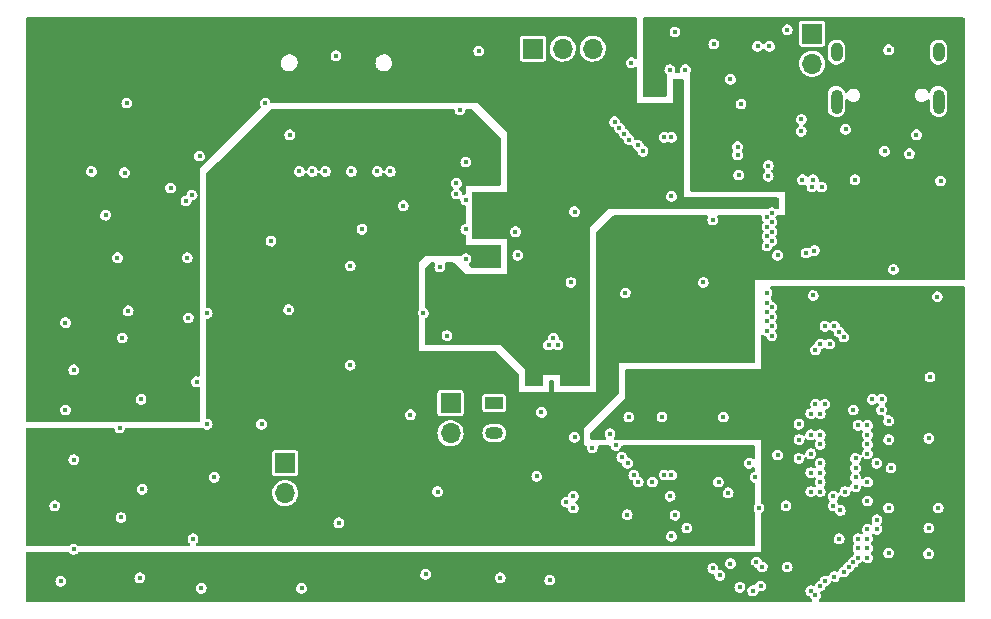
<source format=gbr>
%TF.GenerationSoftware,KiCad,Pcbnew,6.0.2+dfsg-1*%
%TF.CreationDate,2022-05-20T21:22:48+03:00*%
%TF.ProjectId,A13_test_project,4131335f-7465-4737-945f-70726f6a6563,rev?*%
%TF.SameCoordinates,Original*%
%TF.FileFunction,Copper,L3,Inr*%
%TF.FilePolarity,Positive*%
%FSLAX46Y46*%
G04 Gerber Fmt 4.6, Leading zero omitted, Abs format (unit mm)*
G04 Created by KiCad (PCBNEW 6.0.2+dfsg-1) date 2022-05-20 21:22:48*
%MOMM*%
%LPD*%
G01*
G04 APERTURE LIST*
%TA.AperFunction,ComponentPad*%
%ADD10R,1.500000X1.050000*%
%TD*%
%TA.AperFunction,ComponentPad*%
%ADD11O,1.500000X1.050000*%
%TD*%
%TA.AperFunction,ComponentPad*%
%ADD12O,1.000000X2.100000*%
%TD*%
%TA.AperFunction,ComponentPad*%
%ADD13O,1.000000X1.600000*%
%TD*%
%TA.AperFunction,ComponentPad*%
%ADD14R,1.700000X1.700000*%
%TD*%
%TA.AperFunction,ComponentPad*%
%ADD15O,1.700000X1.700000*%
%TD*%
%TA.AperFunction,ViaPad*%
%ADD16C,0.400000*%
%TD*%
G04 APERTURE END LIST*
D10*
%TO.N,RESET*%
%TO.C,U2*%
X50400000Y-59900000D03*
D11*
%TO.N,+3V3*%
X50400000Y-61170000D03*
%TO.N,GND*%
X50400000Y-62440000D03*
%TD*%
D12*
%TO.N,GND*%
%TO.C,J2*%
X88020000Y-34380000D03*
X79380000Y-34380000D03*
D13*
X79380000Y-30200000D03*
X88020000Y-30200000D03*
%TD*%
D14*
%TO.N,Net-(U1-Pad85)*%
%TO.C,J7*%
X77320000Y-28630000D03*
D15*
%TO.N,Net-(U1-Pad84)*%
X77320000Y-31170000D03*
%TD*%
D14*
%TO.N,RESET*%
%TO.C,J6*%
X46700000Y-59925000D03*
D15*
%TO.N,Net-(J6-Pad2)*%
X46700000Y-62465000D03*
%TD*%
D14*
%TO.N,UBOOT*%
%TO.C,J5*%
X32700000Y-65000000D03*
D15*
%TO.N,GND*%
X32700000Y-67540000D03*
%TD*%
D14*
%TO.N,UART1_RxD*%
%TO.C,J3*%
X53660000Y-29900000D03*
D15*
%TO.N,UART1_TxD*%
X56200000Y-29900000D03*
%TO.N,GND*%
X58740000Y-29900000D03*
%TD*%
D16*
%TO.N,GND*%
X14100000Y-53100000D03*
X78120000Y-41610000D03*
X66590000Y-31680000D03*
X50900000Y-74700000D03*
X76200000Y-64600000D03*
X14800000Y-57100000D03*
X24500000Y-52700000D03*
X82000000Y-66600000D03*
X47500000Y-35100000D03*
X25600000Y-75600000D03*
X20600000Y-67200000D03*
X57200000Y-62800000D03*
X77200000Y-67400000D03*
X44600000Y-74400000D03*
X74400000Y-64300000D03*
X23000000Y-41700000D03*
X76500000Y-41000000D03*
X19100000Y-40400000D03*
X18800000Y-69600000D03*
X65400000Y-42400000D03*
X48000000Y-45200000D03*
X68100000Y-49700000D03*
X76200000Y-63000000D03*
X83800000Y-63000000D03*
X72000000Y-65000000D03*
X83790000Y-68790000D03*
X25200000Y-58100000D03*
X71100000Y-40600000D03*
X75100000Y-68600000D03*
X46400000Y-54200000D03*
X72500000Y-66200000D03*
X14800000Y-72300000D03*
X38200000Y-56700000D03*
X18900000Y-54400000D03*
X14800000Y-64700000D03*
X31000000Y-34500000D03*
X77310000Y-41610000D03*
X62000000Y-31100000D03*
X72820000Y-68820000D03*
X88000000Y-68800000D03*
X48000000Y-47700000D03*
X18700000Y-62000000D03*
X85550000Y-38800000D03*
X87200000Y-62900000D03*
X77400000Y-41000000D03*
X83450000Y-38600000D03*
X65700000Y-28500000D03*
X25450000Y-39000000D03*
X19300000Y-34500000D03*
X76800000Y-47200000D03*
X87300000Y-57700000D03*
X80950000Y-41000000D03*
X83800000Y-61400000D03*
X87180000Y-72670000D03*
X37250000Y-70050000D03*
X69800000Y-61100000D03*
X76400000Y-35900000D03*
X31500000Y-46200000D03*
X56900000Y-49700000D03*
X88200000Y-41100000D03*
X44400000Y-52300000D03*
X55100000Y-74900000D03*
X48000000Y-39500000D03*
X61650000Y-69350000D03*
X69000000Y-29500000D03*
X39200000Y-45200000D03*
X82800000Y-70600000D03*
X26100000Y-61700000D03*
X64600000Y-61100000D03*
X26100000Y-52300000D03*
X61500000Y-50600000D03*
X76200000Y-61700000D03*
X37000000Y-30500000D03*
X68900000Y-44400000D03*
X75200000Y-28300000D03*
X26700000Y-66200000D03*
X24400000Y-47600000D03*
X87200000Y-70500000D03*
X54400000Y-60700000D03*
X17500000Y-44000000D03*
X61800000Y-61100000D03*
X34100000Y-75600000D03*
X65400000Y-71200000D03*
X33100000Y-37200000D03*
X43300000Y-60900000D03*
X73700000Y-29700000D03*
X20500000Y-59600000D03*
X70400000Y-32500000D03*
X19400000Y-52100000D03*
X20400000Y-74700000D03*
X82000000Y-72200000D03*
X58700000Y-63700000D03*
X83800000Y-30000000D03*
X33000000Y-52000000D03*
X14100000Y-60500000D03*
X87900000Y-50900000D03*
X82800000Y-65000000D03*
X13700000Y-75000000D03*
X18500000Y-47600000D03*
X77400000Y-50800000D03*
X13200000Y-68600000D03*
X16300000Y-40300000D03*
X45800000Y-48400000D03*
X73100000Y-73800000D03*
X73600000Y-40700000D03*
X72700000Y-29700000D03*
X45600000Y-67400000D03*
X38200000Y-48300000D03*
X24900000Y-71400000D03*
X42700000Y-43200000D03*
X48000000Y-42700000D03*
X65270000Y-31680000D03*
X54000000Y-66100000D03*
X57200000Y-43700000D03*
X83800000Y-72600000D03*
X76400000Y-36900000D03*
X49100000Y-30100000D03*
%TO.N,+3V3*%
X55250000Y-58820000D03*
X41600000Y-48600000D03*
X64500000Y-33470000D03*
X74000000Y-41400000D03*
X49000000Y-39500000D03*
X37250000Y-71050000D03*
X68500000Y-33500000D03*
X33000000Y-44400000D03*
X47200000Y-44400000D03*
X49000000Y-47700000D03*
X61650000Y-71850000D03*
X33000000Y-49100000D03*
X42400000Y-44400000D03*
X24700000Y-67200000D03*
X37400000Y-45200000D03*
X48800000Y-57400000D03*
X53600000Y-62000000D03*
%TO.N,+1V5*%
X64600000Y-57600000D03*
X69800000Y-57800000D03*
X59200000Y-62700000D03*
X86220000Y-72670000D03*
X73780000Y-68780000D03*
X78100000Y-50600000D03*
X73800000Y-63200000D03*
X61800000Y-57600000D03*
X74300000Y-51000000D03*
X24700000Y-74700000D03*
X86200000Y-70500000D03*
X65400000Y-75500000D03*
X86220000Y-62880000D03*
X74400000Y-47400000D03*
X72200000Y-73800000D03*
%TO.N,RESET*%
X52400000Y-47400000D03*
%TO.N,+3V0*%
X73600000Y-39800000D03*
X30700000Y-61700000D03*
%TO.N,+1V2*%
X49000000Y-45200000D03*
X45400000Y-52300000D03*
X24400000Y-59600000D03*
X53800000Y-58100000D03*
X74000000Y-43000000D03*
X65920000Y-33240000D03*
X58100000Y-57900000D03*
X46800000Y-48400000D03*
X49000000Y-42700000D03*
X61200000Y-32900000D03*
X48200000Y-54200000D03*
%TO.N,uSD_CMD*%
X61400000Y-37100000D03*
X36100000Y-40300000D03*
%TO.N,uSD_DAT1*%
X41600000Y-40300000D03*
X63000000Y-38600000D03*
%TO.N,uSD_DAT0*%
X40500000Y-40300000D03*
X62600000Y-38100000D03*
%TO.N,uSD_DAT3*%
X35000000Y-40300000D03*
X61000000Y-36600000D03*
%TO.N,uSD_DAT2*%
X33900000Y-40300000D03*
X60600000Y-36100000D03*
%TO.N,USB0_BUS_DET*%
X71300000Y-34600000D03*
X52200000Y-45400000D03*
%TO.N,I2C_SCL*%
X47200000Y-42200000D03*
X65400000Y-37400000D03*
%TO.N,I2C_SDA*%
X47200000Y-41300000D03*
X64800000Y-37400000D03*
%TO.N,DDR3_A0*%
X73500000Y-46600000D03*
X80800000Y-60500000D03*
%TO.N,DDR3_A1*%
X78000000Y-62600000D03*
X73500000Y-51400000D03*
%TO.N,DDR3_A2*%
X73500000Y-45800000D03*
X81200000Y-61800000D03*
%TO.N,DDR3_A3*%
X82000000Y-63400000D03*
X73900000Y-46200000D03*
%TO.N,DDR3_A4*%
X73900000Y-51800000D03*
X77200000Y-62600000D03*
%TO.N,DDR3_A5*%
X82000000Y-62600000D03*
X73900000Y-45400000D03*
%TO.N,DDR3_A6*%
X77200000Y-60800000D03*
X73500000Y-50600000D03*
%TO.N,DDR3_A7*%
X83200000Y-60500000D03*
X73900000Y-43800000D03*
%TO.N,DDR3_A8*%
X77600000Y-60000000D03*
X77600000Y-55400000D03*
%TO.N,DDR3_A9*%
X82000000Y-61800000D03*
X73900000Y-44600000D03*
%TO.N,DDR3_A10*%
X73500000Y-53000000D03*
X78000000Y-65000000D03*
%TO.N,DDR3_A11*%
X78000000Y-60800000D03*
X78000000Y-54900000D03*
%TO.N,DDR3_A12*%
X73500000Y-52200000D03*
X78000000Y-63400000D03*
%TO.N,DDR3_A13*%
X82400000Y-59600000D03*
X73500000Y-45000000D03*
%TO.N,DDR3_A14*%
X78400000Y-53400000D03*
X78400000Y-60000000D03*
%TO.N,DDR3_BA0*%
X77500000Y-47000000D03*
X82000000Y-64200000D03*
%TO.N,DDR3_BA1*%
X77200000Y-64200000D03*
X73900000Y-52600000D03*
%TO.N,DDR3_BA2*%
X80000000Y-54300000D03*
X81000000Y-64600000D03*
%TO.N,DDR3_CK*%
X73900000Y-54200000D03*
X78000000Y-66600000D03*
%TO.N,DDR3_~{CK}*%
X78000000Y-65800000D03*
X73500000Y-53800000D03*
%TO.N,DDR3_CKE*%
X77200000Y-65800000D03*
X73900000Y-53400000D03*
%TO.N,DDR3_~{RESET}*%
X73500000Y-44200000D03*
X83200000Y-59600000D03*
%TO.N,DDR3_~{RAS}*%
X78800000Y-54900000D03*
X81000000Y-67000000D03*
%TO.N,DDR3_~{CAS}*%
X81000000Y-66200000D03*
X79200000Y-53400000D03*
%TO.N,DDR3_~{WE}*%
X81000000Y-65400000D03*
X79600000Y-53900000D03*
%TO.N,DDR3_ODT*%
X84000000Y-65400000D03*
X84200000Y-48600000D03*
%TO.N,DDR3_D0*%
X61700000Y-65000000D03*
X79700000Y-69000000D03*
%TO.N,DDR3_D1*%
X72600000Y-73400000D03*
X80800000Y-73400000D03*
%TO.N,DDR3_D2*%
X61200000Y-64500000D03*
X79100000Y-68600000D03*
%TO.N,DDR3_D3*%
X75200000Y-73800000D03*
X80400000Y-73800000D03*
%TO.N,DDR3_D4*%
X79100000Y-67800000D03*
X60200000Y-62500000D03*
%TO.N,DDR3_D5*%
X70200000Y-67500000D03*
X78000000Y-67400000D03*
%TO.N,DDR3_D6*%
X60700000Y-63500000D03*
X82000000Y-68200000D03*
%TO.N,DDR3_D7*%
X69400000Y-66600000D03*
X80100000Y-67400000D03*
%TO.N,DDR3_D8*%
X70400000Y-73500000D03*
X80000000Y-74200000D03*
%TO.N,DDR3_D9*%
X62600000Y-66600000D03*
X81200000Y-72200000D03*
%TO.N,DDR3_D10*%
X72950000Y-75400000D03*
X78000000Y-75400000D03*
%TO.N,DDR3_D11*%
X62225000Y-66000000D03*
X82000000Y-71400000D03*
%TO.N,DDR3_D12*%
X71200000Y-75500000D03*
X77600000Y-76200000D03*
%TO.N,DDR3_D13*%
X66700000Y-70500000D03*
X82000000Y-73000000D03*
%TO.N,DDR3_D14*%
X77200000Y-75800000D03*
X72300000Y-75800000D03*
%TO.N,DDR3_D15*%
X81200000Y-73000000D03*
X65700000Y-69400000D03*
%TO.N,DDR3_LDM*%
X79600000Y-71400000D03*
X65300000Y-67800000D03*
%TO.N,DDR3_UDM*%
X63800000Y-66600000D03*
X81200000Y-71400000D03*
%TO.N,DDR3_LDQS*%
X82000000Y-70600000D03*
X64800000Y-66000000D03*
%TO.N,DDR3_~{LDQS}*%
X65400000Y-66000000D03*
X82800000Y-69800000D03*
%TO.N,DDR3_UDQS*%
X68910000Y-73900000D03*
X79200000Y-74600000D03*
%TO.N,DDR3_~{UDQS}*%
X78400000Y-75000000D03*
X69500000Y-74500000D03*
%TO.N,UART1_RxD*%
X24800000Y-42300000D03*
%TO.N,UART1_TxD*%
X24300000Y-42800000D03*
%TO.N,Net-(U1-Pad85)*%
X71000000Y-38200000D03*
%TO.N,Net-(U1-Pad84)*%
X71000000Y-38900000D03*
%TO.N,uSD_CLK*%
X38300000Y-40300000D03*
X61800000Y-37600000D03*
%TO.N,~{WE}*%
X57100000Y-67800000D03*
X55800000Y-55000000D03*
%TO.N,ALE*%
X56500000Y-68300000D03*
X55400000Y-54400000D03*
%TO.N,CLE*%
X55000000Y-55000000D03*
X57100000Y-68800000D03*
%TO.N,+5VP*%
X80160000Y-36730000D03*
X86150000Y-37200000D03*
%TD*%
%TA.AperFunction,Conductor*%
%TO.N,+3V3*%
G36*
X90188121Y-27274002D02*
G01*
X90234614Y-27327658D01*
X90246000Y-27380000D01*
X90246000Y-49374000D01*
X90225998Y-49442121D01*
X90172342Y-49488614D01*
X90120000Y-49500000D01*
X72500000Y-49500000D01*
X72500000Y-56374000D01*
X72479998Y-56442121D01*
X72426342Y-56488614D01*
X72374000Y-56500000D01*
X61000000Y-56500000D01*
X61000000Y-58947810D01*
X60979998Y-59015931D01*
X60963095Y-59036905D01*
X58000000Y-62000000D01*
X58000000Y-63500000D01*
X58123990Y-63500000D01*
X58192111Y-63520002D01*
X58238604Y-63573658D01*
X58248490Y-63645384D01*
X58242241Y-63685516D01*
X58242241Y-63685521D01*
X58240860Y-63694390D01*
X58242024Y-63703292D01*
X58242024Y-63703295D01*
X58248562Y-63753288D01*
X58257741Y-63823481D01*
X58310174Y-63942645D01*
X58393946Y-64042303D01*
X58401414Y-64047274D01*
X58401415Y-64047275D01*
X58494850Y-64109472D01*
X58494853Y-64109473D01*
X58502320Y-64114444D01*
X58510887Y-64117120D01*
X58510888Y-64117121D01*
X58535897Y-64124934D01*
X58626587Y-64153267D01*
X58635560Y-64153431D01*
X58635563Y-64153432D01*
X58692790Y-64154481D01*
X58756755Y-64155653D01*
X58846741Y-64131120D01*
X58873701Y-64123770D01*
X58873703Y-64123769D01*
X58882360Y-64121409D01*
X58993306Y-64053288D01*
X58999521Y-64046422D01*
X59074644Y-63963427D01*
X59074645Y-63963426D01*
X59080672Y-63956767D01*
X59087630Y-63942407D01*
X59133522Y-63847685D01*
X59133522Y-63847684D01*
X59137437Y-63839604D01*
X59159037Y-63711219D01*
X59159174Y-63700000D01*
X59151134Y-63643860D01*
X59161278Y-63573593D01*
X59207801Y-63519964D01*
X59275862Y-63500000D01*
X60130998Y-63500000D01*
X60199119Y-63520002D01*
X60245612Y-63573658D01*
X60255934Y-63609661D01*
X60257741Y-63623481D01*
X60310174Y-63742645D01*
X60393946Y-63842303D01*
X60401414Y-63847274D01*
X60401415Y-63847275D01*
X60494850Y-63909472D01*
X60494853Y-63909473D01*
X60502320Y-63914444D01*
X60510887Y-63917120D01*
X60510888Y-63917121D01*
X60557757Y-63931763D01*
X60626587Y-63953267D01*
X60635560Y-63953431D01*
X60635563Y-63953432D01*
X60692790Y-63954481D01*
X60756755Y-63955653D01*
X60765417Y-63953292D01*
X60765421Y-63953291D01*
X60768564Y-63952434D01*
X60771794Y-63952497D01*
X60774322Y-63952182D01*
X60774367Y-63952547D01*
X60839547Y-63953816D01*
X60898515Y-63993355D01*
X60926745Y-64058498D01*
X60915275Y-64128562D01*
X60896143Y-64157406D01*
X60822161Y-64241174D01*
X60822159Y-64241178D01*
X60816219Y-64247903D01*
X60812404Y-64256028D01*
X60812403Y-64256030D01*
X60768134Y-64350321D01*
X60760890Y-64365751D01*
X60759509Y-64374620D01*
X60744483Y-64471125D01*
X60740860Y-64494390D01*
X60742024Y-64503292D01*
X60742024Y-64503295D01*
X60756559Y-64614444D01*
X60757741Y-64623481D01*
X60810174Y-64742645D01*
X60893946Y-64842303D01*
X60901414Y-64847274D01*
X60901415Y-64847275D01*
X60994850Y-64909472D01*
X60994853Y-64909473D01*
X61002320Y-64914444D01*
X61010887Y-64917120D01*
X61010888Y-64917121D01*
X61039779Y-64926147D01*
X61126587Y-64953267D01*
X61135563Y-64953432D01*
X61144424Y-64954867D01*
X61143835Y-64958502D01*
X61194912Y-64974509D01*
X61240427Y-65028997D01*
X61249821Y-65062918D01*
X61257741Y-65123481D01*
X61310174Y-65242645D01*
X61393946Y-65342303D01*
X61401414Y-65347274D01*
X61401415Y-65347275D01*
X61494850Y-65409472D01*
X61494853Y-65409473D01*
X61502320Y-65414444D01*
X61510887Y-65417120D01*
X61510888Y-65417121D01*
X61532171Y-65423770D01*
X61626587Y-65453267D01*
X61635560Y-65453431D01*
X61635563Y-65453432D01*
X61692790Y-65454481D01*
X61756755Y-65455653D01*
X61802303Y-65443235D01*
X61873284Y-65444614D01*
X61932253Y-65484151D01*
X61960486Y-65549292D01*
X61949019Y-65619357D01*
X61926061Y-65649139D01*
X61927400Y-65650321D01*
X61841219Y-65747903D01*
X61837404Y-65756028D01*
X61837403Y-65756030D01*
X61793134Y-65850321D01*
X61785890Y-65865751D01*
X61784509Y-65874620D01*
X61769483Y-65971125D01*
X61765860Y-65994390D01*
X61767024Y-66003292D01*
X61767024Y-66003295D01*
X61781577Y-66114582D01*
X61782741Y-66123481D01*
X61835174Y-66242645D01*
X61918946Y-66342303D01*
X61926414Y-66347274D01*
X61926415Y-66347275D01*
X62019850Y-66409472D01*
X62019853Y-66409473D01*
X62027320Y-66414444D01*
X62058684Y-66424243D01*
X62117739Y-66463648D01*
X62146116Y-66528727D01*
X62145608Y-66563893D01*
X62142241Y-66585516D01*
X62142241Y-66585518D01*
X62140860Y-66594390D01*
X62142024Y-66603292D01*
X62142024Y-66603295D01*
X62156577Y-66714582D01*
X62157741Y-66723481D01*
X62210174Y-66842645D01*
X62293946Y-66942303D01*
X62301414Y-66947274D01*
X62301415Y-66947275D01*
X62394850Y-67009472D01*
X62394853Y-67009473D01*
X62402320Y-67014444D01*
X62410887Y-67017120D01*
X62410888Y-67017121D01*
X62432171Y-67023770D01*
X62526587Y-67053267D01*
X62535560Y-67053431D01*
X62535563Y-67053432D01*
X62592790Y-67054481D01*
X62656755Y-67055653D01*
X62708917Y-67041432D01*
X62773701Y-67023770D01*
X62773703Y-67023769D01*
X62782360Y-67021409D01*
X62881101Y-66960782D01*
X62885658Y-66957984D01*
X62885659Y-66957984D01*
X62893306Y-66953288D01*
X62899330Y-66946633D01*
X62974644Y-66863427D01*
X62974645Y-66863426D01*
X62980672Y-66856767D01*
X63007009Y-66802409D01*
X63033522Y-66747685D01*
X63033522Y-66747684D01*
X63037437Y-66739604D01*
X63059037Y-66611219D01*
X63059174Y-66600000D01*
X63058371Y-66594390D01*
X63340860Y-66594390D01*
X63342024Y-66603292D01*
X63342024Y-66603295D01*
X63356577Y-66714582D01*
X63357741Y-66723481D01*
X63410174Y-66842645D01*
X63493946Y-66942303D01*
X63501414Y-66947274D01*
X63501415Y-66947275D01*
X63594850Y-67009472D01*
X63594853Y-67009473D01*
X63602320Y-67014444D01*
X63610887Y-67017120D01*
X63610888Y-67017121D01*
X63632171Y-67023770D01*
X63726587Y-67053267D01*
X63735560Y-67053431D01*
X63735563Y-67053432D01*
X63792790Y-67054481D01*
X63856755Y-67055653D01*
X63908917Y-67041432D01*
X63973701Y-67023770D01*
X63973703Y-67023769D01*
X63982360Y-67021409D01*
X64081101Y-66960782D01*
X64085658Y-66957984D01*
X64085659Y-66957984D01*
X64093306Y-66953288D01*
X64099330Y-66946633D01*
X64174644Y-66863427D01*
X64174645Y-66863426D01*
X64180672Y-66856767D01*
X64207009Y-66802409D01*
X64233522Y-66747685D01*
X64233522Y-66747684D01*
X64237437Y-66739604D01*
X64259037Y-66611219D01*
X64259174Y-66600000D01*
X64258371Y-66594390D01*
X68940860Y-66594390D01*
X68942024Y-66603292D01*
X68942024Y-66603295D01*
X68956577Y-66714582D01*
X68957741Y-66723481D01*
X69010174Y-66842645D01*
X69093946Y-66942303D01*
X69101414Y-66947274D01*
X69101415Y-66947275D01*
X69194850Y-67009472D01*
X69194853Y-67009473D01*
X69202320Y-67014444D01*
X69210887Y-67017120D01*
X69210888Y-67017121D01*
X69232171Y-67023770D01*
X69326587Y-67053267D01*
X69335560Y-67053431D01*
X69335563Y-67053432D01*
X69392790Y-67054481D01*
X69456755Y-67055653D01*
X69508917Y-67041432D01*
X69573701Y-67023770D01*
X69573703Y-67023769D01*
X69582360Y-67021409D01*
X69681101Y-66960782D01*
X69685658Y-66957984D01*
X69685659Y-66957984D01*
X69693306Y-66953288D01*
X69699330Y-66946633D01*
X69774644Y-66863427D01*
X69774645Y-66863426D01*
X69780672Y-66856767D01*
X69807009Y-66802409D01*
X69833522Y-66747685D01*
X69833522Y-66747684D01*
X69837437Y-66739604D01*
X69859037Y-66611219D01*
X69859174Y-66600000D01*
X69840718Y-66471125D01*
X69804953Y-66392465D01*
X69790548Y-66360782D01*
X69790547Y-66360780D01*
X69786832Y-66352610D01*
X69744341Y-66303297D01*
X69707713Y-66260787D01*
X69707712Y-66260786D01*
X69701850Y-66253983D01*
X69592601Y-66183172D01*
X69467870Y-66145870D01*
X69458894Y-66145815D01*
X69458893Y-66145815D01*
X69405678Y-66145490D01*
X69337683Y-66145074D01*
X69212505Y-66180850D01*
X69204918Y-66185637D01*
X69204916Y-66185638D01*
X69164373Y-66211219D01*
X69102400Y-66250321D01*
X69016219Y-66347903D01*
X69012404Y-66356028D01*
X69012403Y-66356030D01*
X68965708Y-66455488D01*
X68960890Y-66465751D01*
X68959509Y-66474620D01*
X68942242Y-66585516D01*
X68940860Y-66594390D01*
X64258371Y-66594390D01*
X64240718Y-66471125D01*
X64237003Y-66462955D01*
X64237001Y-66462947D01*
X64193038Y-66366258D01*
X64192430Y-66361978D01*
X64188929Y-66357223D01*
X64186832Y-66352610D01*
X64154065Y-66314582D01*
X64107713Y-66260787D01*
X64107712Y-66260786D01*
X64101850Y-66253983D01*
X63992601Y-66183172D01*
X63867870Y-66145870D01*
X63858894Y-66145815D01*
X63858893Y-66145815D01*
X63805678Y-66145490D01*
X63737683Y-66145074D01*
X63612505Y-66180850D01*
X63604918Y-66185637D01*
X63604916Y-66185638D01*
X63564373Y-66211219D01*
X63502400Y-66250321D01*
X63416219Y-66347903D01*
X63412404Y-66356028D01*
X63412403Y-66356030D01*
X63365708Y-66455488D01*
X63360890Y-66465751D01*
X63359509Y-66474620D01*
X63342242Y-66585516D01*
X63340860Y-66594390D01*
X63058371Y-66594390D01*
X63040718Y-66471125D01*
X63004953Y-66392465D01*
X62990548Y-66360782D01*
X62990547Y-66360780D01*
X62986832Y-66352610D01*
X62944341Y-66303297D01*
X62907713Y-66260787D01*
X62907712Y-66260786D01*
X62901850Y-66253983D01*
X62792601Y-66183172D01*
X62783999Y-66180600D01*
X62783998Y-66180599D01*
X62768309Y-66175907D01*
X62708775Y-66137226D01*
X62679605Y-66072499D01*
X62680157Y-66034284D01*
X62683230Y-66016023D01*
X62683231Y-66016007D01*
X62684037Y-66011219D01*
X62684174Y-66000000D01*
X62683371Y-65994390D01*
X64340860Y-65994390D01*
X64342024Y-66003292D01*
X64342024Y-66003295D01*
X64356577Y-66114582D01*
X64357741Y-66123481D01*
X64405394Y-66231781D01*
X64405880Y-66235530D01*
X64408772Y-66239459D01*
X64410174Y-66242645D01*
X64415945Y-66249510D01*
X64415946Y-66249512D01*
X64425424Y-66260787D01*
X64493946Y-66342303D01*
X64501414Y-66347274D01*
X64501415Y-66347275D01*
X64594850Y-66409472D01*
X64594853Y-66409473D01*
X64602320Y-66414444D01*
X64610887Y-66417120D01*
X64610888Y-66417121D01*
X64632171Y-66423770D01*
X64726587Y-66453267D01*
X64735560Y-66453431D01*
X64735563Y-66453432D01*
X64792790Y-66454481D01*
X64856755Y-66455653D01*
X64921612Y-66437971D01*
X64973701Y-66423770D01*
X64973703Y-66423769D01*
X64982360Y-66421409D01*
X65033553Y-66389976D01*
X65102072Y-66371379D01*
X65169302Y-66392465D01*
X65194850Y-66409472D01*
X65194853Y-66409473D01*
X65202320Y-66414444D01*
X65210887Y-66417120D01*
X65210888Y-66417121D01*
X65232171Y-66423770D01*
X65326587Y-66453267D01*
X65335560Y-66453431D01*
X65335563Y-66453432D01*
X65392790Y-66454481D01*
X65456755Y-66455653D01*
X65521612Y-66437971D01*
X65573701Y-66423770D01*
X65573703Y-66423769D01*
X65582360Y-66421409D01*
X65693306Y-66353288D01*
X65700077Y-66345808D01*
X65774644Y-66263427D01*
X65774645Y-66263426D01*
X65780672Y-66256767D01*
X65785073Y-66247685D01*
X65833522Y-66147685D01*
X65833522Y-66147684D01*
X65837437Y-66139604D01*
X65859037Y-66011219D01*
X65859174Y-66000000D01*
X65840718Y-65871125D01*
X65808188Y-65799579D01*
X65790548Y-65760782D01*
X65790547Y-65760780D01*
X65786832Y-65752610D01*
X65722875Y-65678384D01*
X65707713Y-65660787D01*
X65707712Y-65660786D01*
X65701850Y-65653983D01*
X65592601Y-65583172D01*
X65467870Y-65545870D01*
X65458894Y-65545815D01*
X65458893Y-65545815D01*
X65405678Y-65545490D01*
X65337683Y-65545074D01*
X65329051Y-65547541D01*
X65325895Y-65548443D01*
X65212505Y-65580850D01*
X65204915Y-65585639D01*
X65167406Y-65609305D01*
X65099121Y-65628739D01*
X65031642Y-65608477D01*
X64992601Y-65583172D01*
X64867870Y-65545870D01*
X64858894Y-65545815D01*
X64858893Y-65545815D01*
X64805678Y-65545490D01*
X64737683Y-65545074D01*
X64729051Y-65547541D01*
X64725895Y-65548443D01*
X64612505Y-65580850D01*
X64604918Y-65585637D01*
X64604916Y-65585638D01*
X64551475Y-65619357D01*
X64502400Y-65650321D01*
X64496458Y-65657049D01*
X64496457Y-65657050D01*
X64458215Y-65700351D01*
X64416219Y-65747903D01*
X64412404Y-65756028D01*
X64412403Y-65756030D01*
X64368134Y-65850321D01*
X64360890Y-65865751D01*
X64359509Y-65874620D01*
X64344483Y-65971125D01*
X64340860Y-65994390D01*
X62683371Y-65994390D01*
X62665718Y-65871125D01*
X62633188Y-65799579D01*
X62615548Y-65760782D01*
X62615547Y-65760780D01*
X62611832Y-65752610D01*
X62547875Y-65678384D01*
X62532713Y-65660787D01*
X62532712Y-65660786D01*
X62526850Y-65653983D01*
X62417601Y-65583172D01*
X62292870Y-65545870D01*
X62283894Y-65545815D01*
X62283893Y-65545815D01*
X62230678Y-65545490D01*
X62162683Y-65545074D01*
X62123915Y-65556154D01*
X62052920Y-65555642D01*
X61993472Y-65516828D01*
X61964446Y-65452036D01*
X61975057Y-65381837D01*
X61995872Y-65350453D01*
X62080672Y-65256767D01*
X62129662Y-65155653D01*
X62133522Y-65147685D01*
X62133522Y-65147684D01*
X62137437Y-65139604D01*
X62159037Y-65011219D01*
X62159174Y-65000000D01*
X62140718Y-64871125D01*
X62086832Y-64752610D01*
X62001850Y-64653983D01*
X61892601Y-64583172D01*
X61767870Y-64545870D01*
X61758893Y-64545815D01*
X61756497Y-64545457D01*
X61692081Y-64515604D01*
X61654031Y-64455665D01*
X61650396Y-64438704D01*
X61641991Y-64380014D01*
X61640718Y-64371125D01*
X61608379Y-64300000D01*
X61590548Y-64260782D01*
X61590547Y-64260780D01*
X61586832Y-64252610D01*
X61525000Y-64180850D01*
X61507713Y-64160787D01*
X61507712Y-64160786D01*
X61501850Y-64153983D01*
X61392601Y-64083172D01*
X61267870Y-64045870D01*
X61258894Y-64045815D01*
X61258893Y-64045815D01*
X61205678Y-64045490D01*
X61137683Y-64045074D01*
X61129051Y-64047541D01*
X61120160Y-64048759D01*
X61119840Y-64046422D01*
X61061653Y-64046006D01*
X61002203Y-64007197D01*
X60973172Y-63942407D01*
X60983777Y-63872207D01*
X61004596Y-63840815D01*
X61080672Y-63756767D01*
X61086338Y-63745074D01*
X61133522Y-63647685D01*
X61133522Y-63647684D01*
X61137437Y-63639604D01*
X61143243Y-63605095D01*
X61174270Y-63541237D01*
X61234896Y-63504291D01*
X61267497Y-63500000D01*
X72374000Y-63500000D01*
X72442121Y-63520002D01*
X72488614Y-63573658D01*
X72500000Y-63626000D01*
X72500000Y-64551406D01*
X72479998Y-64619527D01*
X72426342Y-64666020D01*
X72356068Y-64676124D01*
X72303213Y-64651880D01*
X72301850Y-64653983D01*
X72200133Y-64588054D01*
X72192601Y-64583172D01*
X72067870Y-64545870D01*
X72058894Y-64545815D01*
X72058893Y-64545815D01*
X72005678Y-64545490D01*
X71937683Y-64545074D01*
X71812505Y-64580850D01*
X71702400Y-64650321D01*
X71616219Y-64747903D01*
X71612404Y-64756028D01*
X71612403Y-64756030D01*
X71573166Y-64839604D01*
X71560890Y-64865751D01*
X71559509Y-64874620D01*
X71542607Y-64983172D01*
X71540860Y-64994390D01*
X71542024Y-65003292D01*
X71542024Y-65003295D01*
X71548871Y-65055653D01*
X71557741Y-65123481D01*
X71610174Y-65242645D01*
X71693946Y-65342303D01*
X71701414Y-65347274D01*
X71701415Y-65347275D01*
X71794850Y-65409472D01*
X71794853Y-65409473D01*
X71802320Y-65414444D01*
X71810887Y-65417120D01*
X71810888Y-65417121D01*
X71832171Y-65423770D01*
X71926587Y-65453267D01*
X71935560Y-65453431D01*
X71935563Y-65453432D01*
X71992790Y-65454481D01*
X72056755Y-65455653D01*
X72108917Y-65441432D01*
X72173701Y-65423770D01*
X72173703Y-65423769D01*
X72182360Y-65421409D01*
X72293306Y-65353288D01*
X72295886Y-65350438D01*
X72358700Y-65323336D01*
X72428745Y-65334918D01*
X72481409Y-65382531D01*
X72500000Y-65448404D01*
X72500000Y-65632230D01*
X72479998Y-65700351D01*
X72426342Y-65746844D01*
X72408624Y-65753379D01*
X72321135Y-65778383D01*
X72321132Y-65778384D01*
X72312505Y-65780850D01*
X72202400Y-65850321D01*
X72196458Y-65857049D01*
X72196457Y-65857050D01*
X72180940Y-65874620D01*
X72116219Y-65947903D01*
X72112404Y-65956028D01*
X72112403Y-65956030D01*
X72072803Y-66040377D01*
X72060890Y-66065751D01*
X72059509Y-66074620D01*
X72042607Y-66183172D01*
X72040860Y-66194390D01*
X72042024Y-66203292D01*
X72042024Y-66203295D01*
X72056577Y-66314582D01*
X72057741Y-66323481D01*
X72110174Y-66442645D01*
X72193946Y-66542303D01*
X72201414Y-66547274D01*
X72201415Y-66547275D01*
X72294850Y-66609472D01*
X72294853Y-66609473D01*
X72302320Y-66614444D01*
X72310887Y-66617120D01*
X72310888Y-66617121D01*
X72324614Y-66621409D01*
X72411574Y-66648577D01*
X72470630Y-66687981D01*
X72499008Y-66753060D01*
X72500000Y-66768843D01*
X72500000Y-68448010D01*
X72479998Y-68516131D01*
X72468442Y-68531417D01*
X72465784Y-68534427D01*
X72436219Y-68567903D01*
X72432404Y-68576028D01*
X72432403Y-68576030D01*
X72390280Y-68665751D01*
X72380890Y-68685751D01*
X72379509Y-68694620D01*
X72362344Y-68804860D01*
X72360860Y-68814390D01*
X72362024Y-68823292D01*
X72362024Y-68823295D01*
X72376076Y-68930751D01*
X72377741Y-68943481D01*
X72430174Y-69062645D01*
X72470452Y-69110561D01*
X72498972Y-69175573D01*
X72500000Y-69191634D01*
X72500000Y-71874000D01*
X72479998Y-71942121D01*
X72426342Y-71988614D01*
X72374000Y-72000000D01*
X25237514Y-72000000D01*
X25169393Y-71979998D01*
X25122900Y-71926342D01*
X25112796Y-71856068D01*
X25142290Y-71791488D01*
X25171583Y-71766626D01*
X25193306Y-71753288D01*
X25280672Y-71656767D01*
X25299881Y-71617121D01*
X25333522Y-71547685D01*
X25333522Y-71547684D01*
X25337437Y-71539604D01*
X25359037Y-71411219D01*
X25359174Y-71400000D01*
X25340718Y-71271125D01*
X25306189Y-71195183D01*
X25305828Y-71194390D01*
X64940860Y-71194390D01*
X64942024Y-71203292D01*
X64942024Y-71203295D01*
X64952057Y-71280015D01*
X64957741Y-71323481D01*
X65010174Y-71442645D01*
X65093946Y-71542303D01*
X65101414Y-71547274D01*
X65101415Y-71547275D01*
X65194850Y-71609472D01*
X65194853Y-71609473D01*
X65202320Y-71614444D01*
X65210887Y-71617120D01*
X65210888Y-71617121D01*
X65232171Y-71623770D01*
X65326587Y-71653267D01*
X65335560Y-71653431D01*
X65335563Y-71653432D01*
X65392790Y-71654481D01*
X65456755Y-71655653D01*
X65534611Y-71634427D01*
X65573701Y-71623770D01*
X65573703Y-71623769D01*
X65582360Y-71621409D01*
X65693306Y-71553288D01*
X65712850Y-71531696D01*
X65774644Y-71463427D01*
X65774645Y-71463426D01*
X65780672Y-71456767D01*
X65805095Y-71406359D01*
X65833522Y-71347685D01*
X65833522Y-71347684D01*
X65837437Y-71339604D01*
X65859037Y-71211219D01*
X65859174Y-71200000D01*
X65840718Y-71071125D01*
X65799672Y-70980850D01*
X65790548Y-70960782D01*
X65790547Y-70960780D01*
X65786832Y-70952610D01*
X65701850Y-70853983D01*
X65592601Y-70783172D01*
X65467870Y-70745870D01*
X65458894Y-70745815D01*
X65458893Y-70745815D01*
X65405678Y-70745490D01*
X65337683Y-70745074D01*
X65212505Y-70780850D01*
X65102400Y-70850321D01*
X65016219Y-70947903D01*
X65012404Y-70956028D01*
X65012403Y-70956030D01*
X64968134Y-71050321D01*
X64960890Y-71065751D01*
X64959509Y-71074620D01*
X64942787Y-71182017D01*
X64940860Y-71194390D01*
X25305828Y-71194390D01*
X25290548Y-71160782D01*
X25290547Y-71160780D01*
X25286832Y-71152610D01*
X25244341Y-71103297D01*
X25207713Y-71060787D01*
X25207712Y-71060786D01*
X25201850Y-71053983D01*
X25092601Y-70983172D01*
X24967870Y-70945870D01*
X24958894Y-70945815D01*
X24958893Y-70945815D01*
X24905678Y-70945490D01*
X24837683Y-70945074D01*
X24829051Y-70947541D01*
X24825895Y-70948443D01*
X24712505Y-70980850D01*
X24602400Y-71050321D01*
X24596458Y-71057049D01*
X24596457Y-71057050D01*
X24580940Y-71074620D01*
X24516219Y-71147903D01*
X24512404Y-71156028D01*
X24512403Y-71156030D01*
X24464705Y-71257625D01*
X24460890Y-71265751D01*
X24459509Y-71274620D01*
X24449391Y-71339604D01*
X24440860Y-71394390D01*
X24442024Y-71403292D01*
X24442024Y-71403295D01*
X24456577Y-71514582D01*
X24457741Y-71523481D01*
X24510174Y-71642645D01*
X24593946Y-71742303D01*
X24601416Y-71747276D01*
X24601420Y-71747279D01*
X24634221Y-71769114D01*
X24679843Y-71823512D01*
X24688813Y-71893939D01*
X24658283Y-71958036D01*
X24597946Y-71995452D01*
X24564401Y-72000000D01*
X15199255Y-72000000D01*
X15131134Y-71979998D01*
X15115049Y-71966022D01*
X15114473Y-71966683D01*
X15107707Y-71960781D01*
X15101850Y-71953983D01*
X14992601Y-71883172D01*
X14867870Y-71845870D01*
X14858894Y-71845815D01*
X14858893Y-71845815D01*
X14805678Y-71845490D01*
X14737683Y-71845074D01*
X14612505Y-71880850D01*
X14502400Y-71950321D01*
X14496458Y-71957049D01*
X14496141Y-71957408D01*
X14495739Y-71957661D01*
X14489622Y-71962867D01*
X14488871Y-71961984D01*
X14436056Y-71995226D01*
X14401700Y-72000000D01*
X10880000Y-72000000D01*
X10811879Y-71979998D01*
X10765386Y-71926342D01*
X10754000Y-71874000D01*
X10754000Y-69594390D01*
X18340860Y-69594390D01*
X18342024Y-69603292D01*
X18342024Y-69603295D01*
X18354712Y-69700321D01*
X18357741Y-69723481D01*
X18410174Y-69842645D01*
X18493946Y-69942303D01*
X18501414Y-69947274D01*
X18501415Y-69947275D01*
X18594850Y-70009472D01*
X18594853Y-70009473D01*
X18602320Y-70014444D01*
X18610887Y-70017120D01*
X18610888Y-70017121D01*
X18632171Y-70023770D01*
X18726587Y-70053267D01*
X18735560Y-70053431D01*
X18735563Y-70053432D01*
X18792790Y-70054481D01*
X18856755Y-70055653D01*
X18898067Y-70044390D01*
X36790860Y-70044390D01*
X36792024Y-70053291D01*
X36792024Y-70053295D01*
X36804712Y-70150321D01*
X36807741Y-70173481D01*
X36860174Y-70292645D01*
X36943946Y-70392303D01*
X36951414Y-70397274D01*
X36951415Y-70397275D01*
X37044850Y-70459472D01*
X37044853Y-70459473D01*
X37052320Y-70464444D01*
X37060887Y-70467120D01*
X37060888Y-70467121D01*
X37082171Y-70473770D01*
X37176587Y-70503267D01*
X37185560Y-70503431D01*
X37185563Y-70503432D01*
X37242790Y-70504481D01*
X37306755Y-70505653D01*
X37348067Y-70494390D01*
X66240860Y-70494390D01*
X66242024Y-70503291D01*
X66242024Y-70503295D01*
X66256577Y-70614582D01*
X66257741Y-70623481D01*
X66310174Y-70742645D01*
X66393946Y-70842303D01*
X66401414Y-70847274D01*
X66401415Y-70847275D01*
X66494850Y-70909472D01*
X66494853Y-70909473D01*
X66502320Y-70914444D01*
X66510887Y-70917120D01*
X66510888Y-70917121D01*
X66532171Y-70923770D01*
X66626587Y-70953267D01*
X66635560Y-70953431D01*
X66635563Y-70953432D01*
X66692790Y-70954481D01*
X66756755Y-70955653D01*
X66809859Y-70941175D01*
X66873701Y-70923770D01*
X66873703Y-70923769D01*
X66882360Y-70921409D01*
X66993306Y-70853288D01*
X67052353Y-70788054D01*
X67074644Y-70763427D01*
X67074645Y-70763426D01*
X67080672Y-70756767D01*
X67085979Y-70745815D01*
X67133522Y-70647685D01*
X67133522Y-70647684D01*
X67137437Y-70639604D01*
X67159037Y-70511219D01*
X67159174Y-70500000D01*
X67140718Y-70371125D01*
X67105035Y-70292645D01*
X67090548Y-70260782D01*
X67090547Y-70260780D01*
X67086832Y-70252610D01*
X67024915Y-70180751D01*
X67007713Y-70160787D01*
X67007712Y-70160786D01*
X67001850Y-70153983D01*
X66892601Y-70083172D01*
X66767870Y-70045870D01*
X66758894Y-70045815D01*
X66758893Y-70045815D01*
X66705678Y-70045490D01*
X66637683Y-70045074D01*
X66512505Y-70080850D01*
X66402400Y-70150321D01*
X66316219Y-70247903D01*
X66312404Y-70256028D01*
X66312403Y-70256030D01*
X66267060Y-70352610D01*
X66260890Y-70365751D01*
X66259509Y-70374620D01*
X66244071Y-70473770D01*
X66240860Y-70494390D01*
X37348067Y-70494390D01*
X37380609Y-70485518D01*
X37423701Y-70473770D01*
X37423703Y-70473769D01*
X37432360Y-70471409D01*
X37543306Y-70403288D01*
X37559467Y-70385434D01*
X37624644Y-70313427D01*
X37624645Y-70313426D01*
X37630672Y-70306767D01*
X37659192Y-70247903D01*
X37683522Y-70197685D01*
X37683522Y-70197684D01*
X37687437Y-70189604D01*
X37709037Y-70061219D01*
X37709174Y-70050000D01*
X37690718Y-69921125D01*
X37659940Y-69853432D01*
X37640548Y-69810782D01*
X37640547Y-69810780D01*
X37636832Y-69802610D01*
X37588599Y-69746633D01*
X37557713Y-69710787D01*
X37557712Y-69710786D01*
X37551850Y-69703983D01*
X37442601Y-69633172D01*
X37317870Y-69595870D01*
X37308894Y-69595815D01*
X37308893Y-69595815D01*
X37255678Y-69595490D01*
X37187683Y-69595074D01*
X37062505Y-69630850D01*
X37054918Y-69635637D01*
X37054916Y-69635638D01*
X37007190Y-69665751D01*
X36952400Y-69700321D01*
X36866219Y-69797903D01*
X36862404Y-69806028D01*
X36862403Y-69806030D01*
X36835456Y-69863427D01*
X36810890Y-69915751D01*
X36809509Y-69924620D01*
X36794071Y-70023770D01*
X36790860Y-70044390D01*
X18898067Y-70044390D01*
X18930609Y-70035518D01*
X18973701Y-70023770D01*
X18973703Y-70023769D01*
X18982360Y-70021409D01*
X19093306Y-69953288D01*
X19120286Y-69923481D01*
X19174644Y-69863427D01*
X19174645Y-69863426D01*
X19180672Y-69856767D01*
X19199881Y-69817121D01*
X19233522Y-69747685D01*
X19233522Y-69747684D01*
X19237437Y-69739604D01*
X19259037Y-69611219D01*
X19259174Y-69600000D01*
X19240718Y-69471125D01*
X19206189Y-69395183D01*
X19190548Y-69360782D01*
X19190547Y-69360780D01*
X19186832Y-69352610D01*
X19179749Y-69344390D01*
X61190860Y-69344390D01*
X61192024Y-69353288D01*
X61192024Y-69353295D01*
X61206364Y-69462953D01*
X61207741Y-69473481D01*
X61260174Y-69592645D01*
X61343946Y-69692303D01*
X61351414Y-69697274D01*
X61351415Y-69697275D01*
X61444850Y-69759472D01*
X61444853Y-69759473D01*
X61452320Y-69764444D01*
X61460887Y-69767120D01*
X61460888Y-69767121D01*
X61482171Y-69773770D01*
X61576587Y-69803267D01*
X61585560Y-69803431D01*
X61585563Y-69803432D01*
X61642790Y-69804481D01*
X61706755Y-69805653D01*
X61759859Y-69791175D01*
X61823701Y-69773770D01*
X61823703Y-69773769D01*
X61832360Y-69771409D01*
X61898578Y-69730751D01*
X61935658Y-69707984D01*
X61935659Y-69707984D01*
X61943306Y-69703288D01*
X61959467Y-69685434D01*
X62024644Y-69613427D01*
X62024645Y-69613426D01*
X62030672Y-69606767D01*
X62035979Y-69595815D01*
X62083522Y-69497685D01*
X62083522Y-69497684D01*
X62087437Y-69489604D01*
X62103456Y-69394390D01*
X65240860Y-69394390D01*
X65242024Y-69403292D01*
X65242024Y-69403295D01*
X65256577Y-69514582D01*
X65257741Y-69523481D01*
X65310174Y-69642645D01*
X65393946Y-69742303D01*
X65401414Y-69747274D01*
X65401415Y-69747275D01*
X65494850Y-69809472D01*
X65494853Y-69809473D01*
X65502320Y-69814444D01*
X65510887Y-69817120D01*
X65510888Y-69817121D01*
X65532171Y-69823770D01*
X65626587Y-69853267D01*
X65635560Y-69853431D01*
X65635563Y-69853432D01*
X65692790Y-69854481D01*
X65756755Y-69855653D01*
X65834611Y-69834427D01*
X65873701Y-69823770D01*
X65873703Y-69823769D01*
X65882360Y-69821409D01*
X65975137Y-69764444D01*
X65985658Y-69757984D01*
X65985659Y-69757984D01*
X65993306Y-69753288D01*
X66012850Y-69731696D01*
X66074644Y-69663427D01*
X66074645Y-69663426D01*
X66080672Y-69656767D01*
X66089739Y-69638054D01*
X66133522Y-69547685D01*
X66133522Y-69547684D01*
X66137437Y-69539604D01*
X66159037Y-69411219D01*
X66159174Y-69400000D01*
X66140718Y-69271125D01*
X66099672Y-69180850D01*
X66090548Y-69160782D01*
X66090547Y-69160780D01*
X66086832Y-69152610D01*
X66021482Y-69076767D01*
X66007713Y-69060787D01*
X66007712Y-69060786D01*
X66001850Y-69053983D01*
X65892601Y-68983172D01*
X65767870Y-68945870D01*
X65758894Y-68945815D01*
X65758893Y-68945815D01*
X65705678Y-68945490D01*
X65637683Y-68945074D01*
X65512505Y-68980850D01*
X65504918Y-68985637D01*
X65504916Y-68985638D01*
X65455019Y-69017121D01*
X65402400Y-69050321D01*
X65316219Y-69147903D01*
X65312404Y-69156028D01*
X65312403Y-69156030D01*
X65268134Y-69250321D01*
X65260890Y-69265751D01*
X65259509Y-69274620D01*
X65242607Y-69383172D01*
X65240860Y-69394390D01*
X62103456Y-69394390D01*
X62109037Y-69361219D01*
X62109174Y-69350000D01*
X62090718Y-69221125D01*
X62056472Y-69145806D01*
X62040548Y-69110782D01*
X62040547Y-69110780D01*
X62036832Y-69102610D01*
X61975477Y-69031404D01*
X61957713Y-69010787D01*
X61957712Y-69010786D01*
X61951850Y-69003983D01*
X61842601Y-68933172D01*
X61717870Y-68895870D01*
X61708894Y-68895815D01*
X61708893Y-68895815D01*
X61655678Y-68895490D01*
X61587683Y-68895074D01*
X61462505Y-68930850D01*
X61454918Y-68935637D01*
X61454916Y-68935638D01*
X61397000Y-68972180D01*
X61352400Y-69000321D01*
X61346458Y-69007049D01*
X61346457Y-69007050D01*
X61309688Y-69048683D01*
X61266219Y-69097903D01*
X61262404Y-69106028D01*
X61262403Y-69106030D01*
X61214705Y-69207625D01*
X61210890Y-69215751D01*
X61209509Y-69224620D01*
X61200884Y-69280015D01*
X61190860Y-69344390D01*
X19179749Y-69344390D01*
X19144341Y-69303297D01*
X19107713Y-69260787D01*
X19107712Y-69260786D01*
X19101850Y-69253983D01*
X18992601Y-69183172D01*
X18867870Y-69145870D01*
X18858894Y-69145815D01*
X18858893Y-69145815D01*
X18805678Y-69145490D01*
X18737683Y-69145074D01*
X18729051Y-69147541D01*
X18725895Y-69148443D01*
X18612505Y-69180850D01*
X18604918Y-69185637D01*
X18604916Y-69185638D01*
X18555019Y-69217121D01*
X18502400Y-69250321D01*
X18496458Y-69257049D01*
X18496457Y-69257050D01*
X18482135Y-69273267D01*
X18416219Y-69347903D01*
X18412404Y-69356028D01*
X18412403Y-69356030D01*
X18381708Y-69421409D01*
X18360890Y-69465751D01*
X18359509Y-69474620D01*
X18349391Y-69539604D01*
X18340860Y-69594390D01*
X10754000Y-69594390D01*
X10754000Y-68594390D01*
X12740860Y-68594390D01*
X12742024Y-68603292D01*
X12742024Y-68603295D01*
X12750894Y-68671125D01*
X12757741Y-68723481D01*
X12810174Y-68842645D01*
X12893946Y-68942303D01*
X12901414Y-68947274D01*
X12901415Y-68947275D01*
X12994850Y-69009472D01*
X12994853Y-69009473D01*
X13002320Y-69014444D01*
X13010887Y-69017120D01*
X13010888Y-69017121D01*
X13028570Y-69022645D01*
X13126587Y-69053267D01*
X13135560Y-69053431D01*
X13135563Y-69053432D01*
X13192790Y-69054481D01*
X13256755Y-69055653D01*
X13334611Y-69034427D01*
X13373701Y-69023770D01*
X13373703Y-69023769D01*
X13382360Y-69021409D01*
X13452433Y-68978384D01*
X13485658Y-68957984D01*
X13485659Y-68957984D01*
X13493306Y-68953288D01*
X13499330Y-68946633D01*
X13574644Y-68863427D01*
X13574645Y-68863426D01*
X13580672Y-68856767D01*
X13593223Y-68830863D01*
X13633522Y-68747685D01*
X13633522Y-68747684D01*
X13637437Y-68739604D01*
X13659037Y-68611219D01*
X13659174Y-68600000D01*
X13640718Y-68471125D01*
X13596181Y-68373172D01*
X13590548Y-68360782D01*
X13590547Y-68360780D01*
X13586832Y-68352610D01*
X13525422Y-68281340D01*
X13507713Y-68260787D01*
X13507712Y-68260786D01*
X13501850Y-68253983D01*
X13392601Y-68183172D01*
X13267870Y-68145870D01*
X13258894Y-68145815D01*
X13258893Y-68145815D01*
X13205678Y-68145490D01*
X13137683Y-68145074D01*
X13012505Y-68180850D01*
X13004918Y-68185637D01*
X13004916Y-68185638D01*
X12955410Y-68216874D01*
X12902400Y-68250321D01*
X12816219Y-68347903D01*
X12812404Y-68356028D01*
X12812403Y-68356030D01*
X12775805Y-68433983D01*
X12760890Y-68465751D01*
X12759509Y-68474620D01*
X12742607Y-68583172D01*
X12740860Y-68594390D01*
X10754000Y-68594390D01*
X10754000Y-67194390D01*
X20140860Y-67194390D01*
X20142024Y-67203292D01*
X20142024Y-67203295D01*
X20156577Y-67314582D01*
X20157741Y-67323481D01*
X20210174Y-67442645D01*
X20293946Y-67542303D01*
X20301414Y-67547274D01*
X20301415Y-67547275D01*
X20394850Y-67609472D01*
X20394853Y-67609473D01*
X20402320Y-67614444D01*
X20410887Y-67617120D01*
X20410888Y-67617121D01*
X20431246Y-67623481D01*
X20526587Y-67653267D01*
X20535560Y-67653431D01*
X20535563Y-67653432D01*
X20592790Y-67654481D01*
X20656755Y-67655653D01*
X20744628Y-67631696D01*
X20773701Y-67623770D01*
X20773703Y-67623769D01*
X20782360Y-67621409D01*
X20893306Y-67553288D01*
X20899330Y-67546633D01*
X20931616Y-67510964D01*
X31591148Y-67510964D01*
X31604424Y-67713522D01*
X31605845Y-67719118D01*
X31605846Y-67719123D01*
X31638230Y-67846633D01*
X31654392Y-67910269D01*
X31656809Y-67915512D01*
X31736959Y-68089371D01*
X31739377Y-68094616D01*
X31742710Y-68099332D01*
X31852006Y-68253983D01*
X31856533Y-68260389D01*
X32001938Y-68402035D01*
X32170720Y-68514812D01*
X32176023Y-68517090D01*
X32176026Y-68517092D01*
X32335293Y-68585518D01*
X32357228Y-68594942D01*
X32407684Y-68606359D01*
X32549579Y-68638467D01*
X32549584Y-68638468D01*
X32555216Y-68639742D01*
X32560987Y-68639969D01*
X32560989Y-68639969D01*
X32620394Y-68642303D01*
X32758053Y-68647712D01*
X32858499Y-68633148D01*
X32953231Y-68619413D01*
X32953236Y-68619412D01*
X32958945Y-68618584D01*
X32964409Y-68616729D01*
X32964414Y-68616728D01*
X33145693Y-68555192D01*
X33145698Y-68555190D01*
X33151165Y-68553334D01*
X33164608Y-68545806D01*
X33282085Y-68480015D01*
X33328276Y-68454147D01*
X33332877Y-68450321D01*
X33479913Y-68328031D01*
X33484345Y-68324345D01*
X33509259Y-68294390D01*
X56040860Y-68294390D01*
X56042024Y-68303292D01*
X56042024Y-68303295D01*
X56055085Y-68403172D01*
X56057741Y-68423481D01*
X56110174Y-68542645D01*
X56193946Y-68642303D01*
X56201414Y-68647274D01*
X56201415Y-68647275D01*
X56294850Y-68709472D01*
X56294853Y-68709473D01*
X56302320Y-68714444D01*
X56310887Y-68717120D01*
X56310888Y-68717121D01*
X56331246Y-68723481D01*
X56426587Y-68753267D01*
X56435560Y-68753431D01*
X56435563Y-68753432D01*
X56527436Y-68755116D01*
X56595178Y-68776364D01*
X56640680Y-68830863D01*
X56650062Y-68864757D01*
X56657741Y-68923481D01*
X56710174Y-69042645D01*
X56793946Y-69142303D01*
X56801414Y-69147274D01*
X56801415Y-69147275D01*
X56894850Y-69209472D01*
X56894853Y-69209473D01*
X56902320Y-69214444D01*
X56910887Y-69217120D01*
X56910888Y-69217121D01*
X56932171Y-69223770D01*
X57026587Y-69253267D01*
X57035560Y-69253431D01*
X57035563Y-69253432D01*
X57092790Y-69254481D01*
X57156755Y-69255653D01*
X57230114Y-69235653D01*
X57273701Y-69223770D01*
X57273703Y-69223769D01*
X57282360Y-69221409D01*
X57393306Y-69153288D01*
X57399330Y-69146633D01*
X57474644Y-69063427D01*
X57474645Y-69063426D01*
X57480672Y-69056767D01*
X57492961Y-69031404D01*
X57533522Y-68947685D01*
X57533522Y-68947684D01*
X57537437Y-68939604D01*
X57559037Y-68811219D01*
X57559174Y-68800000D01*
X57540718Y-68671125D01*
X57506079Y-68594942D01*
X57490548Y-68560782D01*
X57490547Y-68560780D01*
X57486832Y-68552610D01*
X57444341Y-68503297D01*
X57407713Y-68460787D01*
X57407712Y-68460786D01*
X57401850Y-68453983D01*
X57394317Y-68449101D01*
X57394312Y-68449096D01*
X57327033Y-68405488D01*
X57280749Y-68351652D01*
X57270918Y-68281340D01*
X57300662Y-68216874D01*
X57329633Y-68192383D01*
X57393306Y-68153288D01*
X57399330Y-68146633D01*
X57474644Y-68063427D01*
X57474645Y-68063426D01*
X57480672Y-68056767D01*
X57488227Y-68041175D01*
X57533522Y-67947685D01*
X57533522Y-67947684D01*
X57537437Y-67939604D01*
X57559037Y-67811219D01*
X57559174Y-67800000D01*
X57558371Y-67794390D01*
X64840860Y-67794390D01*
X64842024Y-67803292D01*
X64842024Y-67803295D01*
X64855909Y-67909472D01*
X64857741Y-67923481D01*
X64910174Y-68042645D01*
X64993946Y-68142303D01*
X65001414Y-68147274D01*
X65001415Y-68147275D01*
X65094850Y-68209472D01*
X65094853Y-68209473D01*
X65102320Y-68214444D01*
X65110887Y-68217120D01*
X65110888Y-68217121D01*
X65132171Y-68223770D01*
X65226587Y-68253267D01*
X65235560Y-68253431D01*
X65235563Y-68253432D01*
X65292790Y-68254481D01*
X65356755Y-68255653D01*
X65408917Y-68241432D01*
X65473701Y-68223770D01*
X65473703Y-68223769D01*
X65482360Y-68221409D01*
X65593306Y-68153288D01*
X65599330Y-68146633D01*
X65674644Y-68063427D01*
X65674645Y-68063426D01*
X65680672Y-68056767D01*
X65688227Y-68041175D01*
X65733522Y-67947685D01*
X65733522Y-67947684D01*
X65737437Y-67939604D01*
X65759037Y-67811219D01*
X65759174Y-67800000D01*
X65740718Y-67671125D01*
X65707494Y-67598053D01*
X65690548Y-67560782D01*
X65690547Y-67560780D01*
X65686832Y-67552610D01*
X65636667Y-67494390D01*
X69740860Y-67494390D01*
X69742024Y-67503292D01*
X69742024Y-67503295D01*
X69754416Y-67598053D01*
X69757741Y-67623481D01*
X69810174Y-67742645D01*
X69893946Y-67842303D01*
X69901414Y-67847274D01*
X69901415Y-67847275D01*
X69994850Y-67909472D01*
X69994853Y-67909473D01*
X70002320Y-67914444D01*
X70010887Y-67917120D01*
X70010888Y-67917121D01*
X70031246Y-67923481D01*
X70126587Y-67953267D01*
X70135560Y-67953431D01*
X70135563Y-67953432D01*
X70192790Y-67954481D01*
X70256755Y-67955653D01*
X70344628Y-67931696D01*
X70373701Y-67923770D01*
X70373703Y-67923769D01*
X70382360Y-67921409D01*
X70493306Y-67853288D01*
X70499330Y-67846633D01*
X70574644Y-67763427D01*
X70574645Y-67763426D01*
X70580672Y-67756767D01*
X70586338Y-67745074D01*
X70633522Y-67647685D01*
X70633522Y-67647684D01*
X70637437Y-67639604D01*
X70659037Y-67511219D01*
X70659174Y-67500000D01*
X70640718Y-67371125D01*
X70610135Y-67303861D01*
X70590548Y-67260782D01*
X70590547Y-67260780D01*
X70586832Y-67252610D01*
X70501850Y-67153983D01*
X70392601Y-67083172D01*
X70267870Y-67045870D01*
X70258894Y-67045815D01*
X70258893Y-67045815D01*
X70205678Y-67045490D01*
X70137683Y-67045074D01*
X70012505Y-67080850D01*
X70004918Y-67085637D01*
X70004916Y-67085638D01*
X69957564Y-67115515D01*
X69902400Y-67150321D01*
X69816219Y-67247903D01*
X69812404Y-67256028D01*
X69812403Y-67256030D01*
X69773985Y-67337859D01*
X69760890Y-67365751D01*
X69759509Y-67374620D01*
X69746892Y-67455653D01*
X69740860Y-67494390D01*
X65636667Y-67494390D01*
X65629022Y-67485518D01*
X65607713Y-67460787D01*
X65607712Y-67460786D01*
X65601850Y-67453983D01*
X65492601Y-67383172D01*
X65367870Y-67345870D01*
X65358894Y-67345815D01*
X65358893Y-67345815D01*
X65305678Y-67345490D01*
X65237683Y-67345074D01*
X65112505Y-67380850D01*
X65104918Y-67385637D01*
X65104916Y-67385638D01*
X65064373Y-67411219D01*
X65002400Y-67450321D01*
X64916219Y-67547903D01*
X64912404Y-67556028D01*
X64912403Y-67556030D01*
X64875596Y-67634427D01*
X64860890Y-67665751D01*
X64859509Y-67674619D01*
X64859509Y-67674620D01*
X64842607Y-67783172D01*
X64840860Y-67794390D01*
X57558371Y-67794390D01*
X57540718Y-67671125D01*
X57507494Y-67598053D01*
X57490548Y-67560782D01*
X57490547Y-67560780D01*
X57486832Y-67552610D01*
X57429022Y-67485518D01*
X57407713Y-67460787D01*
X57407712Y-67460786D01*
X57401850Y-67453983D01*
X57292601Y-67383172D01*
X57167870Y-67345870D01*
X57158894Y-67345815D01*
X57158893Y-67345815D01*
X57105678Y-67345490D01*
X57037683Y-67345074D01*
X56912505Y-67380850D01*
X56904918Y-67385637D01*
X56904916Y-67385638D01*
X56864373Y-67411219D01*
X56802400Y-67450321D01*
X56716219Y-67547903D01*
X56712404Y-67556028D01*
X56712403Y-67556030D01*
X56675596Y-67634427D01*
X56660890Y-67665751D01*
X56659509Y-67674618D01*
X56659509Y-67674619D01*
X56649486Y-67738991D01*
X56619241Y-67803223D01*
X56559071Y-67840907D01*
X56524216Y-67845603D01*
X56492255Y-67845408D01*
X56437683Y-67845074D01*
X56312505Y-67880850D01*
X56304918Y-67885637D01*
X56304916Y-67885638D01*
X56255019Y-67917121D01*
X56202400Y-67950321D01*
X56116219Y-68047903D01*
X56112404Y-68056028D01*
X56112403Y-68056030D01*
X56071899Y-68142303D01*
X56060890Y-68165751D01*
X56059509Y-68174620D01*
X56046892Y-68255653D01*
X56040860Y-68294390D01*
X33509259Y-68294390D01*
X33545688Y-68250589D01*
X33610453Y-68172718D01*
X33610455Y-68172715D01*
X33614147Y-68168276D01*
X33713334Y-67991165D01*
X33715190Y-67985698D01*
X33715192Y-67985693D01*
X33776728Y-67804414D01*
X33776729Y-67804409D01*
X33778584Y-67798945D01*
X33779412Y-67793236D01*
X33779413Y-67793231D01*
X33804025Y-67623481D01*
X33807712Y-67598053D01*
X33809232Y-67540000D01*
X33796952Y-67406359D01*
X33795852Y-67394390D01*
X45140860Y-67394390D01*
X45142024Y-67403292D01*
X45142024Y-67403295D01*
X45156577Y-67514582D01*
X45157741Y-67523481D01*
X45210174Y-67642645D01*
X45293946Y-67742303D01*
X45301414Y-67747274D01*
X45301415Y-67747275D01*
X45394850Y-67809472D01*
X45394853Y-67809473D01*
X45402320Y-67814444D01*
X45410887Y-67817120D01*
X45410888Y-67817121D01*
X45432171Y-67823770D01*
X45526587Y-67853267D01*
X45535560Y-67853431D01*
X45535563Y-67853432D01*
X45592790Y-67854481D01*
X45656755Y-67855653D01*
X45708917Y-67841432D01*
X45773701Y-67823770D01*
X45773703Y-67823769D01*
X45782360Y-67821409D01*
X45893306Y-67753288D01*
X45899330Y-67746633D01*
X45974644Y-67663427D01*
X45974645Y-67663426D01*
X45980672Y-67656767D01*
X45985073Y-67647685D01*
X46033522Y-67547685D01*
X46033522Y-67547684D01*
X46037437Y-67539604D01*
X46059037Y-67411219D01*
X46059174Y-67400000D01*
X46040718Y-67271125D01*
X46006189Y-67195183D01*
X45990548Y-67160782D01*
X45990547Y-67160780D01*
X45986832Y-67152610D01*
X45924785Y-67080600D01*
X45907713Y-67060787D01*
X45907712Y-67060786D01*
X45901850Y-67053983D01*
X45792601Y-66983172D01*
X45667870Y-66945870D01*
X45658894Y-66945815D01*
X45658893Y-66945815D01*
X45605678Y-66945490D01*
X45537683Y-66945074D01*
X45529051Y-66947541D01*
X45525895Y-66948443D01*
X45412505Y-66980850D01*
X45404918Y-66985637D01*
X45404916Y-66985638D01*
X45355019Y-67017121D01*
X45302400Y-67050321D01*
X45296458Y-67057049D01*
X45296457Y-67057050D01*
X45249341Y-67110399D01*
X45216219Y-67147903D01*
X45212404Y-67156028D01*
X45212403Y-67156030D01*
X45167060Y-67252610D01*
X45160890Y-67265751D01*
X45159509Y-67274620D01*
X45142607Y-67383172D01*
X45140860Y-67394390D01*
X33795852Y-67394390D01*
X33791187Y-67343613D01*
X33791186Y-67343610D01*
X33790658Y-67337859D01*
X33786603Y-67323481D01*
X33737125Y-67148046D01*
X33737124Y-67148044D01*
X33735557Y-67142487D01*
X33726185Y-67123481D01*
X33648331Y-66965609D01*
X33645776Y-66960428D01*
X33524320Y-66797779D01*
X33375258Y-66659987D01*
X33370375Y-66656906D01*
X33370371Y-66656903D01*
X33208464Y-66554748D01*
X33203581Y-66551667D01*
X33015039Y-66476446D01*
X33009379Y-66475320D01*
X33009375Y-66475319D01*
X32821613Y-66437971D01*
X32821610Y-66437971D01*
X32815946Y-66436844D01*
X32810171Y-66436768D01*
X32810167Y-66436768D01*
X32708793Y-66435441D01*
X32612971Y-66434187D01*
X32607274Y-66435166D01*
X32607273Y-66435166D01*
X32418607Y-66467585D01*
X32412910Y-66468564D01*
X32222463Y-66538824D01*
X32048010Y-66642612D01*
X32043670Y-66646418D01*
X32043666Y-66646421D01*
X31937412Y-66739604D01*
X31895392Y-66776455D01*
X31769720Y-66935869D01*
X31767031Y-66940980D01*
X31767029Y-66940983D01*
X31743535Y-66985638D01*
X31675203Y-67115515D01*
X31615007Y-67309378D01*
X31591148Y-67510964D01*
X20931616Y-67510964D01*
X20974644Y-67463427D01*
X20974645Y-67463426D01*
X20980672Y-67456767D01*
X21001178Y-67414444D01*
X21033522Y-67347685D01*
X21033522Y-67347684D01*
X21037437Y-67339604D01*
X21059037Y-67211219D01*
X21059174Y-67200000D01*
X21040718Y-67071125D01*
X21008188Y-66999579D01*
X20990548Y-66960782D01*
X20990547Y-66960780D01*
X20986832Y-66952610D01*
X20944341Y-66903296D01*
X20907713Y-66860787D01*
X20907712Y-66860786D01*
X20901850Y-66853983D01*
X20792601Y-66783172D01*
X20667870Y-66745870D01*
X20658894Y-66745815D01*
X20658893Y-66745815D01*
X20605678Y-66745490D01*
X20537683Y-66745074D01*
X20529051Y-66747541D01*
X20525895Y-66748443D01*
X20412505Y-66780850D01*
X20302400Y-66850321D01*
X20296458Y-66857049D01*
X20296457Y-66857050D01*
X20241918Y-66918804D01*
X20216219Y-66947903D01*
X20212404Y-66956028D01*
X20212403Y-66956030D01*
X20168134Y-67050321D01*
X20160890Y-67065751D01*
X20159509Y-67074620D01*
X20142787Y-67182017D01*
X20140860Y-67194390D01*
X10754000Y-67194390D01*
X10754000Y-66194390D01*
X26240860Y-66194390D01*
X26242024Y-66203292D01*
X26242024Y-66203295D01*
X26256577Y-66314582D01*
X26257741Y-66323481D01*
X26310174Y-66442645D01*
X26393946Y-66542303D01*
X26401414Y-66547274D01*
X26401415Y-66547275D01*
X26494850Y-66609472D01*
X26494853Y-66609473D01*
X26502320Y-66614444D01*
X26510887Y-66617120D01*
X26510888Y-66617121D01*
X26532171Y-66623770D01*
X26626587Y-66653267D01*
X26635560Y-66653431D01*
X26635563Y-66653432D01*
X26692790Y-66654481D01*
X26756755Y-66655653D01*
X26815427Y-66639657D01*
X26873701Y-66623770D01*
X26873703Y-66623769D01*
X26882360Y-66621409D01*
X26993306Y-66553288D01*
X27009467Y-66535434D01*
X27074644Y-66463427D01*
X27074645Y-66463426D01*
X27080672Y-66456767D01*
X27090362Y-66436768D01*
X27133522Y-66347685D01*
X27133522Y-66347684D01*
X27137437Y-66339604D01*
X27159037Y-66211219D01*
X27159174Y-66200000D01*
X27140718Y-66071125D01*
X27106189Y-65995183D01*
X27090548Y-65960782D01*
X27090547Y-65960780D01*
X27086832Y-65952610D01*
X27025246Y-65881135D01*
X27007713Y-65860787D01*
X27007712Y-65860786D01*
X27001850Y-65853983D01*
X26892601Y-65783172D01*
X26767870Y-65745870D01*
X26758894Y-65745815D01*
X26758893Y-65745815D01*
X26705678Y-65745490D01*
X26637683Y-65745074D01*
X26629051Y-65747541D01*
X26625895Y-65748443D01*
X26512505Y-65780850D01*
X26402400Y-65850321D01*
X26396458Y-65857049D01*
X26396457Y-65857050D01*
X26380940Y-65874620D01*
X26316219Y-65947903D01*
X26312404Y-65956028D01*
X26312403Y-65956030D01*
X26272803Y-66040377D01*
X26260890Y-66065751D01*
X26259509Y-66074620D01*
X26242607Y-66183172D01*
X26240860Y-66194390D01*
X10754000Y-66194390D01*
X10754000Y-64694390D01*
X14340860Y-64694390D01*
X14342024Y-64703292D01*
X14342024Y-64703295D01*
X14349542Y-64760782D01*
X14357741Y-64823481D01*
X14410174Y-64942645D01*
X14493946Y-65042303D01*
X14501414Y-65047274D01*
X14501415Y-65047275D01*
X14594850Y-65109472D01*
X14594853Y-65109473D01*
X14602320Y-65114444D01*
X14610887Y-65117120D01*
X14610888Y-65117121D01*
X14631246Y-65123481D01*
X14726587Y-65153267D01*
X14735560Y-65153431D01*
X14735563Y-65153432D01*
X14792790Y-65154481D01*
X14856755Y-65155653D01*
X14944628Y-65131696D01*
X14973701Y-65123770D01*
X14973703Y-65123769D01*
X14982360Y-65121409D01*
X15093306Y-65053288D01*
X15115293Y-65028997D01*
X15174644Y-64963427D01*
X15174645Y-64963426D01*
X15180672Y-64956767D01*
X15186338Y-64945074D01*
X15233522Y-64847685D01*
X15233522Y-64847684D01*
X15237437Y-64839604D01*
X15259037Y-64711219D01*
X15259174Y-64700000D01*
X15240718Y-64571125D01*
X15208379Y-64500000D01*
X15190548Y-64460782D01*
X15190547Y-64460780D01*
X15186832Y-64452610D01*
X15119632Y-64374620D01*
X15107713Y-64360787D01*
X15107712Y-64360786D01*
X15101850Y-64353983D01*
X14992601Y-64283172D01*
X14867870Y-64245870D01*
X14858894Y-64245815D01*
X14858893Y-64245815D01*
X14805678Y-64245490D01*
X14737683Y-64245074D01*
X14729051Y-64247541D01*
X14725895Y-64248443D01*
X14612505Y-64280850D01*
X14502400Y-64350321D01*
X14496458Y-64357049D01*
X14496457Y-64357050D01*
X14480940Y-64374620D01*
X14416219Y-64447903D01*
X14412404Y-64456028D01*
X14412403Y-64456030D01*
X14386492Y-64511219D01*
X14360890Y-64565751D01*
X14359509Y-64574620D01*
X14346892Y-64655653D01*
X14340860Y-64694390D01*
X10754000Y-64694390D01*
X10754000Y-64124933D01*
X31595500Y-64124933D01*
X31595501Y-65875066D01*
X31602612Y-65910818D01*
X31605131Y-65923481D01*
X31610266Y-65949301D01*
X31617161Y-65959620D01*
X31617162Y-65959622D01*
X31634466Y-65985518D01*
X31666516Y-66033484D01*
X31750699Y-66089734D01*
X31824933Y-66104500D01*
X32699858Y-66104500D01*
X33575066Y-66104499D01*
X33610818Y-66097388D01*
X33625893Y-66094390D01*
X53540860Y-66094390D01*
X53542024Y-66103291D01*
X53542024Y-66103295D01*
X53556559Y-66214444D01*
X53557741Y-66223481D01*
X53610174Y-66342645D01*
X53693946Y-66442303D01*
X53701414Y-66447274D01*
X53701415Y-66447275D01*
X53794850Y-66509472D01*
X53794853Y-66509473D01*
X53802320Y-66514444D01*
X53810887Y-66517120D01*
X53810888Y-66517121D01*
X53832171Y-66523770D01*
X53926587Y-66553267D01*
X53935560Y-66553431D01*
X53935563Y-66553432D01*
X53992790Y-66554481D01*
X54056755Y-66555653D01*
X54118483Y-66538824D01*
X54173701Y-66523770D01*
X54173703Y-66523769D01*
X54182360Y-66521409D01*
X54252104Y-66478586D01*
X54285658Y-66457984D01*
X54285659Y-66457984D01*
X54293306Y-66453288D01*
X54307170Y-66437971D01*
X54374644Y-66363427D01*
X54374645Y-66363426D01*
X54380672Y-66356767D01*
X54385073Y-66347685D01*
X54433522Y-66247685D01*
X54433522Y-66247684D01*
X54437437Y-66239604D01*
X54459037Y-66111219D01*
X54459174Y-66100000D01*
X54440718Y-65971125D01*
X54399802Y-65881135D01*
X54390548Y-65860782D01*
X54390547Y-65860780D01*
X54386832Y-65852610D01*
X54301850Y-65753983D01*
X54192601Y-65683172D01*
X54067870Y-65645870D01*
X54058894Y-65645815D01*
X54058893Y-65645815D01*
X54005678Y-65645490D01*
X53937683Y-65645074D01*
X53812505Y-65680850D01*
X53804918Y-65685637D01*
X53804916Y-65685638D01*
X53747000Y-65722180D01*
X53702400Y-65750321D01*
X53696458Y-65757049D01*
X53696457Y-65757050D01*
X53663480Y-65794390D01*
X53616219Y-65847903D01*
X53612404Y-65856028D01*
X53612403Y-65856030D01*
X53568613Y-65949301D01*
X53560890Y-65965751D01*
X53559509Y-65974620D01*
X53542659Y-66082839D01*
X53540860Y-66094390D01*
X33625893Y-66094390D01*
X33637126Y-66092156D01*
X33637128Y-66092155D01*
X33649301Y-66089734D01*
X33659621Y-66082839D01*
X33659622Y-66082838D01*
X33723168Y-66040377D01*
X33733484Y-66033484D01*
X33789734Y-65949301D01*
X33804500Y-65875067D01*
X33804499Y-64124934D01*
X33789734Y-64050699D01*
X33751418Y-63993355D01*
X33740377Y-63976832D01*
X33733484Y-63966516D01*
X33649301Y-63910266D01*
X33575067Y-63895500D01*
X32700142Y-63895500D01*
X31824934Y-63895501D01*
X31789182Y-63902612D01*
X31762874Y-63907844D01*
X31762872Y-63907845D01*
X31750699Y-63910266D01*
X31740379Y-63917161D01*
X31740378Y-63917162D01*
X31686344Y-63953267D01*
X31666516Y-63966516D01*
X31610266Y-64050699D01*
X31595500Y-64124933D01*
X10754000Y-64124933D01*
X10754000Y-62126000D01*
X10774002Y-62057879D01*
X10827658Y-62011386D01*
X10880000Y-62000000D01*
X18130998Y-62000000D01*
X18199119Y-62020002D01*
X18245612Y-62073658D01*
X18255934Y-62109661D01*
X18257741Y-62123481D01*
X18310174Y-62242645D01*
X18393946Y-62342303D01*
X18401414Y-62347274D01*
X18401415Y-62347275D01*
X18494850Y-62409472D01*
X18494853Y-62409473D01*
X18502320Y-62414444D01*
X18510887Y-62417120D01*
X18510888Y-62417121D01*
X18552846Y-62430229D01*
X18626587Y-62453267D01*
X18635560Y-62453431D01*
X18635563Y-62453432D01*
X18692790Y-62454481D01*
X18756755Y-62455653D01*
X18828973Y-62435964D01*
X45591148Y-62435964D01*
X45592530Y-62457050D01*
X45604037Y-62632610D01*
X45604424Y-62638522D01*
X45605845Y-62644118D01*
X45605846Y-62644123D01*
X45650040Y-62818135D01*
X45654392Y-62835269D01*
X45656809Y-62840512D01*
X45692046Y-62916946D01*
X45739377Y-63019616D01*
X45755652Y-63042645D01*
X45834338Y-63153983D01*
X45856533Y-63185389D01*
X46001938Y-63327035D01*
X46170720Y-63439812D01*
X46176023Y-63442090D01*
X46176026Y-63442092D01*
X46351921Y-63517662D01*
X46357228Y-63519942D01*
X46430244Y-63536464D01*
X46549579Y-63563467D01*
X46549584Y-63563468D01*
X46555216Y-63564742D01*
X46560987Y-63564969D01*
X46560989Y-63564969D01*
X46620756Y-63567317D01*
X46758053Y-63572712D01*
X46858499Y-63558148D01*
X46953231Y-63544413D01*
X46953236Y-63544412D01*
X46958945Y-63543584D01*
X46964409Y-63541729D01*
X46964414Y-63541728D01*
X47145693Y-63480192D01*
X47145698Y-63480190D01*
X47151165Y-63478334D01*
X47197099Y-63452610D01*
X47252812Y-63421409D01*
X47328276Y-63379147D01*
X47337922Y-63371125D01*
X47475421Y-63256767D01*
X47484345Y-63249345D01*
X47573104Y-63142625D01*
X47610453Y-63097718D01*
X47610455Y-63097715D01*
X47614147Y-63093276D01*
X47695682Y-62947685D01*
X47710510Y-62921208D01*
X47710511Y-62921206D01*
X47713334Y-62916165D01*
X47715190Y-62910698D01*
X47715192Y-62910693D01*
X47776728Y-62729414D01*
X47776729Y-62729409D01*
X47778584Y-62723945D01*
X47779412Y-62718236D01*
X47779413Y-62718231D01*
X47801521Y-62565751D01*
X47807712Y-62523053D01*
X47809232Y-62465000D01*
X47806432Y-62434524D01*
X49390587Y-62434524D01*
X49391323Y-62441527D01*
X49391323Y-62441528D01*
X49393347Y-62460787D01*
X49408867Y-62608445D01*
X49411136Y-62615111D01*
X49411137Y-62615114D01*
X49462419Y-62765751D01*
X49465225Y-62773995D01*
X49556859Y-62922945D01*
X49581300Y-62947903D01*
X49674079Y-63042645D01*
X49679216Y-63047891D01*
X49826214Y-63142625D01*
X49832837Y-63145036D01*
X49832840Y-63145037D01*
X49943708Y-63185389D01*
X49990547Y-63202437D01*
X50125610Y-63219500D01*
X50668969Y-63219500D01*
X50798790Y-63204938D01*
X50812896Y-63200026D01*
X50872425Y-63179295D01*
X50963942Y-63147426D01*
X50971594Y-63142645D01*
X51106274Y-63058487D01*
X51112248Y-63054754D01*
X51124227Y-63042859D01*
X51214425Y-62953288D01*
X51236338Y-62931528D01*
X51242888Y-62921208D01*
X51278081Y-62865751D01*
X51323368Y-62794390D01*
X56740860Y-62794390D01*
X56742024Y-62803292D01*
X56742024Y-62803295D01*
X56756559Y-62914444D01*
X56757741Y-62923481D01*
X56810174Y-63042645D01*
X56893946Y-63142303D01*
X56901414Y-63147274D01*
X56901415Y-63147275D01*
X56994850Y-63209472D01*
X56994853Y-63209473D01*
X57002320Y-63214444D01*
X57010887Y-63217120D01*
X57010888Y-63217121D01*
X57032171Y-63223770D01*
X57126587Y-63253267D01*
X57135560Y-63253431D01*
X57135563Y-63253432D01*
X57192790Y-63254481D01*
X57256755Y-63255653D01*
X57338789Y-63233288D01*
X57373701Y-63223770D01*
X57373703Y-63223769D01*
X57382360Y-63221409D01*
X57493306Y-63153288D01*
X57499330Y-63146633D01*
X57574644Y-63063427D01*
X57574645Y-63063426D01*
X57580672Y-63056767D01*
X57584973Y-63047891D01*
X57633522Y-62947685D01*
X57633522Y-62947684D01*
X57637437Y-62939604D01*
X57659037Y-62811219D01*
X57659174Y-62800000D01*
X57640718Y-62671125D01*
X57608379Y-62600000D01*
X57590548Y-62560782D01*
X57590547Y-62560780D01*
X57586832Y-62552610D01*
X57525000Y-62480850D01*
X57507713Y-62460787D01*
X57507712Y-62460786D01*
X57501850Y-62453983D01*
X57392601Y-62383172D01*
X57267870Y-62345870D01*
X57258894Y-62345815D01*
X57258893Y-62345815D01*
X57205678Y-62345490D01*
X57137683Y-62345074D01*
X57129051Y-62347541D01*
X57125895Y-62348443D01*
X57012505Y-62380850D01*
X57004918Y-62385637D01*
X57004916Y-62385638D01*
X56955019Y-62417121D01*
X56902400Y-62450321D01*
X56896458Y-62457049D01*
X56896457Y-62457050D01*
X56875438Y-62480850D01*
X56816219Y-62547903D01*
X56812404Y-62556028D01*
X56812403Y-62556030D01*
X56768134Y-62650321D01*
X56760890Y-62665751D01*
X56759509Y-62674620D01*
X56742498Y-62783872D01*
X56740860Y-62794390D01*
X51323368Y-62794390D01*
X51330043Y-62783872D01*
X51345806Y-62739604D01*
X51386344Y-62625761D01*
X51386345Y-62625756D01*
X51388706Y-62619126D01*
X51392994Y-62583172D01*
X51408219Y-62455488D01*
X51409413Y-62445476D01*
X51407811Y-62430229D01*
X51400217Y-62357984D01*
X51391133Y-62271555D01*
X51385151Y-62253983D01*
X51337045Y-62112672D01*
X51337044Y-62112669D01*
X51334775Y-62106005D01*
X51243141Y-61957055D01*
X51120784Y-61832109D01*
X50973786Y-61737375D01*
X50967163Y-61734964D01*
X50967160Y-61734963D01*
X50816077Y-61679974D01*
X50816078Y-61679974D01*
X50809453Y-61677563D01*
X50674390Y-61660500D01*
X50131031Y-61660500D01*
X50001210Y-61675062D01*
X49994557Y-61677379D01*
X49994556Y-61677379D01*
X49943430Y-61695183D01*
X49836058Y-61732574D01*
X49830084Y-61736307D01*
X49830082Y-61736308D01*
X49737132Y-61794390D01*
X49687752Y-61825246D01*
X49682754Y-61830209D01*
X49682753Y-61830210D01*
X49657132Y-61855653D01*
X49563662Y-61948472D01*
X49469957Y-62096128D01*
X49465138Y-62109662D01*
X49413656Y-62254239D01*
X49413655Y-62254244D01*
X49411294Y-62260874D01*
X49410461Y-62267862D01*
X49410460Y-62267865D01*
X49396416Y-62385638D01*
X49390587Y-62434524D01*
X47806432Y-62434524D01*
X47797327Y-62335434D01*
X47791187Y-62268613D01*
X47791186Y-62268610D01*
X47790658Y-62262859D01*
X47787953Y-62253267D01*
X47737125Y-62073046D01*
X47737124Y-62073044D01*
X47735557Y-62067487D01*
X47725592Y-62047278D01*
X47648331Y-61890609D01*
X47645776Y-61885428D01*
X47635096Y-61871125D01*
X47581984Y-61800000D01*
X47524320Y-61722779D01*
X47375258Y-61584987D01*
X47370375Y-61581906D01*
X47370371Y-61581903D01*
X47208464Y-61479748D01*
X47203581Y-61476667D01*
X47015039Y-61401446D01*
X47009379Y-61400320D01*
X47009375Y-61400319D01*
X46821613Y-61362971D01*
X46821610Y-61362971D01*
X46815946Y-61361844D01*
X46810171Y-61361768D01*
X46810167Y-61361768D01*
X46708793Y-61360441D01*
X46612971Y-61359187D01*
X46607274Y-61360166D01*
X46607273Y-61360166D01*
X46473387Y-61383172D01*
X46412910Y-61393564D01*
X46222463Y-61463824D01*
X46048010Y-61567612D01*
X46043670Y-61571418D01*
X46043666Y-61571421D01*
X45903448Y-61694390D01*
X45895392Y-61701455D01*
X45769720Y-61860869D01*
X45767031Y-61865980D01*
X45767029Y-61865983D01*
X45723518Y-61948683D01*
X45675203Y-62040515D01*
X45615007Y-62234378D01*
X45591148Y-62435964D01*
X18828973Y-62435964D01*
X18850009Y-62430229D01*
X18873701Y-62423770D01*
X18873703Y-62423769D01*
X18882360Y-62421409D01*
X18993306Y-62353288D01*
X18999330Y-62346633D01*
X19074644Y-62263427D01*
X19074645Y-62263426D01*
X19080672Y-62256767D01*
X19086338Y-62245074D01*
X19133522Y-62147685D01*
X19133522Y-62147684D01*
X19137437Y-62139604D01*
X19143243Y-62105095D01*
X19174270Y-62041237D01*
X19234896Y-62004291D01*
X19267497Y-62000000D01*
X25700427Y-62000000D01*
X25768548Y-62020002D01*
X25784412Y-62032071D01*
X25788169Y-62035430D01*
X25793946Y-62042303D01*
X25801417Y-62047276D01*
X25801419Y-62047278D01*
X25894850Y-62109472D01*
X25894853Y-62109473D01*
X25902320Y-62114444D01*
X25910887Y-62117120D01*
X25910888Y-62117121D01*
X25931246Y-62123481D01*
X26026587Y-62153267D01*
X26035560Y-62153431D01*
X26035563Y-62153432D01*
X26092790Y-62154481D01*
X26156755Y-62155653D01*
X26244610Y-62131701D01*
X26273701Y-62123770D01*
X26273703Y-62123769D01*
X26282360Y-62121409D01*
X26393306Y-62053288D01*
X26399873Y-62046033D01*
X26474644Y-61963427D01*
X26474645Y-61963426D01*
X26480672Y-61956767D01*
X26488988Y-61939604D01*
X26533522Y-61847685D01*
X26533522Y-61847684D01*
X26537437Y-61839604D01*
X26559037Y-61711219D01*
X26559174Y-61700000D01*
X26558371Y-61694390D01*
X30240860Y-61694390D01*
X30242024Y-61703292D01*
X30242024Y-61703295D01*
X30256559Y-61814444D01*
X30257741Y-61823481D01*
X30310174Y-61942645D01*
X30393946Y-62042303D01*
X30401414Y-62047274D01*
X30401415Y-62047275D01*
X30494850Y-62109472D01*
X30494853Y-62109473D01*
X30502320Y-62114444D01*
X30510887Y-62117120D01*
X30510888Y-62117121D01*
X30531246Y-62123481D01*
X30626587Y-62153267D01*
X30635560Y-62153431D01*
X30635563Y-62153432D01*
X30692790Y-62154481D01*
X30756755Y-62155653D01*
X30844610Y-62131701D01*
X30873701Y-62123770D01*
X30873703Y-62123769D01*
X30882360Y-62121409D01*
X30993306Y-62053288D01*
X30999873Y-62046033D01*
X31074644Y-61963427D01*
X31074645Y-61963426D01*
X31080672Y-61956767D01*
X31088988Y-61939604D01*
X31133522Y-61847685D01*
X31133522Y-61847684D01*
X31137437Y-61839604D01*
X31159037Y-61711219D01*
X31159174Y-61700000D01*
X31140718Y-61571125D01*
X31091931Y-61463824D01*
X31090548Y-61460782D01*
X31090547Y-61460780D01*
X31086832Y-61452610D01*
X31035955Y-61393564D01*
X31007713Y-61360787D01*
X31007712Y-61360786D01*
X31001850Y-61353983D01*
X30892601Y-61283172D01*
X30767870Y-61245870D01*
X30758894Y-61245815D01*
X30758893Y-61245815D01*
X30705678Y-61245490D01*
X30637683Y-61245074D01*
X30512505Y-61280850D01*
X30504918Y-61285637D01*
X30504916Y-61285638D01*
X30455019Y-61317121D01*
X30402400Y-61350321D01*
X30396458Y-61357049D01*
X30396457Y-61357050D01*
X30357248Y-61401446D01*
X30316219Y-61447903D01*
X30312404Y-61456028D01*
X30312403Y-61456030D01*
X30267060Y-61552610D01*
X30260890Y-61565751D01*
X30259509Y-61574620D01*
X30243105Y-61679974D01*
X30240860Y-61694390D01*
X26558371Y-61694390D01*
X26540718Y-61571125D01*
X26491931Y-61463824D01*
X26490548Y-61460782D01*
X26490547Y-61460780D01*
X26486832Y-61452610D01*
X26435955Y-61393564D01*
X26407713Y-61360787D01*
X26407712Y-61360786D01*
X26401850Y-61353983D01*
X26292601Y-61283172D01*
X26167870Y-61245870D01*
X26158894Y-61245815D01*
X26158893Y-61245815D01*
X26125229Y-61245609D01*
X26057232Y-61225190D01*
X26011068Y-61171251D01*
X26000000Y-61119611D01*
X26000000Y-60894390D01*
X42840860Y-60894390D01*
X42842024Y-60903292D01*
X42842024Y-60903295D01*
X42856577Y-61014582D01*
X42857741Y-61023481D01*
X42910174Y-61142645D01*
X42993946Y-61242303D01*
X43001414Y-61247274D01*
X43001415Y-61247275D01*
X43094850Y-61309472D01*
X43094853Y-61309473D01*
X43102320Y-61314444D01*
X43110887Y-61317120D01*
X43110888Y-61317121D01*
X43132171Y-61323770D01*
X43226587Y-61353267D01*
X43235560Y-61353431D01*
X43235563Y-61353432D01*
X43292790Y-61354481D01*
X43356755Y-61355653D01*
X43408917Y-61341432D01*
X43473701Y-61323770D01*
X43473703Y-61323769D01*
X43482360Y-61321409D01*
X43593306Y-61253288D01*
X43599330Y-61246633D01*
X43674644Y-61163427D01*
X43674645Y-61163426D01*
X43680672Y-61156767D01*
X43699881Y-61117121D01*
X43733522Y-61047685D01*
X43733522Y-61047684D01*
X43737437Y-61039604D01*
X43759037Y-60911219D01*
X43759174Y-60900000D01*
X43740718Y-60771125D01*
X43706189Y-60695183D01*
X43690548Y-60660782D01*
X43690547Y-60660780D01*
X43686832Y-60652610D01*
X43626006Y-60582017D01*
X43607713Y-60560787D01*
X43607712Y-60560786D01*
X43601850Y-60553983D01*
X43492601Y-60483172D01*
X43367870Y-60445870D01*
X43358894Y-60445815D01*
X43358893Y-60445815D01*
X43305678Y-60445490D01*
X43237683Y-60445074D01*
X43229051Y-60447541D01*
X43225895Y-60448443D01*
X43112505Y-60480850D01*
X43002400Y-60550321D01*
X42996458Y-60557049D01*
X42996457Y-60557050D01*
X42980940Y-60574620D01*
X42916219Y-60647903D01*
X42912404Y-60656028D01*
X42912403Y-60656030D01*
X42871738Y-60742645D01*
X42860890Y-60765751D01*
X42859509Y-60774620D01*
X42845884Y-60862126D01*
X42840860Y-60894390D01*
X26000000Y-60894390D01*
X26000000Y-59049933D01*
X45595500Y-59049933D01*
X45595501Y-60800066D01*
X45600158Y-60823481D01*
X45606087Y-60853288D01*
X45610266Y-60874301D01*
X45617161Y-60884620D01*
X45617162Y-60884622D01*
X45629639Y-60903295D01*
X45666516Y-60958484D01*
X45750699Y-61014734D01*
X45824933Y-61029500D01*
X46699858Y-61029500D01*
X47575066Y-61029499D01*
X47610818Y-61022388D01*
X47637126Y-61017156D01*
X47637128Y-61017155D01*
X47649301Y-61014734D01*
X47659621Y-61007839D01*
X47659622Y-61007838D01*
X47723168Y-60965377D01*
X47733484Y-60958484D01*
X47789734Y-60874301D01*
X47804500Y-60800067D01*
X47804500Y-60694390D01*
X53940860Y-60694390D01*
X53942024Y-60703292D01*
X53942024Y-60703295D01*
X53956577Y-60814582D01*
X53957741Y-60823481D01*
X54010174Y-60942645D01*
X54093946Y-61042303D01*
X54101414Y-61047274D01*
X54101415Y-61047275D01*
X54194850Y-61109472D01*
X54194853Y-61109473D01*
X54202320Y-61114444D01*
X54210887Y-61117120D01*
X54210888Y-61117121D01*
X54232171Y-61123770D01*
X54326587Y-61153267D01*
X54335560Y-61153431D01*
X54335563Y-61153432D01*
X54392790Y-61154481D01*
X54456755Y-61155653D01*
X54534611Y-61134427D01*
X54573701Y-61123770D01*
X54573703Y-61123769D01*
X54582360Y-61121409D01*
X54693306Y-61053288D01*
X54712850Y-61031696D01*
X54774644Y-60963427D01*
X54774645Y-60963426D01*
X54780672Y-60956767D01*
X54784839Y-60948168D01*
X54833522Y-60847685D01*
X54833522Y-60847684D01*
X54837437Y-60839604D01*
X54859037Y-60711219D01*
X54859174Y-60700000D01*
X54840718Y-60571125D01*
X54808379Y-60500000D01*
X54790548Y-60460782D01*
X54790547Y-60460780D01*
X54786832Y-60452610D01*
X54725000Y-60380850D01*
X54707713Y-60360787D01*
X54707712Y-60360786D01*
X54701850Y-60353983D01*
X54592601Y-60283172D01*
X54467870Y-60245870D01*
X54458894Y-60245815D01*
X54458893Y-60245815D01*
X54405678Y-60245490D01*
X54337683Y-60245074D01*
X54329051Y-60247541D01*
X54325895Y-60248443D01*
X54212505Y-60280850D01*
X54102400Y-60350321D01*
X54096458Y-60357049D01*
X54096457Y-60357050D01*
X54075438Y-60380850D01*
X54016219Y-60447903D01*
X54012404Y-60456028D01*
X54012403Y-60456030D01*
X53968134Y-60550321D01*
X53960890Y-60565751D01*
X53959509Y-60574620D01*
X53942607Y-60683172D01*
X53940860Y-60694390D01*
X47804500Y-60694390D01*
X47804499Y-59349933D01*
X49395500Y-59349933D01*
X49395501Y-60450066D01*
X49401133Y-60478384D01*
X49405433Y-60500000D01*
X49410266Y-60524301D01*
X49417161Y-60534620D01*
X49417162Y-60534622D01*
X49447493Y-60580015D01*
X49466516Y-60608484D01*
X49550699Y-60664734D01*
X49624933Y-60679500D01*
X50399874Y-60679500D01*
X51175066Y-60679499D01*
X51217169Y-60671125D01*
X51237126Y-60667156D01*
X51237128Y-60667155D01*
X51249301Y-60664734D01*
X51259621Y-60657839D01*
X51259622Y-60657838D01*
X51323168Y-60615377D01*
X51333484Y-60608484D01*
X51389734Y-60524301D01*
X51404500Y-60450067D01*
X51404499Y-59349934D01*
X51389734Y-59275699D01*
X51333484Y-59191516D01*
X51249301Y-59135266D01*
X51175067Y-59120500D01*
X50400126Y-59120500D01*
X49624934Y-59120501D01*
X49589182Y-59127612D01*
X49562874Y-59132844D01*
X49562872Y-59132845D01*
X49550699Y-59135266D01*
X49540379Y-59142161D01*
X49540378Y-59142162D01*
X49536020Y-59145074D01*
X49466516Y-59191516D01*
X49410266Y-59275699D01*
X49395500Y-59349933D01*
X47804499Y-59349933D01*
X47804499Y-59049934D01*
X47797388Y-59014182D01*
X47792156Y-58987874D01*
X47792155Y-58987872D01*
X47789734Y-58975699D01*
X47733484Y-58891516D01*
X47649301Y-58835266D01*
X47575067Y-58820500D01*
X46700142Y-58820500D01*
X45824934Y-58820501D01*
X45789182Y-58827612D01*
X45762874Y-58832844D01*
X45762872Y-58832845D01*
X45750699Y-58835266D01*
X45740379Y-58842161D01*
X45740378Y-58842162D01*
X45679985Y-58882516D01*
X45666516Y-58891516D01*
X45610266Y-58975699D01*
X45595500Y-59049933D01*
X26000000Y-59049933D01*
X26000000Y-56694390D01*
X37740860Y-56694390D01*
X37742024Y-56703292D01*
X37742024Y-56703295D01*
X37756577Y-56814582D01*
X37757741Y-56823481D01*
X37810174Y-56942645D01*
X37893946Y-57042303D01*
X37901414Y-57047274D01*
X37901415Y-57047275D01*
X37994850Y-57109472D01*
X37994853Y-57109473D01*
X38002320Y-57114444D01*
X38010887Y-57117120D01*
X38010888Y-57117121D01*
X38032171Y-57123770D01*
X38126587Y-57153267D01*
X38135560Y-57153431D01*
X38135563Y-57153432D01*
X38192790Y-57154481D01*
X38256755Y-57155653D01*
X38308917Y-57141432D01*
X38373701Y-57123770D01*
X38373703Y-57123769D01*
X38382360Y-57121409D01*
X38493306Y-57053288D01*
X38580672Y-56956767D01*
X38637437Y-56839604D01*
X38659037Y-56711219D01*
X38659174Y-56700000D01*
X38640718Y-56571125D01*
X38586832Y-56452610D01*
X38501850Y-56353983D01*
X38392601Y-56283172D01*
X38267870Y-56245870D01*
X38258894Y-56245815D01*
X38258893Y-56245815D01*
X38205678Y-56245490D01*
X38137683Y-56245074D01*
X38012505Y-56280850D01*
X37902400Y-56350321D01*
X37896458Y-56357049D01*
X37896457Y-56357050D01*
X37841918Y-56418804D01*
X37816219Y-56447903D01*
X37812404Y-56456028D01*
X37812403Y-56456030D01*
X37764705Y-56557625D01*
X37760890Y-56565751D01*
X37759509Y-56574620D01*
X37742607Y-56683172D01*
X37740860Y-56694390D01*
X26000000Y-56694390D01*
X26000000Y-52881111D01*
X26020002Y-52812990D01*
X26073658Y-52766497D01*
X26128307Y-52755132D01*
X26147777Y-52755489D01*
X26147781Y-52755489D01*
X26156755Y-52755653D01*
X26215622Y-52739604D01*
X26273701Y-52723770D01*
X26273703Y-52723769D01*
X26282360Y-52721409D01*
X26393306Y-52653288D01*
X26399330Y-52646633D01*
X26474644Y-52563427D01*
X26474645Y-52563426D01*
X26480672Y-52556767D01*
X26485881Y-52546017D01*
X26533522Y-52447685D01*
X26533522Y-52447684D01*
X26537437Y-52439604D01*
X26559037Y-52311219D01*
X26559174Y-52300000D01*
X26540718Y-52171125D01*
X26508379Y-52100000D01*
X26490548Y-52060782D01*
X26490547Y-52060780D01*
X26486832Y-52052610D01*
X26436667Y-51994390D01*
X32540860Y-51994390D01*
X32542024Y-52003292D01*
X32542024Y-52003295D01*
X32556577Y-52114582D01*
X32557741Y-52123481D01*
X32610174Y-52242645D01*
X32693946Y-52342303D01*
X32701414Y-52347274D01*
X32701415Y-52347275D01*
X32794850Y-52409472D01*
X32794853Y-52409473D01*
X32802320Y-52414444D01*
X32810887Y-52417120D01*
X32810888Y-52417121D01*
X32831246Y-52423481D01*
X32926587Y-52453267D01*
X32935560Y-52453431D01*
X32935563Y-52453432D01*
X32992790Y-52454481D01*
X33056755Y-52455653D01*
X33144628Y-52431696D01*
X33173701Y-52423770D01*
X33173703Y-52423769D01*
X33182360Y-52421409D01*
X33293306Y-52353288D01*
X33320286Y-52323481D01*
X33374644Y-52263427D01*
X33374645Y-52263426D01*
X33380672Y-52256767D01*
X33386338Y-52245074D01*
X33433522Y-52147685D01*
X33433522Y-52147684D01*
X33437437Y-52139604D01*
X33459037Y-52011219D01*
X33459174Y-52000000D01*
X33440718Y-51871125D01*
X33386832Y-51752610D01*
X33325000Y-51680850D01*
X33307713Y-51660787D01*
X33307712Y-51660786D01*
X33301850Y-51653983D01*
X33192601Y-51583172D01*
X33067870Y-51545870D01*
X33058894Y-51545815D01*
X33058893Y-51545815D01*
X33005678Y-51545490D01*
X32937683Y-51545074D01*
X32812505Y-51580850D01*
X32702400Y-51650321D01*
X32696458Y-51657049D01*
X32696457Y-51657050D01*
X32675438Y-51680850D01*
X32616219Y-51747903D01*
X32612404Y-51756028D01*
X32612403Y-51756030D01*
X32569016Y-51848443D01*
X32560890Y-51865751D01*
X32559509Y-51874620D01*
X32544483Y-51971125D01*
X32540860Y-51994390D01*
X26436667Y-51994390D01*
X26429022Y-51985518D01*
X26407713Y-51960787D01*
X26407712Y-51960786D01*
X26401850Y-51953983D01*
X26292601Y-51883172D01*
X26167870Y-51845870D01*
X26158894Y-51845815D01*
X26158893Y-51845815D01*
X26125229Y-51845609D01*
X26057232Y-51825190D01*
X26011068Y-51771251D01*
X26000000Y-51719611D01*
X26000000Y-48294390D01*
X37740860Y-48294390D01*
X37742024Y-48303292D01*
X37742024Y-48303295D01*
X37756577Y-48414582D01*
X37757741Y-48423481D01*
X37810174Y-48542645D01*
X37893946Y-48642303D01*
X37901414Y-48647274D01*
X37901415Y-48647275D01*
X37994850Y-48709472D01*
X37994853Y-48709473D01*
X38002320Y-48714444D01*
X38010887Y-48717120D01*
X38010888Y-48717121D01*
X38031246Y-48723481D01*
X38126587Y-48753267D01*
X38135560Y-48753431D01*
X38135563Y-48753432D01*
X38192790Y-48754481D01*
X38256755Y-48755653D01*
X38344628Y-48731696D01*
X38373701Y-48723770D01*
X38373703Y-48723769D01*
X38382360Y-48721409D01*
X38493306Y-48653288D01*
X38509467Y-48635434D01*
X38574644Y-48563427D01*
X38574645Y-48563426D01*
X38580672Y-48556767D01*
X38588988Y-48539604D01*
X38633522Y-48447685D01*
X38633522Y-48447684D01*
X38637437Y-48439604D01*
X38659037Y-48311219D01*
X38659174Y-48300000D01*
X38640718Y-48171125D01*
X38613775Y-48111868D01*
X38590548Y-48060782D01*
X38590547Y-48060780D01*
X38586832Y-48052610D01*
X38525000Y-47980850D01*
X38507713Y-47960787D01*
X38507712Y-47960786D01*
X38501850Y-47953983D01*
X38392601Y-47883172D01*
X38267870Y-47845870D01*
X38258894Y-47845815D01*
X38258893Y-47845815D01*
X38205678Y-47845490D01*
X38137683Y-47845074D01*
X38012505Y-47880850D01*
X37902400Y-47950321D01*
X37816219Y-48047903D01*
X37812404Y-48056028D01*
X37812403Y-48056030D01*
X37769016Y-48148443D01*
X37760890Y-48165751D01*
X37759509Y-48174620D01*
X37744483Y-48271125D01*
X37740860Y-48294390D01*
X26000000Y-48294390D01*
X26000000Y-46194390D01*
X31040860Y-46194390D01*
X31042024Y-46203292D01*
X31042024Y-46203295D01*
X31048174Y-46250321D01*
X31057741Y-46323481D01*
X31110174Y-46442645D01*
X31193946Y-46542303D01*
X31201414Y-46547274D01*
X31201415Y-46547275D01*
X31294850Y-46609472D01*
X31294853Y-46609473D01*
X31302320Y-46614444D01*
X31310887Y-46617120D01*
X31310888Y-46617121D01*
X31332171Y-46623770D01*
X31426587Y-46653267D01*
X31435560Y-46653431D01*
X31435563Y-46653432D01*
X31492790Y-46654481D01*
X31556755Y-46655653D01*
X31629054Y-46635942D01*
X31673701Y-46623770D01*
X31673703Y-46623769D01*
X31682360Y-46621409D01*
X31793306Y-46553288D01*
X31799330Y-46546633D01*
X31874644Y-46463427D01*
X31874645Y-46463426D01*
X31880672Y-46456767D01*
X31937437Y-46339604D01*
X31959037Y-46211219D01*
X31959174Y-46200000D01*
X31940718Y-46071125D01*
X31886832Y-45952610D01*
X31801850Y-45853983D01*
X31692601Y-45783172D01*
X31567870Y-45745870D01*
X31558894Y-45745815D01*
X31558893Y-45745815D01*
X31505678Y-45745490D01*
X31437683Y-45745074D01*
X31312505Y-45780850D01*
X31202400Y-45850321D01*
X31116219Y-45947903D01*
X31060890Y-46065751D01*
X31040860Y-46194390D01*
X26000000Y-46194390D01*
X26000000Y-45194390D01*
X38740860Y-45194390D01*
X38742024Y-45203292D01*
X38742024Y-45203295D01*
X38750894Y-45271125D01*
X38757741Y-45323481D01*
X38810174Y-45442645D01*
X38893946Y-45542303D01*
X38901414Y-45547274D01*
X38901415Y-45547275D01*
X38994850Y-45609472D01*
X38994853Y-45609473D01*
X39002320Y-45614444D01*
X39010887Y-45617120D01*
X39010888Y-45617121D01*
X39032171Y-45623770D01*
X39126587Y-45653267D01*
X39135560Y-45653431D01*
X39135563Y-45653432D01*
X39192790Y-45654481D01*
X39256755Y-45655653D01*
X39308917Y-45641432D01*
X39373701Y-45623770D01*
X39373703Y-45623769D01*
X39382360Y-45621409D01*
X39493306Y-45553288D01*
X39509467Y-45535434D01*
X39574644Y-45463427D01*
X39574645Y-45463426D01*
X39580672Y-45456767D01*
X39605095Y-45406359D01*
X39633522Y-45347685D01*
X39633522Y-45347684D01*
X39637437Y-45339604D01*
X39659037Y-45211219D01*
X39659174Y-45200000D01*
X39640718Y-45071125D01*
X39608188Y-44999579D01*
X39590548Y-44960782D01*
X39590547Y-44960780D01*
X39586832Y-44952610D01*
X39511990Y-44865751D01*
X39507713Y-44860787D01*
X39507712Y-44860786D01*
X39501850Y-44853983D01*
X39392601Y-44783172D01*
X39267870Y-44745870D01*
X39258894Y-44745815D01*
X39258893Y-44745815D01*
X39205678Y-44745490D01*
X39137683Y-44745074D01*
X39129051Y-44747541D01*
X39125895Y-44748443D01*
X39012505Y-44780850D01*
X39004918Y-44785637D01*
X39004916Y-44785638D01*
X38955019Y-44817121D01*
X38902400Y-44850321D01*
X38816219Y-44947903D01*
X38812404Y-44956028D01*
X38812403Y-44956030D01*
X38783685Y-45017199D01*
X38760890Y-45065751D01*
X38759509Y-45074620D01*
X38753287Y-45114582D01*
X38740860Y-45194390D01*
X26000000Y-45194390D01*
X26000000Y-43194390D01*
X42240860Y-43194390D01*
X42242024Y-43203292D01*
X42242024Y-43203295D01*
X42247592Y-43245870D01*
X42257741Y-43323481D01*
X42310174Y-43442645D01*
X42393946Y-43542303D01*
X42401414Y-43547274D01*
X42401415Y-43547275D01*
X42494850Y-43609472D01*
X42494853Y-43609473D01*
X42502320Y-43614444D01*
X42510887Y-43617120D01*
X42510888Y-43617121D01*
X42532171Y-43623770D01*
X42626587Y-43653267D01*
X42635560Y-43653431D01*
X42635563Y-43653432D01*
X42692790Y-43654481D01*
X42756755Y-43655653D01*
X42808917Y-43641432D01*
X42873701Y-43623770D01*
X42873703Y-43623769D01*
X42882360Y-43621409D01*
X42993306Y-43553288D01*
X42999330Y-43546633D01*
X43074644Y-43463427D01*
X43074645Y-43463426D01*
X43080672Y-43456767D01*
X43094943Y-43427313D01*
X43133522Y-43347685D01*
X43133522Y-43347684D01*
X43137437Y-43339604D01*
X43159037Y-43211219D01*
X43159174Y-43200000D01*
X43140718Y-43071125D01*
X43108379Y-43000000D01*
X43090548Y-42960782D01*
X43090547Y-42960780D01*
X43086832Y-42952610D01*
X43044341Y-42903296D01*
X43007713Y-42860787D01*
X43007712Y-42860786D01*
X43001850Y-42853983D01*
X42892601Y-42783172D01*
X42767870Y-42745870D01*
X42758894Y-42745815D01*
X42758893Y-42745815D01*
X42705678Y-42745490D01*
X42637683Y-42745074D01*
X42629051Y-42747541D01*
X42625895Y-42748443D01*
X42512505Y-42780850D01*
X42402400Y-42850321D01*
X42396458Y-42857049D01*
X42396457Y-42857050D01*
X42341918Y-42918804D01*
X42316219Y-42947903D01*
X42312404Y-42956028D01*
X42312403Y-42956030D01*
X42271899Y-43042303D01*
X42260890Y-43065751D01*
X42259509Y-43074620D01*
X42246892Y-43155653D01*
X42240860Y-43194390D01*
X26000000Y-43194390D01*
X26000000Y-40552190D01*
X26020002Y-40484069D01*
X26036905Y-40463095D01*
X26205610Y-40294390D01*
X33440860Y-40294390D01*
X33442024Y-40303292D01*
X33442024Y-40303295D01*
X33456577Y-40414582D01*
X33457741Y-40423481D01*
X33510174Y-40542645D01*
X33593946Y-40642303D01*
X33601414Y-40647274D01*
X33601415Y-40647275D01*
X33694850Y-40709472D01*
X33694853Y-40709473D01*
X33702320Y-40714444D01*
X33710887Y-40717120D01*
X33710888Y-40717121D01*
X33731246Y-40723481D01*
X33826587Y-40753267D01*
X33835560Y-40753431D01*
X33835563Y-40753432D01*
X33892790Y-40754481D01*
X33956755Y-40755653D01*
X34044628Y-40731696D01*
X34073701Y-40723770D01*
X34073703Y-40723769D01*
X34082360Y-40721409D01*
X34193306Y-40653288D01*
X34199330Y-40646633D01*
X34274644Y-40563427D01*
X34274645Y-40563426D01*
X34280672Y-40556767D01*
X34285979Y-40545815D01*
X34337437Y-40439604D01*
X34340723Y-40441196D01*
X34370747Y-40396759D01*
X34435989Y-40368758D01*
X34506012Y-40380475D01*
X34558584Y-40428189D01*
X34566377Y-40443109D01*
X34582616Y-40480015D01*
X34610174Y-40542645D01*
X34693946Y-40642303D01*
X34701414Y-40647274D01*
X34701415Y-40647275D01*
X34794850Y-40709472D01*
X34794853Y-40709473D01*
X34802320Y-40714444D01*
X34810887Y-40717120D01*
X34810888Y-40717121D01*
X34831246Y-40723481D01*
X34926587Y-40753267D01*
X34935560Y-40753431D01*
X34935563Y-40753432D01*
X34992790Y-40754481D01*
X35056755Y-40755653D01*
X35144628Y-40731696D01*
X35173701Y-40723770D01*
X35173703Y-40723769D01*
X35182360Y-40721409D01*
X35293306Y-40653288D01*
X35299330Y-40646633D01*
X35374644Y-40563427D01*
X35374645Y-40563426D01*
X35380672Y-40556767D01*
X35385979Y-40545815D01*
X35437437Y-40439604D01*
X35440723Y-40441196D01*
X35470747Y-40396759D01*
X35535989Y-40368758D01*
X35606012Y-40380475D01*
X35658584Y-40428189D01*
X35666377Y-40443109D01*
X35682616Y-40480015D01*
X35710174Y-40542645D01*
X35793946Y-40642303D01*
X35801414Y-40647274D01*
X35801415Y-40647275D01*
X35894850Y-40709472D01*
X35894853Y-40709473D01*
X35902320Y-40714444D01*
X35910887Y-40717120D01*
X35910888Y-40717121D01*
X35931246Y-40723481D01*
X36026587Y-40753267D01*
X36035560Y-40753431D01*
X36035563Y-40753432D01*
X36092790Y-40754481D01*
X36156755Y-40755653D01*
X36244628Y-40731696D01*
X36273701Y-40723770D01*
X36273703Y-40723769D01*
X36282360Y-40721409D01*
X36393306Y-40653288D01*
X36399330Y-40646633D01*
X36474644Y-40563427D01*
X36474645Y-40563426D01*
X36480672Y-40556767D01*
X36485979Y-40545815D01*
X36533522Y-40447685D01*
X36533522Y-40447684D01*
X36537437Y-40439604D01*
X36559037Y-40311219D01*
X36559174Y-40300000D01*
X36558371Y-40294390D01*
X37840860Y-40294390D01*
X37842024Y-40303292D01*
X37842024Y-40303295D01*
X37856577Y-40414582D01*
X37857741Y-40423481D01*
X37910174Y-40542645D01*
X37993946Y-40642303D01*
X38001414Y-40647274D01*
X38001415Y-40647275D01*
X38094850Y-40709472D01*
X38094853Y-40709473D01*
X38102320Y-40714444D01*
X38110887Y-40717120D01*
X38110888Y-40717121D01*
X38131246Y-40723481D01*
X38226587Y-40753267D01*
X38235560Y-40753431D01*
X38235563Y-40753432D01*
X38292790Y-40754481D01*
X38356755Y-40755653D01*
X38444628Y-40731696D01*
X38473701Y-40723770D01*
X38473703Y-40723769D01*
X38482360Y-40721409D01*
X38593306Y-40653288D01*
X38599330Y-40646633D01*
X38674644Y-40563427D01*
X38674645Y-40563426D01*
X38680672Y-40556767D01*
X38685979Y-40545815D01*
X38733522Y-40447685D01*
X38733522Y-40447684D01*
X38737437Y-40439604D01*
X38759037Y-40311219D01*
X38759174Y-40300000D01*
X38758371Y-40294390D01*
X40040860Y-40294390D01*
X40042024Y-40303292D01*
X40042024Y-40303295D01*
X40056577Y-40414582D01*
X40057741Y-40423481D01*
X40110174Y-40542645D01*
X40193946Y-40642303D01*
X40201414Y-40647274D01*
X40201415Y-40647275D01*
X40294850Y-40709472D01*
X40294853Y-40709473D01*
X40302320Y-40714444D01*
X40310887Y-40717120D01*
X40310888Y-40717121D01*
X40331246Y-40723481D01*
X40426587Y-40753267D01*
X40435560Y-40753431D01*
X40435563Y-40753432D01*
X40492790Y-40754481D01*
X40556755Y-40755653D01*
X40644628Y-40731696D01*
X40673701Y-40723770D01*
X40673703Y-40723769D01*
X40682360Y-40721409D01*
X40793306Y-40653288D01*
X40799330Y-40646633D01*
X40874644Y-40563427D01*
X40874645Y-40563426D01*
X40880672Y-40556767D01*
X40885979Y-40545815D01*
X40937437Y-40439604D01*
X40940723Y-40441196D01*
X40970747Y-40396759D01*
X41035989Y-40368758D01*
X41106012Y-40380475D01*
X41158584Y-40428189D01*
X41166377Y-40443109D01*
X41182616Y-40480015D01*
X41210174Y-40542645D01*
X41293946Y-40642303D01*
X41301414Y-40647274D01*
X41301415Y-40647275D01*
X41394850Y-40709472D01*
X41394853Y-40709473D01*
X41402320Y-40714444D01*
X41410887Y-40717120D01*
X41410888Y-40717121D01*
X41431246Y-40723481D01*
X41526587Y-40753267D01*
X41535560Y-40753431D01*
X41535563Y-40753432D01*
X41592790Y-40754481D01*
X41656755Y-40755653D01*
X41744628Y-40731696D01*
X41773701Y-40723770D01*
X41773703Y-40723769D01*
X41782360Y-40721409D01*
X41893306Y-40653288D01*
X41899330Y-40646633D01*
X41974644Y-40563427D01*
X41974645Y-40563426D01*
X41980672Y-40556767D01*
X41985979Y-40545815D01*
X42033522Y-40447685D01*
X42033522Y-40447684D01*
X42037437Y-40439604D01*
X42059037Y-40311219D01*
X42059174Y-40300000D01*
X42040718Y-40171125D01*
X42013775Y-40111867D01*
X41990548Y-40060782D01*
X41990547Y-40060780D01*
X41986832Y-40052610D01*
X41901850Y-39953983D01*
X41792601Y-39883172D01*
X41667870Y-39845870D01*
X41658894Y-39845815D01*
X41658893Y-39845815D01*
X41605678Y-39845490D01*
X41537683Y-39845074D01*
X41412505Y-39880850D01*
X41404918Y-39885637D01*
X41404916Y-39885638D01*
X41355019Y-39917121D01*
X41302400Y-39950321D01*
X41216219Y-40047903D01*
X41212404Y-40056028D01*
X41212403Y-40056030D01*
X41163687Y-40159793D01*
X41116631Y-40212956D01*
X41048303Y-40232238D01*
X40980397Y-40211518D01*
X40934932Y-40158397D01*
X40890551Y-40060787D01*
X40890547Y-40060781D01*
X40886832Y-40052610D01*
X40801850Y-39953983D01*
X40692601Y-39883172D01*
X40567870Y-39845870D01*
X40558894Y-39845815D01*
X40558893Y-39845815D01*
X40505678Y-39845490D01*
X40437683Y-39845074D01*
X40312505Y-39880850D01*
X40304918Y-39885637D01*
X40304916Y-39885638D01*
X40255019Y-39917121D01*
X40202400Y-39950321D01*
X40116219Y-40047903D01*
X40112404Y-40056028D01*
X40112403Y-40056030D01*
X40069016Y-40148443D01*
X40060890Y-40165751D01*
X40059509Y-40174620D01*
X40042607Y-40283172D01*
X40040860Y-40294390D01*
X38758371Y-40294390D01*
X38740718Y-40171125D01*
X38713775Y-40111867D01*
X38690548Y-40060782D01*
X38690547Y-40060780D01*
X38686832Y-40052610D01*
X38601850Y-39953983D01*
X38492601Y-39883172D01*
X38367870Y-39845870D01*
X38358894Y-39845815D01*
X38358893Y-39845815D01*
X38305678Y-39845490D01*
X38237683Y-39845074D01*
X38112505Y-39880850D01*
X38104918Y-39885637D01*
X38104916Y-39885638D01*
X38055019Y-39917121D01*
X38002400Y-39950321D01*
X37916219Y-40047903D01*
X37912404Y-40056028D01*
X37912403Y-40056030D01*
X37869016Y-40148443D01*
X37860890Y-40165751D01*
X37859509Y-40174620D01*
X37842607Y-40283172D01*
X37840860Y-40294390D01*
X36558371Y-40294390D01*
X36540718Y-40171125D01*
X36513775Y-40111867D01*
X36490548Y-40060782D01*
X36490547Y-40060780D01*
X36486832Y-40052610D01*
X36401850Y-39953983D01*
X36292601Y-39883172D01*
X36167870Y-39845870D01*
X36158894Y-39845815D01*
X36158893Y-39845815D01*
X36105678Y-39845490D01*
X36037683Y-39845074D01*
X35912505Y-39880850D01*
X35904918Y-39885637D01*
X35904916Y-39885638D01*
X35855019Y-39917121D01*
X35802400Y-39950321D01*
X35716219Y-40047903D01*
X35712404Y-40056028D01*
X35712403Y-40056030D01*
X35663687Y-40159793D01*
X35616631Y-40212956D01*
X35548303Y-40232238D01*
X35480397Y-40211518D01*
X35434932Y-40158397D01*
X35390551Y-40060787D01*
X35390547Y-40060781D01*
X35386832Y-40052610D01*
X35301850Y-39953983D01*
X35192601Y-39883172D01*
X35067870Y-39845870D01*
X35058894Y-39845815D01*
X35058893Y-39845815D01*
X35005678Y-39845490D01*
X34937683Y-39845074D01*
X34812505Y-39880850D01*
X34804918Y-39885637D01*
X34804916Y-39885638D01*
X34755019Y-39917121D01*
X34702400Y-39950321D01*
X34616219Y-40047903D01*
X34612404Y-40056028D01*
X34612403Y-40056030D01*
X34563687Y-40159793D01*
X34516631Y-40212956D01*
X34448303Y-40232238D01*
X34380397Y-40211518D01*
X34334932Y-40158397D01*
X34290551Y-40060787D01*
X34290547Y-40060781D01*
X34286832Y-40052610D01*
X34201850Y-39953983D01*
X34092601Y-39883172D01*
X33967870Y-39845870D01*
X33958894Y-39845815D01*
X33958893Y-39845815D01*
X33905678Y-39845490D01*
X33837683Y-39845074D01*
X33712505Y-39880850D01*
X33704918Y-39885637D01*
X33704916Y-39885638D01*
X33655019Y-39917121D01*
X33602400Y-39950321D01*
X33516219Y-40047903D01*
X33512404Y-40056028D01*
X33512403Y-40056030D01*
X33469016Y-40148443D01*
X33460890Y-40165751D01*
X33459509Y-40174620D01*
X33442607Y-40283172D01*
X33440860Y-40294390D01*
X26205610Y-40294390D01*
X27005610Y-39494390D01*
X47540860Y-39494390D01*
X47542024Y-39503292D01*
X47542024Y-39503295D01*
X47549542Y-39560782D01*
X47557741Y-39623481D01*
X47610174Y-39742645D01*
X47693946Y-39842303D01*
X47701414Y-39847274D01*
X47701415Y-39847275D01*
X47794850Y-39909472D01*
X47794853Y-39909473D01*
X47802320Y-39914444D01*
X47810887Y-39917120D01*
X47810888Y-39917121D01*
X47831246Y-39923481D01*
X47926587Y-39953267D01*
X47935560Y-39953431D01*
X47935563Y-39953432D01*
X47992790Y-39954481D01*
X48056755Y-39955653D01*
X48144628Y-39931696D01*
X48173701Y-39923770D01*
X48173703Y-39923769D01*
X48182360Y-39921409D01*
X48293306Y-39853288D01*
X48299330Y-39846633D01*
X48374644Y-39763427D01*
X48374645Y-39763426D01*
X48380672Y-39756767D01*
X48437437Y-39639604D01*
X48459037Y-39511219D01*
X48459174Y-39500000D01*
X48440718Y-39371125D01*
X48386832Y-39252610D01*
X48344341Y-39203297D01*
X48307713Y-39160787D01*
X48307712Y-39160786D01*
X48301850Y-39153983D01*
X48192601Y-39083172D01*
X48067870Y-39045870D01*
X48058894Y-39045815D01*
X48058893Y-39045815D01*
X48005678Y-39045490D01*
X47937683Y-39045074D01*
X47812505Y-39080850D01*
X47702400Y-39150321D01*
X47616219Y-39247903D01*
X47612404Y-39256028D01*
X47612403Y-39256030D01*
X47581708Y-39321409D01*
X47560890Y-39365751D01*
X47559509Y-39374620D01*
X47546892Y-39455653D01*
X47540860Y-39494390D01*
X27005610Y-39494390D01*
X29305610Y-37194390D01*
X32640860Y-37194390D01*
X32642024Y-37203292D01*
X32642024Y-37203295D01*
X32650894Y-37271125D01*
X32657741Y-37323481D01*
X32710174Y-37442645D01*
X32793946Y-37542303D01*
X32801414Y-37547274D01*
X32801415Y-37547275D01*
X32894850Y-37609472D01*
X32894853Y-37609473D01*
X32902320Y-37614444D01*
X32910887Y-37617120D01*
X32910888Y-37617121D01*
X32932171Y-37623770D01*
X33026587Y-37653267D01*
X33035560Y-37653431D01*
X33035563Y-37653432D01*
X33092790Y-37654481D01*
X33156755Y-37655653D01*
X33208917Y-37641432D01*
X33273701Y-37623770D01*
X33273703Y-37623769D01*
X33282360Y-37621409D01*
X33393306Y-37553288D01*
X33409467Y-37535434D01*
X33474644Y-37463427D01*
X33474645Y-37463426D01*
X33480672Y-37456767D01*
X33508176Y-37400000D01*
X33533522Y-37347685D01*
X33533522Y-37347684D01*
X33537437Y-37339604D01*
X33559037Y-37211219D01*
X33559174Y-37200000D01*
X33540718Y-37071125D01*
X33505391Y-36993427D01*
X33490548Y-36960782D01*
X33490547Y-36960780D01*
X33486832Y-36952610D01*
X33401850Y-36853983D01*
X33292601Y-36783172D01*
X33167870Y-36745870D01*
X33158894Y-36745815D01*
X33158893Y-36745815D01*
X33105678Y-36745490D01*
X33037683Y-36745074D01*
X32912505Y-36780850D01*
X32802400Y-36850321D01*
X32796458Y-36857049D01*
X32796457Y-36857050D01*
X32793157Y-36860787D01*
X32716219Y-36947903D01*
X32712404Y-36956028D01*
X32712403Y-36956030D01*
X32673166Y-37039604D01*
X32660890Y-37065751D01*
X32659509Y-37074620D01*
X32642607Y-37183172D01*
X32640860Y-37194390D01*
X29305610Y-37194390D01*
X31463095Y-35036905D01*
X31525407Y-35002879D01*
X31552190Y-35000000D01*
X46917921Y-35000000D01*
X46986042Y-35020002D01*
X47032535Y-35073658D01*
X47042857Y-35109662D01*
X47043465Y-35114307D01*
X47057741Y-35223481D01*
X47110174Y-35342645D01*
X47193946Y-35442303D01*
X47201414Y-35447274D01*
X47201415Y-35447275D01*
X47294850Y-35509472D01*
X47294853Y-35509473D01*
X47302320Y-35514444D01*
X47310887Y-35517120D01*
X47310888Y-35517121D01*
X47332171Y-35523770D01*
X47426587Y-35553267D01*
X47435560Y-35553431D01*
X47435563Y-35553432D01*
X47492790Y-35554481D01*
X47556755Y-35555653D01*
X47639009Y-35533228D01*
X47673701Y-35523770D01*
X47673703Y-35523769D01*
X47682360Y-35521409D01*
X47793306Y-35453288D01*
X47799330Y-35446633D01*
X47874644Y-35363427D01*
X47874645Y-35363426D01*
X47880672Y-35356767D01*
X47886392Y-35344962D01*
X47933522Y-35247685D01*
X47933522Y-35247684D01*
X47937437Y-35239604D01*
X47958517Y-35114309D01*
X47958518Y-35114307D01*
X47959037Y-35111219D01*
X47959690Y-35111329D01*
X47984348Y-35048687D01*
X48041941Y-35007171D01*
X48083840Y-35000000D01*
X48447810Y-35000000D01*
X48515931Y-35020002D01*
X48536905Y-35036905D01*
X50963095Y-37463095D01*
X50997121Y-37525407D01*
X51000000Y-37552190D01*
X51000000Y-41374000D01*
X50979998Y-41442121D01*
X50926342Y-41488614D01*
X50874000Y-41500000D01*
X48000000Y-41500000D01*
X48000000Y-42132230D01*
X47979998Y-42200351D01*
X47926342Y-42246844D01*
X47908624Y-42253379D01*
X47815201Y-42280079D01*
X47744206Y-42279567D01*
X47684759Y-42240752D01*
X47655851Y-42176797D01*
X47640718Y-42071125D01*
X47599285Y-41979998D01*
X47590548Y-41960782D01*
X47590547Y-41960780D01*
X47586832Y-41952610D01*
X47501850Y-41853983D01*
X47494318Y-41849101D01*
X47489404Y-41844814D01*
X47451222Y-41784959D01*
X47451461Y-41713963D01*
X47490289Y-41655140D01*
X47493306Y-41653288D01*
X47522334Y-41621219D01*
X47574644Y-41563427D01*
X47574645Y-41563426D01*
X47580672Y-41556767D01*
X47599881Y-41517121D01*
X47633522Y-41447685D01*
X47633522Y-41447684D01*
X47637437Y-41439604D01*
X47659037Y-41311219D01*
X47659174Y-41300000D01*
X47640718Y-41171125D01*
X47606189Y-41095183D01*
X47590548Y-41060782D01*
X47590547Y-41060780D01*
X47586832Y-41052610D01*
X47529022Y-40985518D01*
X47507713Y-40960787D01*
X47507712Y-40960786D01*
X47501850Y-40953983D01*
X47392601Y-40883172D01*
X47267870Y-40845870D01*
X47258894Y-40845815D01*
X47258893Y-40845815D01*
X47205678Y-40845490D01*
X47137683Y-40845074D01*
X47129051Y-40847541D01*
X47125895Y-40848443D01*
X47012505Y-40880850D01*
X46902400Y-40950321D01*
X46896458Y-40957049D01*
X46896457Y-40957050D01*
X46880940Y-40974620D01*
X46816219Y-41047903D01*
X46812404Y-41056028D01*
X46812403Y-41056030D01*
X46764705Y-41157625D01*
X46760890Y-41165751D01*
X46759509Y-41174620D01*
X46742607Y-41283172D01*
X46740860Y-41294390D01*
X46742024Y-41303292D01*
X46742024Y-41303295D01*
X46756559Y-41414444D01*
X46757741Y-41423481D01*
X46810174Y-41542645D01*
X46893946Y-41642303D01*
X46901415Y-41647275D01*
X46908109Y-41653260D01*
X46906438Y-41655129D01*
X46943496Y-41699310D01*
X46952472Y-41769737D01*
X46921947Y-41833836D01*
X46909896Y-41845592D01*
X46902400Y-41850321D01*
X46816219Y-41947903D01*
X46812404Y-41956028D01*
X46812403Y-41956030D01*
X46768134Y-42050321D01*
X46760890Y-42065751D01*
X46759509Y-42074620D01*
X46744483Y-42171125D01*
X46740860Y-42194390D01*
X46742024Y-42203292D01*
X46742024Y-42203295D01*
X46756577Y-42314582D01*
X46757741Y-42323481D01*
X46810174Y-42442645D01*
X46893946Y-42542303D01*
X46901414Y-42547274D01*
X46901415Y-42547275D01*
X46994850Y-42609472D01*
X46994853Y-42609473D01*
X47002320Y-42614444D01*
X47010887Y-42617120D01*
X47010888Y-42617121D01*
X47057757Y-42631763D01*
X47126587Y-42653267D01*
X47135560Y-42653431D01*
X47135563Y-42653432D01*
X47192790Y-42654481D01*
X47256755Y-42655653D01*
X47382360Y-42621409D01*
X47383015Y-42623812D01*
X47440307Y-42616737D01*
X47504287Y-42647512D01*
X47541472Y-42707991D01*
X47544828Y-42724734D01*
X47556138Y-42811219D01*
X47557741Y-42823481D01*
X47610174Y-42942645D01*
X47693946Y-43042303D01*
X47701414Y-43047274D01*
X47701415Y-43047275D01*
X47794850Y-43109472D01*
X47794853Y-43109473D01*
X47802320Y-43114444D01*
X47810887Y-43117120D01*
X47810888Y-43117121D01*
X47824614Y-43121409D01*
X47911574Y-43148577D01*
X47970630Y-43187981D01*
X47999008Y-43253060D01*
X48000000Y-43268843D01*
X48000000Y-44632230D01*
X47979998Y-44700351D01*
X47926342Y-44746844D01*
X47908624Y-44753379D01*
X47821135Y-44778383D01*
X47821132Y-44778384D01*
X47812505Y-44780850D01*
X47804918Y-44785637D01*
X47804916Y-44785638D01*
X47755019Y-44817121D01*
X47702400Y-44850321D01*
X47616219Y-44947903D01*
X47612404Y-44956028D01*
X47612403Y-44956030D01*
X47583685Y-45017199D01*
X47560890Y-45065751D01*
X47559509Y-45074620D01*
X47553287Y-45114582D01*
X47540860Y-45194390D01*
X47542024Y-45203292D01*
X47542024Y-45203295D01*
X47550894Y-45271125D01*
X47557741Y-45323481D01*
X47610174Y-45442645D01*
X47693946Y-45542303D01*
X47701414Y-45547274D01*
X47701415Y-45547275D01*
X47794850Y-45609472D01*
X47794853Y-45609473D01*
X47802320Y-45614444D01*
X47810887Y-45617120D01*
X47810888Y-45617121D01*
X47824614Y-45621409D01*
X47911574Y-45648577D01*
X47970630Y-45687981D01*
X47999008Y-45753060D01*
X48000000Y-45768843D01*
X48000000Y-46500000D01*
X50874000Y-46500000D01*
X50942121Y-46520002D01*
X50988614Y-46573658D01*
X51000000Y-46626000D01*
X51000000Y-48374000D01*
X50979998Y-48442121D01*
X50926342Y-48488614D01*
X50874000Y-48500000D01*
X48552190Y-48500000D01*
X48484069Y-48479998D01*
X48463095Y-48463095D01*
X48257512Y-48257512D01*
X48223486Y-48195200D01*
X48228551Y-48124385D01*
X48271098Y-48067549D01*
X48280676Y-48061043D01*
X48285658Y-48057984D01*
X48285659Y-48057984D01*
X48293306Y-48053288D01*
X48299330Y-48046633D01*
X48374644Y-47963427D01*
X48374645Y-47963426D01*
X48380672Y-47956767D01*
X48386338Y-47945074D01*
X48433522Y-47847685D01*
X48433522Y-47847684D01*
X48437437Y-47839604D01*
X48459037Y-47711219D01*
X48459174Y-47700000D01*
X48440718Y-47571125D01*
X48404146Y-47490689D01*
X48390548Y-47460782D01*
X48390547Y-47460780D01*
X48386832Y-47452610D01*
X48329022Y-47385518D01*
X48307713Y-47360787D01*
X48307712Y-47360786D01*
X48301850Y-47353983D01*
X48192601Y-47283172D01*
X48067870Y-47245870D01*
X48058894Y-47245815D01*
X48058893Y-47245815D01*
X48005678Y-47245490D01*
X47937683Y-47245074D01*
X47812505Y-47280850D01*
X47702400Y-47350321D01*
X47696458Y-47357049D01*
X47696457Y-47357050D01*
X47622162Y-47441173D01*
X47622160Y-47441176D01*
X47616219Y-47447903D01*
X47616156Y-47447848D01*
X47565709Y-47490689D01*
X47501041Y-47500838D01*
X47500814Y-47500814D01*
X47500000Y-47500000D01*
X44500000Y-47500000D01*
X44000000Y-48000000D01*
X44000000Y-52054343D01*
X43988055Y-52107891D01*
X43960890Y-52165751D01*
X43959509Y-52174620D01*
X43942607Y-52283172D01*
X43940860Y-52294390D01*
X43942024Y-52303292D01*
X43942024Y-52303295D01*
X43949017Y-52356767D01*
X43957741Y-52423481D01*
X43968391Y-52447685D01*
X43989329Y-52495271D01*
X44000000Y-52546017D01*
X44000000Y-55500000D01*
X50447810Y-55500000D01*
X50515931Y-55520002D01*
X50536905Y-55536905D01*
X52463095Y-57463095D01*
X52497121Y-57525407D01*
X52500000Y-57552190D01*
X52500000Y-59000000D01*
X55000000Y-59000000D01*
X55000000Y-58126000D01*
X55020002Y-58057879D01*
X55073658Y-58011386D01*
X55126000Y-58000000D01*
X55374000Y-58000000D01*
X55442121Y-58020002D01*
X55488614Y-58073658D01*
X55500000Y-58126000D01*
X55500000Y-59000000D01*
X59000000Y-59000000D01*
X59000000Y-50594390D01*
X61040860Y-50594390D01*
X61042024Y-50603292D01*
X61042024Y-50603295D01*
X61056577Y-50714582D01*
X61057741Y-50723481D01*
X61110174Y-50842645D01*
X61193946Y-50942303D01*
X61201414Y-50947274D01*
X61201415Y-50947275D01*
X61294850Y-51009472D01*
X61294853Y-51009473D01*
X61302320Y-51014444D01*
X61310887Y-51017120D01*
X61310888Y-51017121D01*
X61331246Y-51023481D01*
X61426587Y-51053267D01*
X61435560Y-51053431D01*
X61435563Y-51053432D01*
X61492790Y-51054481D01*
X61556755Y-51055653D01*
X61615622Y-51039604D01*
X61673701Y-51023770D01*
X61673703Y-51023769D01*
X61682360Y-51021409D01*
X61793306Y-50953288D01*
X61880672Y-50856767D01*
X61910894Y-50794390D01*
X61933522Y-50747685D01*
X61933522Y-50747684D01*
X61937437Y-50739604D01*
X61959037Y-50611219D01*
X61959174Y-50600000D01*
X61940718Y-50471125D01*
X61886832Y-50352610D01*
X61801850Y-50253983D01*
X61692601Y-50183172D01*
X61567870Y-50145870D01*
X61558894Y-50145815D01*
X61558893Y-50145815D01*
X61505678Y-50145490D01*
X61437683Y-50145074D01*
X61312505Y-50180850D01*
X61202400Y-50250321D01*
X61116219Y-50347903D01*
X61112404Y-50356028D01*
X61112403Y-50356030D01*
X61099660Y-50383172D01*
X61060890Y-50465751D01*
X61059509Y-50474620D01*
X61042607Y-50583172D01*
X61040860Y-50594390D01*
X59000000Y-50594390D01*
X59000000Y-49694390D01*
X67640860Y-49694390D01*
X67642024Y-49703292D01*
X67642024Y-49703295D01*
X67656577Y-49814582D01*
X67657741Y-49823481D01*
X67710174Y-49942645D01*
X67793946Y-50042303D01*
X67801414Y-50047274D01*
X67801415Y-50047275D01*
X67894850Y-50109472D01*
X67894853Y-50109473D01*
X67902320Y-50114444D01*
X67910887Y-50117120D01*
X67910888Y-50117121D01*
X67932171Y-50123770D01*
X68026587Y-50153267D01*
X68035560Y-50153431D01*
X68035563Y-50153432D01*
X68092790Y-50154481D01*
X68156755Y-50155653D01*
X68208917Y-50141432D01*
X68273701Y-50123770D01*
X68273703Y-50123769D01*
X68282360Y-50121409D01*
X68393306Y-50053288D01*
X68480672Y-49956767D01*
X68537437Y-49839604D01*
X68559037Y-49711219D01*
X68559174Y-49700000D01*
X68540718Y-49571125D01*
X68486832Y-49452610D01*
X68401850Y-49353983D01*
X68292601Y-49283172D01*
X68167870Y-49245870D01*
X68158894Y-49245815D01*
X68158893Y-49245815D01*
X68105678Y-49245490D01*
X68037683Y-49245074D01*
X67912505Y-49280850D01*
X67802400Y-49350321D01*
X67796458Y-49357049D01*
X67796457Y-49357050D01*
X67741918Y-49418804D01*
X67716219Y-49447903D01*
X67712404Y-49456028D01*
X67712403Y-49456030D01*
X67664705Y-49557625D01*
X67660890Y-49565751D01*
X67640860Y-49694390D01*
X59000000Y-49694390D01*
X59000000Y-48594390D01*
X83740860Y-48594390D01*
X83742024Y-48603292D01*
X83742024Y-48603295D01*
X83748562Y-48653288D01*
X83757741Y-48723481D01*
X83810174Y-48842645D01*
X83893946Y-48942303D01*
X83901414Y-48947274D01*
X83901415Y-48947275D01*
X83994850Y-49009472D01*
X83994853Y-49009473D01*
X84002320Y-49014444D01*
X84010887Y-49017120D01*
X84010888Y-49017121D01*
X84032171Y-49023770D01*
X84126587Y-49053267D01*
X84135560Y-49053431D01*
X84135563Y-49053432D01*
X84192790Y-49054481D01*
X84256755Y-49055653D01*
X84308917Y-49041432D01*
X84373701Y-49023770D01*
X84373703Y-49023769D01*
X84382360Y-49021409D01*
X84493306Y-48953288D01*
X84580672Y-48856767D01*
X84601178Y-48814444D01*
X84633522Y-48747685D01*
X84633522Y-48747684D01*
X84637437Y-48739604D01*
X84659037Y-48611219D01*
X84659174Y-48600000D01*
X84640718Y-48471125D01*
X84608379Y-48400000D01*
X84590548Y-48360782D01*
X84590547Y-48360780D01*
X84586832Y-48352610D01*
X84529022Y-48285518D01*
X84507713Y-48260787D01*
X84507712Y-48260786D01*
X84501850Y-48253983D01*
X84392601Y-48183172D01*
X84267870Y-48145870D01*
X84258894Y-48145815D01*
X84258893Y-48145815D01*
X84205678Y-48145490D01*
X84137683Y-48145074D01*
X84129051Y-48147541D01*
X84125895Y-48148443D01*
X84012505Y-48180850D01*
X84004918Y-48185637D01*
X84004916Y-48185638D01*
X83947000Y-48222180D01*
X83902400Y-48250321D01*
X83896458Y-48257049D01*
X83896457Y-48257050D01*
X83871315Y-48285518D01*
X83816219Y-48347903D01*
X83812404Y-48356028D01*
X83812403Y-48356030D01*
X83773166Y-48439604D01*
X83760890Y-48465751D01*
X83759509Y-48474620D01*
X83749391Y-48539604D01*
X83740860Y-48594390D01*
X59000000Y-48594390D01*
X59000000Y-47394390D01*
X73940860Y-47394390D01*
X73942024Y-47403292D01*
X73942024Y-47403295D01*
X73950894Y-47471125D01*
X73957741Y-47523481D01*
X74010174Y-47642645D01*
X74093946Y-47742303D01*
X74101414Y-47747274D01*
X74101415Y-47747275D01*
X74194850Y-47809472D01*
X74194853Y-47809473D01*
X74202320Y-47814444D01*
X74210887Y-47817120D01*
X74210888Y-47817121D01*
X74231246Y-47823481D01*
X74326587Y-47853267D01*
X74335560Y-47853431D01*
X74335563Y-47853432D01*
X74392790Y-47854481D01*
X74456755Y-47855653D01*
X74515622Y-47839604D01*
X74573701Y-47823770D01*
X74573703Y-47823769D01*
X74582360Y-47821409D01*
X74693306Y-47753288D01*
X74720286Y-47723481D01*
X74774644Y-47663427D01*
X74774645Y-47663426D01*
X74780672Y-47656767D01*
X74799881Y-47617121D01*
X74833522Y-47547685D01*
X74833522Y-47547684D01*
X74837437Y-47539604D01*
X74859037Y-47411219D01*
X74859174Y-47400000D01*
X74840718Y-47271125D01*
X74809877Y-47203295D01*
X74805828Y-47194390D01*
X76340860Y-47194390D01*
X76342024Y-47203292D01*
X76342024Y-47203295D01*
X76352166Y-47280850D01*
X76357741Y-47323481D01*
X76410174Y-47442645D01*
X76493946Y-47542303D01*
X76501414Y-47547274D01*
X76501415Y-47547275D01*
X76594850Y-47609472D01*
X76594853Y-47609473D01*
X76602320Y-47614444D01*
X76610887Y-47617120D01*
X76610888Y-47617121D01*
X76632171Y-47623770D01*
X76726587Y-47653267D01*
X76735560Y-47653431D01*
X76735563Y-47653432D01*
X76792790Y-47654481D01*
X76856755Y-47655653D01*
X76934611Y-47634427D01*
X76973701Y-47623770D01*
X76973703Y-47623769D01*
X76982360Y-47621409D01*
X77093306Y-47553288D01*
X77113706Y-47530751D01*
X77180672Y-47456767D01*
X77182748Y-47458646D01*
X77226381Y-47422516D01*
X77296863Y-47413987D01*
X77313719Y-47418005D01*
X77426587Y-47453267D01*
X77435560Y-47453431D01*
X77435563Y-47453432D01*
X77492790Y-47454481D01*
X77556755Y-47455653D01*
X77634611Y-47434427D01*
X77673701Y-47423770D01*
X77673703Y-47423769D01*
X77682360Y-47421409D01*
X77793306Y-47353288D01*
X77852353Y-47288054D01*
X77874644Y-47263427D01*
X77874645Y-47263426D01*
X77880672Y-47256767D01*
X77885979Y-47245815D01*
X77933522Y-47147685D01*
X77933522Y-47147684D01*
X77937437Y-47139604D01*
X77959037Y-47011219D01*
X77959174Y-47000000D01*
X77940718Y-46871125D01*
X77886832Y-46752610D01*
X77801850Y-46653983D01*
X77692601Y-46583172D01*
X77567870Y-46545870D01*
X77558894Y-46545815D01*
X77558893Y-46545815D01*
X77505678Y-46545490D01*
X77437683Y-46545074D01*
X77312505Y-46580850D01*
X77304918Y-46585637D01*
X77304916Y-46585638D01*
X77255019Y-46617121D01*
X77202400Y-46650321D01*
X77196458Y-46657049D01*
X77196457Y-46657050D01*
X77119092Y-46744650D01*
X77059006Y-46782469D01*
X76988548Y-46781960D01*
X76867870Y-46745870D01*
X76858894Y-46745815D01*
X76858893Y-46745815D01*
X76805678Y-46745490D01*
X76737683Y-46745074D01*
X76729051Y-46747541D01*
X76725895Y-46748443D01*
X76612505Y-46780850D01*
X76502400Y-46850321D01*
X76496458Y-46857049D01*
X76496457Y-46857050D01*
X76476175Y-46880015D01*
X76416219Y-46947903D01*
X76412404Y-46956028D01*
X76412403Y-46956030D01*
X76368134Y-47050321D01*
X76360890Y-47065751D01*
X76359509Y-47074620D01*
X76342607Y-47183172D01*
X76340860Y-47194390D01*
X74805828Y-47194390D01*
X74790548Y-47160782D01*
X74790547Y-47160780D01*
X74786832Y-47152610D01*
X74701850Y-47053983D01*
X74592601Y-46983172D01*
X74467870Y-46945870D01*
X74458894Y-46945815D01*
X74458893Y-46945815D01*
X74405678Y-46945490D01*
X74337683Y-46945074D01*
X74329051Y-46947541D01*
X74325895Y-46948443D01*
X74212505Y-46980850D01*
X74204918Y-46985637D01*
X74204916Y-46985638D01*
X74155019Y-47017121D01*
X74102400Y-47050321D01*
X74016219Y-47147903D01*
X74012404Y-47156028D01*
X74012403Y-47156030D01*
X73970598Y-47245074D01*
X73960890Y-47265751D01*
X73959509Y-47274620D01*
X73946529Y-47357984D01*
X73940860Y-47394390D01*
X59000000Y-47394390D01*
X59000000Y-45552190D01*
X59020002Y-45484069D01*
X59036905Y-45463095D01*
X60463095Y-44036905D01*
X60525407Y-44002879D01*
X60552190Y-44000000D01*
X68387307Y-44000000D01*
X68455428Y-44020002D01*
X68501921Y-44073658D01*
X68512025Y-44143932D01*
X68501362Y-44179547D01*
X68460890Y-44265751D01*
X68459509Y-44274620D01*
X68453287Y-44314582D01*
X68440860Y-44394390D01*
X68442024Y-44403292D01*
X68442024Y-44403295D01*
X68450894Y-44471125D01*
X68457741Y-44523481D01*
X68510174Y-44642645D01*
X68593946Y-44742303D01*
X68601414Y-44747274D01*
X68601415Y-44747275D01*
X68694850Y-44809472D01*
X68694853Y-44809473D01*
X68702320Y-44814444D01*
X68710887Y-44817120D01*
X68710888Y-44817121D01*
X68732171Y-44823770D01*
X68826587Y-44853267D01*
X68835560Y-44853431D01*
X68835563Y-44853432D01*
X68892790Y-44854481D01*
X68956755Y-44855653D01*
X69008917Y-44841432D01*
X69073701Y-44823770D01*
X69073703Y-44823769D01*
X69082360Y-44821409D01*
X69193306Y-44753288D01*
X69199330Y-44746633D01*
X69274644Y-44663427D01*
X69274645Y-44663426D01*
X69280672Y-44656767D01*
X69305095Y-44606359D01*
X69333522Y-44547685D01*
X69333522Y-44547684D01*
X69337437Y-44539604D01*
X69359037Y-44411219D01*
X69359174Y-44400000D01*
X69340718Y-44271125D01*
X69337003Y-44262955D01*
X69337001Y-44262947D01*
X69298446Y-44178152D01*
X69288458Y-44107861D01*
X69318059Y-44043330D01*
X69377848Y-44005045D01*
X69413146Y-44000000D01*
X72923990Y-44000000D01*
X72992111Y-44020002D01*
X73038604Y-44073658D01*
X73048490Y-44145384D01*
X73042241Y-44185516D01*
X73042241Y-44185521D01*
X73040860Y-44194390D01*
X73042024Y-44203292D01*
X73042024Y-44203295D01*
X73056577Y-44314582D01*
X73057741Y-44323481D01*
X73110174Y-44442645D01*
X73127245Y-44462953D01*
X73174730Y-44519443D01*
X73203251Y-44584459D01*
X73192095Y-44654573D01*
X73172721Y-44683926D01*
X73116219Y-44747903D01*
X73112404Y-44756028D01*
X73112403Y-44756030D01*
X73068134Y-44850321D01*
X73060890Y-44865751D01*
X73059509Y-44874620D01*
X73042607Y-44983172D01*
X73040860Y-44994390D01*
X73042024Y-45003292D01*
X73042024Y-45003295D01*
X73056577Y-45114582D01*
X73057741Y-45123481D01*
X73110174Y-45242645D01*
X73115950Y-45249516D01*
X73174730Y-45319443D01*
X73203251Y-45384459D01*
X73192095Y-45454573D01*
X73172721Y-45483926D01*
X73116219Y-45547903D01*
X73112404Y-45556028D01*
X73112403Y-45556030D01*
X73068903Y-45648683D01*
X73060890Y-45665751D01*
X73059509Y-45674620D01*
X73042607Y-45783172D01*
X73040860Y-45794390D01*
X73042024Y-45803292D01*
X73042024Y-45803295D01*
X73056577Y-45914582D01*
X73057741Y-45923481D01*
X73110174Y-46042645D01*
X73115950Y-46049516D01*
X73174730Y-46119443D01*
X73203251Y-46184459D01*
X73192095Y-46254573D01*
X73172721Y-46283926D01*
X73116219Y-46347903D01*
X73060890Y-46465751D01*
X73059509Y-46474620D01*
X73042607Y-46583172D01*
X73040860Y-46594390D01*
X73042024Y-46603292D01*
X73042024Y-46603295D01*
X73056577Y-46714582D01*
X73057741Y-46723481D01*
X73110174Y-46842645D01*
X73193946Y-46942303D01*
X73201414Y-46947274D01*
X73201415Y-46947275D01*
X73294850Y-47009472D01*
X73294853Y-47009473D01*
X73302320Y-47014444D01*
X73310887Y-47017120D01*
X73310888Y-47017121D01*
X73332171Y-47023770D01*
X73426587Y-47053267D01*
X73435560Y-47053431D01*
X73435563Y-47053432D01*
X73492790Y-47054481D01*
X73556755Y-47055653D01*
X73608917Y-47041432D01*
X73673701Y-47023770D01*
X73673703Y-47023769D01*
X73682360Y-47021409D01*
X73793306Y-46953288D01*
X73799330Y-46946633D01*
X73874644Y-46863427D01*
X73874645Y-46863426D01*
X73880672Y-46856767D01*
X73890553Y-46836374D01*
X73933522Y-46747685D01*
X73933522Y-46747684D01*
X73937437Y-46739604D01*
X73938926Y-46730752D01*
X73941656Y-46722199D01*
X73944501Y-46723107D01*
X73968958Y-46672754D01*
X74029054Y-46635942D01*
X74073701Y-46623770D01*
X74073703Y-46623769D01*
X74082360Y-46621409D01*
X74193306Y-46553288D01*
X74199330Y-46546633D01*
X74274644Y-46463427D01*
X74274645Y-46463426D01*
X74280672Y-46456767D01*
X74337437Y-46339604D01*
X74359037Y-46211219D01*
X74359174Y-46200000D01*
X74340718Y-46071125D01*
X74286832Y-45952610D01*
X74225870Y-45881860D01*
X74196557Y-45817199D01*
X74206856Y-45746953D01*
X74227909Y-45715059D01*
X74274644Y-45663427D01*
X74274645Y-45663426D01*
X74280672Y-45656767D01*
X74299881Y-45617121D01*
X74333522Y-45547685D01*
X74333522Y-45547684D01*
X74337437Y-45539604D01*
X74359037Y-45411219D01*
X74359174Y-45400000D01*
X74340718Y-45271125D01*
X74306189Y-45195183D01*
X74290548Y-45160782D01*
X74290547Y-45160780D01*
X74286832Y-45152610D01*
X74225870Y-45081860D01*
X74196557Y-45017199D01*
X74206856Y-44946953D01*
X74227909Y-44915059D01*
X74274644Y-44863427D01*
X74274645Y-44863426D01*
X74280672Y-44856767D01*
X74299881Y-44817121D01*
X74333522Y-44747685D01*
X74333522Y-44747684D01*
X74337437Y-44739604D01*
X74359037Y-44611219D01*
X74359174Y-44600000D01*
X74340718Y-44471125D01*
X74306189Y-44395183D01*
X74290548Y-44360782D01*
X74290547Y-44360780D01*
X74286832Y-44352610D01*
X74225870Y-44281860D01*
X74196557Y-44217199D01*
X74206856Y-44146953D01*
X74227909Y-44115059D01*
X74274648Y-44063423D01*
X74274650Y-44063420D01*
X74280672Y-44056767D01*
X74282139Y-44053740D01*
X74334639Y-44010252D01*
X74384422Y-44000000D01*
X75000000Y-44000000D01*
X75000000Y-42000000D01*
X67126000Y-42000000D01*
X67057879Y-41979998D01*
X67011386Y-41926342D01*
X67000000Y-41874000D01*
X67000000Y-40594390D01*
X70640860Y-40594390D01*
X70642024Y-40603292D01*
X70642024Y-40603295D01*
X70656559Y-40714444D01*
X70657741Y-40723481D01*
X70710174Y-40842645D01*
X70793946Y-40942303D01*
X70801414Y-40947274D01*
X70801415Y-40947275D01*
X70894850Y-41009472D01*
X70894853Y-41009473D01*
X70902320Y-41014444D01*
X70910887Y-41017120D01*
X70910888Y-41017121D01*
X70957757Y-41031763D01*
X71026587Y-41053267D01*
X71035560Y-41053431D01*
X71035563Y-41053432D01*
X71092790Y-41054481D01*
X71156755Y-41055653D01*
X71230917Y-41035434D01*
X71273701Y-41023770D01*
X71273703Y-41023769D01*
X71282360Y-41021409D01*
X71393306Y-40953288D01*
X71452353Y-40888054D01*
X71474644Y-40863427D01*
X71474645Y-40863426D01*
X71480672Y-40856767D01*
X71485073Y-40847685D01*
X71533522Y-40747685D01*
X71533522Y-40747684D01*
X71537437Y-40739604D01*
X71545044Y-40694390D01*
X73140860Y-40694390D01*
X73142024Y-40703292D01*
X73142024Y-40703295D01*
X73156559Y-40814444D01*
X73157741Y-40823481D01*
X73210174Y-40942645D01*
X73293946Y-41042303D01*
X73301414Y-41047274D01*
X73301415Y-41047275D01*
X73394850Y-41109472D01*
X73394853Y-41109473D01*
X73402320Y-41114444D01*
X73410887Y-41117120D01*
X73410888Y-41117121D01*
X73454516Y-41130751D01*
X73526587Y-41153267D01*
X73535560Y-41153431D01*
X73535563Y-41153432D01*
X73592790Y-41154481D01*
X73656755Y-41155653D01*
X73744628Y-41131696D01*
X73773701Y-41123770D01*
X73773703Y-41123769D01*
X73782360Y-41121409D01*
X73893306Y-41053288D01*
X73899330Y-41046633D01*
X73946618Y-40994390D01*
X76040860Y-40994390D01*
X76042024Y-41003292D01*
X76042024Y-41003295D01*
X76056559Y-41114444D01*
X76057741Y-41123481D01*
X76110174Y-41242645D01*
X76193946Y-41342303D01*
X76201414Y-41347274D01*
X76201415Y-41347275D01*
X76294850Y-41409472D01*
X76294853Y-41409473D01*
X76302320Y-41414444D01*
X76310887Y-41417120D01*
X76310888Y-41417121D01*
X76331246Y-41423481D01*
X76426587Y-41453267D01*
X76435560Y-41453431D01*
X76435563Y-41453432D01*
X76492790Y-41454481D01*
X76556755Y-41455653D01*
X76615622Y-41439604D01*
X76673698Y-41423771D01*
X76673701Y-41423770D01*
X76682360Y-41421409D01*
X76686298Y-41418991D01*
X76754583Y-41410563D01*
X76818561Y-41441341D01*
X76855743Y-41501822D01*
X76858662Y-41554282D01*
X76856040Y-41571125D01*
X76850860Y-41604390D01*
X76852024Y-41613292D01*
X76852024Y-41613295D01*
X76866162Y-41721409D01*
X76867741Y-41733481D01*
X76920174Y-41852645D01*
X77003946Y-41952303D01*
X77011414Y-41957274D01*
X77011415Y-41957275D01*
X77104850Y-42019472D01*
X77104853Y-42019473D01*
X77112320Y-42024444D01*
X77120887Y-42027120D01*
X77120888Y-42027121D01*
X77142171Y-42033770D01*
X77236587Y-42063267D01*
X77245560Y-42063431D01*
X77245563Y-42063432D01*
X77302790Y-42064481D01*
X77366755Y-42065653D01*
X77431861Y-42047903D01*
X77483701Y-42033770D01*
X77483703Y-42033769D01*
X77492360Y-42031409D01*
X77570922Y-41983172D01*
X77595658Y-41967984D01*
X77595659Y-41967984D01*
X77603306Y-41963288D01*
X77620382Y-41944422D01*
X77680925Y-41907342D01*
X77751905Y-41908880D01*
X77800030Y-41941068D01*
X77801478Y-41939449D01*
X77808172Y-41945434D01*
X77813946Y-41952303D01*
X77821414Y-41957274D01*
X77821415Y-41957275D01*
X77914850Y-42019472D01*
X77914853Y-42019473D01*
X77922320Y-42024444D01*
X77930887Y-42027120D01*
X77930888Y-42027121D01*
X77952171Y-42033770D01*
X78046587Y-42063267D01*
X78055560Y-42063431D01*
X78055563Y-42063432D01*
X78112790Y-42064481D01*
X78176755Y-42065653D01*
X78241861Y-42047903D01*
X78293701Y-42033770D01*
X78293703Y-42033769D01*
X78302360Y-42031409D01*
X78380922Y-41983172D01*
X78405658Y-41967984D01*
X78405659Y-41967984D01*
X78413306Y-41963288D01*
X78419876Y-41956030D01*
X78494644Y-41873427D01*
X78494645Y-41873426D01*
X78500672Y-41866767D01*
X78513833Y-41839604D01*
X78553522Y-41757685D01*
X78553522Y-41757684D01*
X78557437Y-41749604D01*
X78579037Y-41621219D01*
X78579174Y-41610000D01*
X78560718Y-41481125D01*
X78531431Y-41416713D01*
X78510548Y-41370782D01*
X78510547Y-41370780D01*
X78506832Y-41362610D01*
X78452884Y-41300000D01*
X78427713Y-41270787D01*
X78427712Y-41270786D01*
X78421850Y-41263983D01*
X78312601Y-41193172D01*
X78187870Y-41155870D01*
X78178894Y-41155815D01*
X78178893Y-41155815D01*
X78125393Y-41155488D01*
X78057683Y-41155074D01*
X78015587Y-41167105D01*
X77944595Y-41166593D01*
X77885147Y-41127780D01*
X77856120Y-41062988D01*
X77856710Y-41025052D01*
X77858230Y-41016016D01*
X77858230Y-41016013D01*
X77859037Y-41011219D01*
X77859174Y-41000000D01*
X77858371Y-40994390D01*
X80490860Y-40994390D01*
X80492024Y-41003292D01*
X80492024Y-41003295D01*
X80506559Y-41114444D01*
X80507741Y-41123481D01*
X80560174Y-41242645D01*
X80643946Y-41342303D01*
X80651414Y-41347274D01*
X80651415Y-41347275D01*
X80744850Y-41409472D01*
X80744853Y-41409473D01*
X80752320Y-41414444D01*
X80760887Y-41417120D01*
X80760888Y-41417121D01*
X80781246Y-41423481D01*
X80876587Y-41453267D01*
X80885560Y-41453431D01*
X80885563Y-41453432D01*
X80942790Y-41454481D01*
X81006755Y-41455653D01*
X81094628Y-41431696D01*
X81123701Y-41423770D01*
X81123703Y-41423769D01*
X81132360Y-41421409D01*
X81243306Y-41353288D01*
X81260378Y-41334427D01*
X81324644Y-41263427D01*
X81324645Y-41263426D01*
X81330672Y-41256767D01*
X81335073Y-41247685D01*
X81383522Y-41147685D01*
X81383522Y-41147684D01*
X81387437Y-41139604D01*
X81395044Y-41094390D01*
X87740860Y-41094390D01*
X87742024Y-41103292D01*
X87742024Y-41103295D01*
X87754416Y-41198054D01*
X87757741Y-41223481D01*
X87810174Y-41342645D01*
X87893946Y-41442303D01*
X87901414Y-41447274D01*
X87901415Y-41447275D01*
X87994850Y-41509472D01*
X87994853Y-41509473D01*
X88002320Y-41514444D01*
X88010887Y-41517120D01*
X88010888Y-41517121D01*
X88032171Y-41523770D01*
X88126587Y-41553267D01*
X88135560Y-41553431D01*
X88135563Y-41553432D01*
X88192790Y-41554481D01*
X88256755Y-41555653D01*
X88334611Y-41534427D01*
X88373701Y-41523770D01*
X88373703Y-41523769D01*
X88382360Y-41521409D01*
X88493306Y-41453288D01*
X88512850Y-41431696D01*
X88574644Y-41363427D01*
X88574645Y-41363426D01*
X88580672Y-41356767D01*
X88605095Y-41306359D01*
X88633522Y-41247685D01*
X88633522Y-41247684D01*
X88637437Y-41239604D01*
X88659037Y-41111219D01*
X88659174Y-41100000D01*
X88640718Y-40971125D01*
X88599672Y-40880850D01*
X88590548Y-40860782D01*
X88590547Y-40860780D01*
X88586832Y-40852610D01*
X88501850Y-40753983D01*
X88392601Y-40683172D01*
X88267870Y-40645870D01*
X88258894Y-40645815D01*
X88258893Y-40645815D01*
X88205678Y-40645490D01*
X88137683Y-40645074D01*
X88012505Y-40680850D01*
X88004918Y-40685637D01*
X88004916Y-40685638D01*
X87955019Y-40717121D01*
X87902400Y-40750321D01*
X87816219Y-40847903D01*
X87812404Y-40856028D01*
X87812403Y-40856030D01*
X87768512Y-40949516D01*
X87760890Y-40965751D01*
X87759509Y-40974620D01*
X87745750Y-41062988D01*
X87740860Y-41094390D01*
X81395044Y-41094390D01*
X81409037Y-41011219D01*
X81409174Y-41000000D01*
X81390718Y-40871125D01*
X81336832Y-40752610D01*
X81251850Y-40653983D01*
X81142601Y-40583172D01*
X81017870Y-40545870D01*
X81008894Y-40545815D01*
X81008893Y-40545815D01*
X80955678Y-40545490D01*
X80887683Y-40545074D01*
X80762505Y-40580850D01*
X80754918Y-40585637D01*
X80754916Y-40585638D01*
X80714373Y-40611219D01*
X80652400Y-40650321D01*
X80646458Y-40657049D01*
X80646457Y-40657050D01*
X80613480Y-40694390D01*
X80566219Y-40747903D01*
X80562404Y-40756028D01*
X80562403Y-40756030D01*
X80519016Y-40848443D01*
X80510890Y-40865751D01*
X80509509Y-40874620D01*
X80494483Y-40971125D01*
X80490860Y-40994390D01*
X77858371Y-40994390D01*
X77840718Y-40871125D01*
X77786832Y-40752610D01*
X77701850Y-40653983D01*
X77592601Y-40583172D01*
X77467870Y-40545870D01*
X77458894Y-40545815D01*
X77458893Y-40545815D01*
X77405678Y-40545490D01*
X77337683Y-40545074D01*
X77212505Y-40580850D01*
X77204918Y-40585637D01*
X77204916Y-40585638D01*
X77164373Y-40611219D01*
X77102400Y-40650321D01*
X77096458Y-40657049D01*
X77096457Y-40657050D01*
X77044287Y-40716122D01*
X76984201Y-40753941D01*
X76913207Y-40753271D01*
X76854395Y-40714964D01*
X76801850Y-40653983D01*
X76692601Y-40583172D01*
X76567870Y-40545870D01*
X76558894Y-40545815D01*
X76558893Y-40545815D01*
X76505678Y-40545490D01*
X76437683Y-40545074D01*
X76312505Y-40580850D01*
X76304918Y-40585637D01*
X76304916Y-40585638D01*
X76264373Y-40611219D01*
X76202400Y-40650321D01*
X76196458Y-40657049D01*
X76196457Y-40657050D01*
X76163480Y-40694390D01*
X76116219Y-40747903D01*
X76112404Y-40756028D01*
X76112403Y-40756030D01*
X76069016Y-40848443D01*
X76060890Y-40865751D01*
X76059509Y-40874620D01*
X76044483Y-40971125D01*
X76040860Y-40994390D01*
X73946618Y-40994390D01*
X73974644Y-40963427D01*
X73974645Y-40963426D01*
X73980672Y-40956767D01*
X74016329Y-40883172D01*
X74033522Y-40847685D01*
X74033522Y-40847684D01*
X74037437Y-40839604D01*
X74059037Y-40711219D01*
X74059174Y-40700000D01*
X74040718Y-40571125D01*
X74001136Y-40484069D01*
X73990548Y-40460782D01*
X73990547Y-40460780D01*
X73986832Y-40452610D01*
X73901850Y-40353983D01*
X73894318Y-40349101D01*
X73889404Y-40344814D01*
X73851222Y-40284959D01*
X73851461Y-40213963D01*
X73890289Y-40155140D01*
X73893306Y-40153288D01*
X73900021Y-40145870D01*
X73974644Y-40063427D01*
X73974645Y-40063426D01*
X73980672Y-40056767D01*
X73988227Y-40041175D01*
X74033522Y-39947685D01*
X74033522Y-39947684D01*
X74037437Y-39939604D01*
X74059037Y-39811219D01*
X74059174Y-39800000D01*
X74040718Y-39671125D01*
X73986832Y-39552610D01*
X73901850Y-39453983D01*
X73792601Y-39383172D01*
X73667870Y-39345870D01*
X73658894Y-39345815D01*
X73658893Y-39345815D01*
X73605678Y-39345490D01*
X73537683Y-39345074D01*
X73412505Y-39380850D01*
X73302400Y-39450321D01*
X73216219Y-39547903D01*
X73212404Y-39556028D01*
X73212403Y-39556030D01*
X73173166Y-39639604D01*
X73160890Y-39665751D01*
X73159509Y-39674620D01*
X73150197Y-39734427D01*
X73140860Y-39794390D01*
X73142024Y-39803292D01*
X73142024Y-39803295D01*
X73152166Y-39880850D01*
X73157741Y-39923481D01*
X73210174Y-40042645D01*
X73293946Y-40142303D01*
X73301415Y-40147275D01*
X73308109Y-40153260D01*
X73306438Y-40155129D01*
X73343496Y-40199310D01*
X73352472Y-40269737D01*
X73321947Y-40333836D01*
X73309896Y-40345592D01*
X73302400Y-40350321D01*
X73216219Y-40447903D01*
X73212404Y-40456028D01*
X73212403Y-40456030D01*
X73175596Y-40534427D01*
X73160890Y-40565751D01*
X73159509Y-40574620D01*
X73142607Y-40683172D01*
X73140860Y-40694390D01*
X71545044Y-40694390D01*
X71559037Y-40611219D01*
X71559174Y-40600000D01*
X71540718Y-40471125D01*
X71506906Y-40396759D01*
X71490548Y-40360782D01*
X71490547Y-40360780D01*
X71486832Y-40352610D01*
X71429022Y-40285518D01*
X71407713Y-40260787D01*
X71407712Y-40260786D01*
X71401850Y-40253983D01*
X71292601Y-40183172D01*
X71167870Y-40145870D01*
X71158894Y-40145815D01*
X71158893Y-40145815D01*
X71105678Y-40145490D01*
X71037683Y-40145074D01*
X71029051Y-40147541D01*
X71025895Y-40148443D01*
X70912505Y-40180850D01*
X70904918Y-40185637D01*
X70904916Y-40185638D01*
X70863899Y-40211518D01*
X70802400Y-40250321D01*
X70796458Y-40257049D01*
X70796457Y-40257050D01*
X70775438Y-40280850D01*
X70716219Y-40347903D01*
X70712404Y-40356028D01*
X70712403Y-40356030D01*
X70667060Y-40452610D01*
X70660890Y-40465751D01*
X70659509Y-40474620D01*
X70642607Y-40583172D01*
X70640860Y-40594390D01*
X67000000Y-40594390D01*
X67000000Y-38894390D01*
X70540860Y-38894390D01*
X70542024Y-38903292D01*
X70542024Y-38903295D01*
X70556559Y-39014444D01*
X70557741Y-39023481D01*
X70610174Y-39142645D01*
X70693946Y-39242303D01*
X70701414Y-39247274D01*
X70701415Y-39247275D01*
X70794850Y-39309472D01*
X70794853Y-39309473D01*
X70802320Y-39314444D01*
X70810887Y-39317120D01*
X70810888Y-39317121D01*
X70832171Y-39323770D01*
X70926587Y-39353267D01*
X70935560Y-39353431D01*
X70935563Y-39353432D01*
X70992790Y-39354481D01*
X71056755Y-39355653D01*
X71108917Y-39341432D01*
X71173701Y-39323770D01*
X71173703Y-39323769D01*
X71182360Y-39321409D01*
X71293306Y-39253288D01*
X71299330Y-39246633D01*
X71374644Y-39163427D01*
X71374645Y-39163426D01*
X71380672Y-39156767D01*
X71388988Y-39139604D01*
X71433522Y-39047685D01*
X71433522Y-39047684D01*
X71437437Y-39039604D01*
X71459037Y-38911219D01*
X71459174Y-38900000D01*
X71440718Y-38771125D01*
X71413775Y-38711867D01*
X71390548Y-38660782D01*
X71390547Y-38660780D01*
X71386832Y-38652610D01*
X71370014Y-38633091D01*
X71352469Y-38594390D01*
X82990860Y-38594390D01*
X82992024Y-38603292D01*
X82992024Y-38603295D01*
X83002057Y-38680015D01*
X83007741Y-38723481D01*
X83060174Y-38842645D01*
X83143946Y-38942303D01*
X83151414Y-38947274D01*
X83151415Y-38947275D01*
X83244850Y-39009472D01*
X83244853Y-39009473D01*
X83252320Y-39014444D01*
X83260887Y-39017120D01*
X83260888Y-39017121D01*
X83281246Y-39023481D01*
X83376587Y-39053267D01*
X83385560Y-39053431D01*
X83385563Y-39053432D01*
X83442790Y-39054481D01*
X83506755Y-39055653D01*
X83594628Y-39031696D01*
X83623701Y-39023770D01*
X83623703Y-39023769D01*
X83632360Y-39021409D01*
X83743306Y-38953288D01*
X83762850Y-38931696D01*
X83824644Y-38863427D01*
X83824645Y-38863426D01*
X83830672Y-38856767D01*
X83855095Y-38806359D01*
X83860894Y-38794390D01*
X85090860Y-38794390D01*
X85092024Y-38803292D01*
X85092024Y-38803295D01*
X85106577Y-38914582D01*
X85107741Y-38923481D01*
X85160174Y-39042645D01*
X85243946Y-39142303D01*
X85251414Y-39147274D01*
X85251415Y-39147275D01*
X85344850Y-39209472D01*
X85344853Y-39209473D01*
X85352320Y-39214444D01*
X85360887Y-39217120D01*
X85360888Y-39217121D01*
X85382171Y-39223770D01*
X85476587Y-39253267D01*
X85485560Y-39253431D01*
X85485563Y-39253432D01*
X85542790Y-39254481D01*
X85606755Y-39255653D01*
X85680917Y-39235434D01*
X85723701Y-39223770D01*
X85723703Y-39223769D01*
X85732360Y-39221409D01*
X85843306Y-39153288D01*
X85902353Y-39088054D01*
X85924644Y-39063427D01*
X85924645Y-39063426D01*
X85930672Y-39056767D01*
X85935073Y-39047685D01*
X85983522Y-38947685D01*
X85983522Y-38947684D01*
X85987437Y-38939604D01*
X86009037Y-38811219D01*
X86009174Y-38800000D01*
X85990718Y-38671125D01*
X85956189Y-38595183D01*
X85940548Y-38560782D01*
X85940547Y-38560780D01*
X85936832Y-38552610D01*
X85889938Y-38498186D01*
X85857713Y-38460787D01*
X85857712Y-38460786D01*
X85851850Y-38453983D01*
X85742601Y-38383172D01*
X85617870Y-38345870D01*
X85608894Y-38345815D01*
X85608893Y-38345815D01*
X85555678Y-38345490D01*
X85487683Y-38345074D01*
X85479051Y-38347541D01*
X85475895Y-38348443D01*
X85362505Y-38380850D01*
X85252400Y-38450321D01*
X85246458Y-38457049D01*
X85246457Y-38457050D01*
X85230940Y-38474620D01*
X85166219Y-38547903D01*
X85162404Y-38556028D01*
X85162403Y-38556030D01*
X85118134Y-38650321D01*
X85110890Y-38665751D01*
X85109509Y-38674620D01*
X85094483Y-38771125D01*
X85090860Y-38794390D01*
X83860894Y-38794390D01*
X83883522Y-38747685D01*
X83883522Y-38747684D01*
X83887437Y-38739604D01*
X83909037Y-38611219D01*
X83909174Y-38600000D01*
X83890718Y-38471125D01*
X83849672Y-38380850D01*
X83840548Y-38360782D01*
X83840547Y-38360780D01*
X83836832Y-38352610D01*
X83751850Y-38253983D01*
X83642601Y-38183172D01*
X83517870Y-38145870D01*
X83508894Y-38145815D01*
X83508893Y-38145815D01*
X83455678Y-38145490D01*
X83387683Y-38145074D01*
X83262505Y-38180850D01*
X83254918Y-38185637D01*
X83254916Y-38185638D01*
X83214373Y-38211219D01*
X83152400Y-38250321D01*
X83066219Y-38347903D01*
X83062404Y-38356028D01*
X83062403Y-38356030D01*
X83018512Y-38449516D01*
X83010890Y-38465751D01*
X83009509Y-38474620D01*
X82992607Y-38583172D01*
X82990860Y-38594390D01*
X71352469Y-38594390D01*
X71340701Y-38568432D01*
X71351000Y-38498186D01*
X71372049Y-38466294D01*
X71374650Y-38463420D01*
X71380672Y-38456767D01*
X71415134Y-38385638D01*
X71433522Y-38347685D01*
X71433522Y-38347684D01*
X71437437Y-38339604D01*
X71459037Y-38211219D01*
X71459174Y-38200000D01*
X71440718Y-38071125D01*
X71413775Y-38011867D01*
X71390548Y-37960782D01*
X71390547Y-37960780D01*
X71386832Y-37952610D01*
X71301850Y-37853983D01*
X71192601Y-37783172D01*
X71067870Y-37745870D01*
X71058894Y-37745815D01*
X71058893Y-37745815D01*
X71005678Y-37745490D01*
X70937683Y-37745074D01*
X70812505Y-37780850D01*
X70702400Y-37850321D01*
X70616219Y-37947903D01*
X70560890Y-38065751D01*
X70559509Y-38074620D01*
X70542607Y-38183172D01*
X70540860Y-38194390D01*
X70542024Y-38203292D01*
X70542024Y-38203295D01*
X70556577Y-38314582D01*
X70557741Y-38323481D01*
X70610174Y-38442645D01*
X70619705Y-38453983D01*
X70631662Y-38468208D01*
X70660183Y-38533224D01*
X70649027Y-38603339D01*
X70629655Y-38632689D01*
X70623086Y-38640127D01*
X70616219Y-38647903D01*
X70612404Y-38656028D01*
X70612403Y-38656030D01*
X70567060Y-38752610D01*
X70560890Y-38765751D01*
X70559509Y-38774620D01*
X70544483Y-38871125D01*
X70540860Y-38894390D01*
X67000000Y-38894390D01*
X67000000Y-36894390D01*
X75940860Y-36894390D01*
X75942024Y-36903292D01*
X75942024Y-36903295D01*
X75952166Y-36980850D01*
X75957741Y-37023481D01*
X76010174Y-37142645D01*
X76093946Y-37242303D01*
X76101414Y-37247274D01*
X76101415Y-37247275D01*
X76194850Y-37309472D01*
X76194853Y-37309473D01*
X76202320Y-37314444D01*
X76210887Y-37317120D01*
X76210888Y-37317121D01*
X76231246Y-37323481D01*
X76326587Y-37353267D01*
X76335560Y-37353431D01*
X76335563Y-37353432D01*
X76392790Y-37354481D01*
X76456755Y-37355653D01*
X76544628Y-37331696D01*
X76573701Y-37323770D01*
X76573703Y-37323769D01*
X76582360Y-37321409D01*
X76693306Y-37253288D01*
X76720286Y-37223481D01*
X76746618Y-37194390D01*
X85690860Y-37194390D01*
X85692024Y-37203292D01*
X85692024Y-37203295D01*
X85700894Y-37271125D01*
X85707741Y-37323481D01*
X85760174Y-37442645D01*
X85843946Y-37542303D01*
X85851414Y-37547274D01*
X85851415Y-37547275D01*
X85944850Y-37609472D01*
X85944853Y-37609473D01*
X85952320Y-37614444D01*
X85960887Y-37617120D01*
X85960888Y-37617121D01*
X85982171Y-37623770D01*
X86076587Y-37653267D01*
X86085560Y-37653431D01*
X86085563Y-37653432D01*
X86142790Y-37654481D01*
X86206755Y-37655653D01*
X86258917Y-37641432D01*
X86323701Y-37623770D01*
X86323703Y-37623769D01*
X86332360Y-37621409D01*
X86443306Y-37553288D01*
X86459467Y-37535434D01*
X86524644Y-37463427D01*
X86524645Y-37463426D01*
X86530672Y-37456767D01*
X86558176Y-37400000D01*
X86583522Y-37347685D01*
X86583522Y-37347684D01*
X86587437Y-37339604D01*
X86609037Y-37211219D01*
X86609174Y-37200000D01*
X86590718Y-37071125D01*
X86555391Y-36993427D01*
X86540548Y-36960782D01*
X86540547Y-36960780D01*
X86536832Y-36952610D01*
X86451850Y-36853983D01*
X86342601Y-36783172D01*
X86217870Y-36745870D01*
X86208894Y-36745815D01*
X86208893Y-36745815D01*
X86155678Y-36745490D01*
X86087683Y-36745074D01*
X85962505Y-36780850D01*
X85852400Y-36850321D01*
X85846458Y-36857049D01*
X85846457Y-36857050D01*
X85843157Y-36860787D01*
X85766219Y-36947903D01*
X85762404Y-36956028D01*
X85762403Y-36956030D01*
X85723166Y-37039604D01*
X85710890Y-37065751D01*
X85709509Y-37074620D01*
X85692607Y-37183172D01*
X85690860Y-37194390D01*
X76746618Y-37194390D01*
X76774644Y-37163427D01*
X76774645Y-37163426D01*
X76780672Y-37156767D01*
X76785346Y-37147121D01*
X76833522Y-37047685D01*
X76833522Y-37047684D01*
X76837437Y-37039604D01*
X76859037Y-36911219D01*
X76859174Y-36900000D01*
X76840718Y-36771125D01*
X76819469Y-36724390D01*
X79700860Y-36724390D01*
X79702024Y-36733292D01*
X79702024Y-36733295D01*
X79708869Y-36785638D01*
X79717741Y-36853481D01*
X79770174Y-36972645D01*
X79853946Y-37072303D01*
X79861414Y-37077274D01*
X79861415Y-37077275D01*
X79954850Y-37139472D01*
X79954853Y-37139473D01*
X79962320Y-37144444D01*
X79970887Y-37147120D01*
X79970888Y-37147121D01*
X79988458Y-37152610D01*
X80086587Y-37183267D01*
X80095560Y-37183431D01*
X80095563Y-37183432D01*
X80152790Y-37184481D01*
X80216755Y-37185653D01*
X80298279Y-37163427D01*
X80333701Y-37153770D01*
X80333703Y-37153769D01*
X80342360Y-37151409D01*
X80453306Y-37083288D01*
X80463249Y-37072303D01*
X80534644Y-36993427D01*
X80534645Y-36993426D01*
X80540672Y-36986767D01*
X80548251Y-36971125D01*
X80593522Y-36877685D01*
X80593522Y-36877684D01*
X80597437Y-36869604D01*
X80619037Y-36741219D01*
X80619174Y-36730000D01*
X80600718Y-36601125D01*
X80561306Y-36514444D01*
X80550548Y-36490782D01*
X80550547Y-36490780D01*
X80546832Y-36482610D01*
X80461850Y-36383983D01*
X80352601Y-36313172D01*
X80227870Y-36275870D01*
X80218894Y-36275815D01*
X80218893Y-36275815D01*
X80165678Y-36275490D01*
X80097683Y-36275074D01*
X79972505Y-36310850D01*
X79964918Y-36315637D01*
X79964916Y-36315638D01*
X79961087Y-36318054D01*
X79862400Y-36380321D01*
X79776219Y-36477903D01*
X79772404Y-36486028D01*
X79772403Y-36486030D01*
X79740500Y-36553983D01*
X79720890Y-36595751D01*
X79719509Y-36604620D01*
X79712037Y-36652610D01*
X79700860Y-36724390D01*
X76819469Y-36724390D01*
X76786832Y-36652610D01*
X76701850Y-36553983D01*
X76694317Y-36549101D01*
X76694312Y-36549096D01*
X76627033Y-36505488D01*
X76580749Y-36451652D01*
X76570918Y-36381340D01*
X76600662Y-36316874D01*
X76629633Y-36292383D01*
X76693306Y-36253288D01*
X76780672Y-36156767D01*
X76808176Y-36100000D01*
X76833522Y-36047685D01*
X76833522Y-36047684D01*
X76837437Y-36039604D01*
X76859037Y-35911219D01*
X76859174Y-35900000D01*
X76840718Y-35771125D01*
X76802955Y-35688070D01*
X76790548Y-35660782D01*
X76790547Y-35660780D01*
X76786832Y-35652610D01*
X76701850Y-35553983D01*
X76592601Y-35483172D01*
X76467870Y-35445870D01*
X76458894Y-35445815D01*
X76458893Y-35445815D01*
X76405678Y-35445490D01*
X76337683Y-35445074D01*
X76212505Y-35480850D01*
X76204918Y-35485637D01*
X76204916Y-35485638D01*
X76155019Y-35517121D01*
X76102400Y-35550321D01*
X76016219Y-35647903D01*
X76012404Y-35656028D01*
X76012403Y-35656030D01*
X75968134Y-35750321D01*
X75960890Y-35765751D01*
X75940860Y-35894390D01*
X75942024Y-35903292D01*
X75942024Y-35903295D01*
X75950894Y-35971125D01*
X75957741Y-36023481D01*
X76010174Y-36142645D01*
X76093946Y-36242303D01*
X76101414Y-36247274D01*
X76101415Y-36247275D01*
X76173795Y-36295456D01*
X76219417Y-36349854D01*
X76228387Y-36420282D01*
X76197858Y-36484379D01*
X76171213Y-36506903D01*
X76102400Y-36550321D01*
X76016219Y-36647903D01*
X76012404Y-36656028D01*
X76012403Y-36656030D01*
X75970598Y-36745074D01*
X75960890Y-36765751D01*
X75959509Y-36774620D01*
X75945951Y-36861696D01*
X75940860Y-36894390D01*
X67000000Y-36894390D01*
X67000000Y-34594390D01*
X70840860Y-34594390D01*
X70842024Y-34603292D01*
X70842024Y-34603295D01*
X70847592Y-34645870D01*
X70857741Y-34723481D01*
X70910174Y-34842645D01*
X70993946Y-34942303D01*
X71001414Y-34947274D01*
X71001415Y-34947275D01*
X71094850Y-35009472D01*
X71094853Y-35009473D01*
X71102320Y-35014444D01*
X71110887Y-35017120D01*
X71110888Y-35017121D01*
X71150019Y-35029346D01*
X71226587Y-35053267D01*
X71235560Y-35053431D01*
X71235563Y-35053432D01*
X71292790Y-35054481D01*
X71356755Y-35055653D01*
X71453248Y-35029346D01*
X71473701Y-35023770D01*
X71473703Y-35023769D01*
X71482360Y-35021409D01*
X71559487Y-34974053D01*
X78625500Y-34974053D01*
X78640738Y-35104754D01*
X78643234Y-35111631D01*
X78643235Y-35111634D01*
X78683834Y-35223481D01*
X78700768Y-35270134D01*
X78797234Y-35417268D01*
X78924960Y-35538264D01*
X79077096Y-35626632D01*
X79245480Y-35677630D01*
X79421080Y-35688524D01*
X79428296Y-35687284D01*
X79428298Y-35687284D01*
X79587262Y-35659969D01*
X79587264Y-35659968D01*
X79594477Y-35658729D01*
X79756368Y-35589844D01*
X79898071Y-35485563D01*
X80011982Y-35351480D01*
X80034201Y-35307966D01*
X80088666Y-35201305D01*
X80088668Y-35201300D01*
X80091993Y-35194788D01*
X80133811Y-35023892D01*
X80134231Y-35017121D01*
X80134380Y-35014725D01*
X80134380Y-35014716D01*
X80134500Y-35012786D01*
X80134500Y-34292788D01*
X80154502Y-34224667D01*
X80208158Y-34178174D01*
X80278432Y-34168070D01*
X80343012Y-34197564D01*
X80360462Y-34216083D01*
X80396696Y-34263304D01*
X80517750Y-34356192D01*
X80658720Y-34414584D01*
X80772020Y-34429500D01*
X80847980Y-34429500D01*
X80961280Y-34414584D01*
X81102250Y-34356192D01*
X81223304Y-34263304D01*
X81316192Y-34142250D01*
X81374584Y-34001280D01*
X81376252Y-33988614D01*
X81393422Y-33858188D01*
X81394500Y-33850000D01*
X86005500Y-33850000D01*
X86006578Y-33858188D01*
X86023749Y-33988614D01*
X86025416Y-34001280D01*
X86083808Y-34142250D01*
X86176696Y-34263304D01*
X86297750Y-34356192D01*
X86438720Y-34414584D01*
X86552020Y-34429500D01*
X86627980Y-34429500D01*
X86741280Y-34414584D01*
X86882250Y-34356192D01*
X87003304Y-34263304D01*
X87039537Y-34216084D01*
X87096875Y-34174217D01*
X87167746Y-34169995D01*
X87229649Y-34204759D01*
X87262930Y-34267471D01*
X87265500Y-34292788D01*
X87265500Y-34974053D01*
X87280738Y-35104754D01*
X87283234Y-35111631D01*
X87283235Y-35111634D01*
X87323834Y-35223481D01*
X87340768Y-35270134D01*
X87437234Y-35417268D01*
X87564960Y-35538264D01*
X87717096Y-35626632D01*
X87885480Y-35677630D01*
X88061080Y-35688524D01*
X88068296Y-35687284D01*
X88068298Y-35687284D01*
X88227262Y-35659969D01*
X88227264Y-35659968D01*
X88234477Y-35658729D01*
X88396368Y-35589844D01*
X88538071Y-35485563D01*
X88651982Y-35351480D01*
X88674201Y-35307966D01*
X88728666Y-35201305D01*
X88728668Y-35201300D01*
X88731993Y-35194788D01*
X88773811Y-35023892D01*
X88774231Y-35017121D01*
X88774380Y-35014725D01*
X88774380Y-35014716D01*
X88774500Y-35012786D01*
X88774500Y-33785947D01*
X88759262Y-33655246D01*
X88746876Y-33621121D01*
X88701729Y-33496745D01*
X88699232Y-33489866D01*
X88602766Y-33342732D01*
X88475040Y-33221736D01*
X88322904Y-33133368D01*
X88154520Y-33082370D01*
X87978920Y-33071476D01*
X87971704Y-33072716D01*
X87971702Y-33072716D01*
X87812738Y-33100031D01*
X87812736Y-33100032D01*
X87805523Y-33101271D01*
X87643632Y-33170156D01*
X87501929Y-33274437D01*
X87388018Y-33408520D01*
X87373631Y-33436696D01*
X87315458Y-33550620D01*
X87266665Y-33602193D01*
X87197735Y-33619199D01*
X87130553Y-33596239D01*
X87096828Y-33559285D01*
X87096192Y-33557750D01*
X87091168Y-33551202D01*
X87091166Y-33551199D01*
X87008327Y-33443242D01*
X87003304Y-33436696D01*
X86882250Y-33343808D01*
X86741280Y-33285416D01*
X86627980Y-33270500D01*
X86552020Y-33270500D01*
X86438720Y-33285416D01*
X86297750Y-33343808D01*
X86176696Y-33436696D01*
X86083808Y-33557750D01*
X86025416Y-33698720D01*
X86005500Y-33850000D01*
X81394500Y-33850000D01*
X81374584Y-33698720D01*
X81316192Y-33557750D01*
X81223304Y-33436696D01*
X81102250Y-33343808D01*
X80961280Y-33285416D01*
X80847980Y-33270500D01*
X80772020Y-33270500D01*
X80658720Y-33285416D01*
X80517750Y-33343808D01*
X80396696Y-33436696D01*
X80303808Y-33557750D01*
X80302707Y-33560408D01*
X80253128Y-33607683D01*
X80183415Y-33621121D01*
X80117503Y-33594735D01*
X80076951Y-33538681D01*
X80061730Y-33496747D01*
X80061729Y-33496745D01*
X80059232Y-33489866D01*
X79962766Y-33342732D01*
X79835040Y-33221736D01*
X79682904Y-33133368D01*
X79514520Y-33082370D01*
X79338920Y-33071476D01*
X79331704Y-33072716D01*
X79331702Y-33072716D01*
X79172738Y-33100031D01*
X79172736Y-33100032D01*
X79165523Y-33101271D01*
X79003632Y-33170156D01*
X78861929Y-33274437D01*
X78748018Y-33408520D01*
X78733631Y-33436696D01*
X78671334Y-33558695D01*
X78671332Y-33558700D01*
X78668007Y-33565212D01*
X78666268Y-33572318D01*
X78666267Y-33572321D01*
X78658958Y-33602193D01*
X78626189Y-33736108D01*
X78625500Y-33747214D01*
X78625500Y-34974053D01*
X71559487Y-34974053D01*
X71593306Y-34953288D01*
X71609467Y-34935434D01*
X71674644Y-34863427D01*
X71674645Y-34863426D01*
X71680672Y-34856767D01*
X71730471Y-34753983D01*
X71733522Y-34747685D01*
X71733522Y-34747684D01*
X71737437Y-34739604D01*
X71759037Y-34611219D01*
X71759174Y-34600000D01*
X71740718Y-34471125D01*
X71713573Y-34411424D01*
X71690548Y-34360782D01*
X71690547Y-34360780D01*
X71686832Y-34352610D01*
X71613472Y-34267471D01*
X71607713Y-34260787D01*
X71607712Y-34260786D01*
X71601850Y-34253983D01*
X71492601Y-34183172D01*
X71367870Y-34145870D01*
X71358894Y-34145815D01*
X71358893Y-34145815D01*
X71305678Y-34145490D01*
X71237683Y-34145074D01*
X71112505Y-34180850D01*
X71002400Y-34250321D01*
X70916219Y-34347903D01*
X70912404Y-34356028D01*
X70912403Y-34356030D01*
X70864705Y-34457625D01*
X70860890Y-34465751D01*
X70840860Y-34594390D01*
X67000000Y-34594390D01*
X67000000Y-32494390D01*
X69940860Y-32494390D01*
X69942024Y-32503292D01*
X69942024Y-32503295D01*
X69956577Y-32614582D01*
X69957741Y-32623481D01*
X70010174Y-32742645D01*
X70093946Y-32842303D01*
X70101414Y-32847274D01*
X70101415Y-32847275D01*
X70194850Y-32909472D01*
X70194853Y-32909473D01*
X70202320Y-32914444D01*
X70210887Y-32917120D01*
X70210888Y-32917121D01*
X70232171Y-32923770D01*
X70326587Y-32953267D01*
X70335560Y-32953431D01*
X70335563Y-32953432D01*
X70392790Y-32954481D01*
X70456755Y-32955653D01*
X70508917Y-32941432D01*
X70573701Y-32923770D01*
X70573703Y-32923769D01*
X70582360Y-32921409D01*
X70693306Y-32853288D01*
X70720566Y-32823172D01*
X70774644Y-32763427D01*
X70774645Y-32763426D01*
X70780672Y-32756767D01*
X70837437Y-32639604D01*
X70859037Y-32511219D01*
X70859174Y-32500000D01*
X70840718Y-32371125D01*
X70813775Y-32311868D01*
X70790548Y-32260782D01*
X70790547Y-32260780D01*
X70786832Y-32252610D01*
X70701850Y-32153983D01*
X70592601Y-32083172D01*
X70467870Y-32045870D01*
X70458894Y-32045815D01*
X70458893Y-32045815D01*
X70405678Y-32045490D01*
X70337683Y-32045074D01*
X70212505Y-32080850D01*
X70204918Y-32085637D01*
X70204916Y-32085638D01*
X70179921Y-32101409D01*
X70102400Y-32150321D01*
X70016219Y-32247903D01*
X70012404Y-32256028D01*
X70012403Y-32256030D01*
X69964705Y-32357625D01*
X69960890Y-32365751D01*
X69959509Y-32374620D01*
X69942607Y-32483172D01*
X69940860Y-32494390D01*
X67000000Y-32494390D01*
X67000000Y-32000000D01*
X66994681Y-32000000D01*
X66987763Y-31976439D01*
X66987763Y-31905442D01*
X66995267Y-31886003D01*
X67023522Y-31827685D01*
X67023522Y-31827684D01*
X67027437Y-31819604D01*
X67049037Y-31691219D01*
X67049174Y-31680000D01*
X67030718Y-31551125D01*
X66986234Y-31453288D01*
X66980548Y-31440782D01*
X66980547Y-31440780D01*
X66976832Y-31432610D01*
X66911482Y-31356767D01*
X66897713Y-31340787D01*
X66897712Y-31340786D01*
X66891850Y-31333983D01*
X66782601Y-31263172D01*
X66657870Y-31225870D01*
X66648894Y-31225815D01*
X66648893Y-31225815D01*
X66595678Y-31225490D01*
X66527683Y-31225074D01*
X66402505Y-31260850D01*
X66394918Y-31265637D01*
X66394916Y-31265638D01*
X66354395Y-31291205D01*
X66292400Y-31330321D01*
X66286458Y-31337049D01*
X66286457Y-31337050D01*
X66283157Y-31340787D01*
X66206219Y-31427903D01*
X66202404Y-31436028D01*
X66202403Y-31436030D01*
X66154705Y-31537625D01*
X66150890Y-31545751D01*
X66149509Y-31554620D01*
X66139148Y-31621165D01*
X66130860Y-31674390D01*
X66132024Y-31683292D01*
X66132024Y-31683295D01*
X66146577Y-31794582D01*
X66147741Y-31803481D01*
X66151356Y-31811696D01*
X66156442Y-31823256D01*
X66165568Y-31893663D01*
X66135181Y-31957828D01*
X66074927Y-31995378D01*
X66041112Y-32000000D01*
X65821002Y-32000000D01*
X65752881Y-31979998D01*
X65706388Y-31926342D01*
X65696284Y-31856068D01*
X65700967Y-31835690D01*
X65703522Y-31827685D01*
X65707437Y-31819604D01*
X65729037Y-31691219D01*
X65729174Y-31680000D01*
X65710718Y-31551125D01*
X65666234Y-31453288D01*
X65660548Y-31440782D01*
X65660547Y-31440780D01*
X65656832Y-31432610D01*
X65591482Y-31356767D01*
X65577713Y-31340787D01*
X65577712Y-31340786D01*
X65571850Y-31333983D01*
X65462601Y-31263172D01*
X65337870Y-31225870D01*
X65328894Y-31225815D01*
X65328893Y-31225815D01*
X65275678Y-31225490D01*
X65207683Y-31225074D01*
X65082505Y-31260850D01*
X65074918Y-31265637D01*
X65074916Y-31265638D01*
X65034395Y-31291205D01*
X64972400Y-31330321D01*
X64966458Y-31337049D01*
X64966457Y-31337050D01*
X64963157Y-31340787D01*
X64886219Y-31427903D01*
X64882404Y-31436028D01*
X64882403Y-31436030D01*
X64834705Y-31537625D01*
X64830890Y-31545751D01*
X64829509Y-31554620D01*
X64819148Y-31621165D01*
X64810860Y-31674390D01*
X64812024Y-31683292D01*
X64812024Y-31683295D01*
X64826577Y-31794582D01*
X64827741Y-31803481D01*
X64880174Y-31922645D01*
X64906821Y-31954345D01*
X64963946Y-32022303D01*
X64962899Y-32023183D01*
X64995433Y-32075579D01*
X65000000Y-32109195D01*
X65000000Y-33874000D01*
X64979998Y-33942121D01*
X64926342Y-33988614D01*
X64874000Y-34000000D01*
X63126000Y-34000000D01*
X63057879Y-33979998D01*
X63011386Y-33926342D01*
X63000000Y-33874000D01*
X63000000Y-31140964D01*
X76211148Y-31140964D01*
X76224424Y-31343522D01*
X76225845Y-31349118D01*
X76225846Y-31349123D01*
X76249511Y-31442303D01*
X76274392Y-31540269D01*
X76276809Y-31545512D01*
X76314010Y-31626208D01*
X76359377Y-31724616D01*
X76362710Y-31729332D01*
X76420252Y-31810752D01*
X76476533Y-31890389D01*
X76621938Y-32032035D01*
X76626742Y-32035245D01*
X76698470Y-32083172D01*
X76790720Y-32144812D01*
X76796023Y-32147090D01*
X76796026Y-32147092D01*
X76884707Y-32185192D01*
X76977228Y-32224942D01*
X77048968Y-32241175D01*
X77169579Y-32268467D01*
X77169584Y-32268468D01*
X77175216Y-32269742D01*
X77180987Y-32269969D01*
X77180989Y-32269969D01*
X77240756Y-32272317D01*
X77378053Y-32277712D01*
X77478499Y-32263148D01*
X77573231Y-32249413D01*
X77573236Y-32249412D01*
X77578945Y-32248584D01*
X77584409Y-32246729D01*
X77584414Y-32246728D01*
X77765693Y-32185192D01*
X77765698Y-32185190D01*
X77771165Y-32183334D01*
X77818099Y-32157050D01*
X77860566Y-32133267D01*
X77948276Y-32084147D01*
X77955206Y-32078384D01*
X78099913Y-31958031D01*
X78104345Y-31954345D01*
X78137545Y-31914427D01*
X78230453Y-31802718D01*
X78230455Y-31802715D01*
X78234147Y-31798276D01*
X78333334Y-31621165D01*
X78335190Y-31615698D01*
X78335192Y-31615693D01*
X78396728Y-31434414D01*
X78396729Y-31434409D01*
X78398584Y-31428945D01*
X78399412Y-31423236D01*
X78399413Y-31423231D01*
X78422620Y-31263172D01*
X78427712Y-31228053D01*
X78429232Y-31170000D01*
X78412668Y-30989734D01*
X78411187Y-30973613D01*
X78411186Y-30973610D01*
X78410658Y-30967859D01*
X78404665Y-30946609D01*
X78357125Y-30778046D01*
X78357124Y-30778044D01*
X78355557Y-30772487D01*
X78351807Y-30764881D01*
X78268331Y-30595609D01*
X78265776Y-30590428D01*
X78261518Y-30584725D01*
X78231146Y-30544053D01*
X78625500Y-30544053D01*
X78634400Y-30620389D01*
X78637371Y-30645870D01*
X78640738Y-30674754D01*
X78643234Y-30681631D01*
X78643235Y-30681634D01*
X78644219Y-30684345D01*
X78700768Y-30840134D01*
X78704778Y-30846251D01*
X78704780Y-30846254D01*
X78709392Y-30853288D01*
X78797234Y-30987268D01*
X78924960Y-31108264D01*
X79077096Y-31196632D01*
X79245480Y-31247630D01*
X79421080Y-31258524D01*
X79428296Y-31257284D01*
X79428298Y-31257284D01*
X79587262Y-31229969D01*
X79587264Y-31229968D01*
X79594477Y-31228729D01*
X79756368Y-31159844D01*
X79898071Y-31055563D01*
X80011982Y-30921480D01*
X80047149Y-30852610D01*
X80088666Y-30771305D01*
X80088668Y-30771300D01*
X80091993Y-30764788D01*
X80097412Y-30742645D01*
X80122625Y-30639604D01*
X80133811Y-30593892D01*
X80134500Y-30582786D01*
X80134500Y-30544053D01*
X87265500Y-30544053D01*
X87274400Y-30620389D01*
X87277371Y-30645870D01*
X87280738Y-30674754D01*
X87283234Y-30681631D01*
X87283235Y-30681634D01*
X87284219Y-30684345D01*
X87340768Y-30840134D01*
X87344778Y-30846251D01*
X87344780Y-30846254D01*
X87349392Y-30853288D01*
X87437234Y-30987268D01*
X87564960Y-31108264D01*
X87717096Y-31196632D01*
X87885480Y-31247630D01*
X88061080Y-31258524D01*
X88068296Y-31257284D01*
X88068298Y-31257284D01*
X88227262Y-31229969D01*
X88227264Y-31229968D01*
X88234477Y-31228729D01*
X88396368Y-31159844D01*
X88538071Y-31055563D01*
X88651982Y-30921480D01*
X88687149Y-30852610D01*
X88728666Y-30771305D01*
X88728668Y-30771300D01*
X88731993Y-30764788D01*
X88737412Y-30742645D01*
X88762625Y-30639604D01*
X88773811Y-30593892D01*
X88774500Y-30582786D01*
X88774500Y-29855947D01*
X88762092Y-29749516D01*
X88760110Y-29732518D01*
X88760110Y-29732516D01*
X88759262Y-29725246D01*
X88754759Y-29712839D01*
X88701729Y-29566745D01*
X88699232Y-29559866D01*
X88691152Y-29547541D01*
X88634269Y-29460782D01*
X88602766Y-29412732D01*
X88475040Y-29291736D01*
X88322904Y-29203368D01*
X88154520Y-29152370D01*
X87978920Y-29141476D01*
X87971704Y-29142716D01*
X87971702Y-29142716D01*
X87812738Y-29170031D01*
X87812736Y-29170032D01*
X87805523Y-29171271D01*
X87643632Y-29240156D01*
X87501929Y-29344437D01*
X87388018Y-29478520D01*
X87374420Y-29505150D01*
X87311334Y-29628695D01*
X87311332Y-29628700D01*
X87308007Y-29635212D01*
X87306268Y-29642318D01*
X87306267Y-29642321D01*
X87299402Y-29670377D01*
X87266189Y-29806108D01*
X87265500Y-29817214D01*
X87265500Y-30544053D01*
X80134500Y-30544053D01*
X80134500Y-29994390D01*
X83340860Y-29994390D01*
X83342024Y-30003292D01*
X83342024Y-30003295D01*
X83356559Y-30114444D01*
X83357741Y-30123481D01*
X83410174Y-30242645D01*
X83493946Y-30342303D01*
X83501414Y-30347274D01*
X83501415Y-30347275D01*
X83594850Y-30409472D01*
X83594853Y-30409473D01*
X83602320Y-30414444D01*
X83610887Y-30417120D01*
X83610888Y-30417121D01*
X83632171Y-30423770D01*
X83726587Y-30453267D01*
X83735560Y-30453431D01*
X83735563Y-30453432D01*
X83792790Y-30454481D01*
X83856755Y-30455653D01*
X83942013Y-30432409D01*
X83973701Y-30423770D01*
X83973703Y-30423769D01*
X83982360Y-30421409D01*
X84093306Y-30353288D01*
X84150603Y-30289987D01*
X84174644Y-30263427D01*
X84174645Y-30263426D01*
X84180672Y-30256767D01*
X84188988Y-30239604D01*
X84233522Y-30147685D01*
X84233522Y-30147684D01*
X84237437Y-30139604D01*
X84259037Y-30011219D01*
X84259174Y-30000000D01*
X84240718Y-29871125D01*
X84211156Y-29806108D01*
X84190548Y-29760782D01*
X84190547Y-29760780D01*
X84186832Y-29752610D01*
X84101850Y-29653983D01*
X83992601Y-29583172D01*
X83867870Y-29545870D01*
X83858894Y-29545815D01*
X83858893Y-29545815D01*
X83805678Y-29545490D01*
X83737683Y-29545074D01*
X83612505Y-29580850D01*
X83502400Y-29650321D01*
X83496458Y-29657049D01*
X83496457Y-29657050D01*
X83484687Y-29670377D01*
X83416219Y-29747903D01*
X83412404Y-29756028D01*
X83412403Y-29756030D01*
X83367202Y-29852306D01*
X83360890Y-29865751D01*
X83359509Y-29874620D01*
X83344483Y-29971125D01*
X83340860Y-29994390D01*
X80134500Y-29994390D01*
X80134500Y-29855947D01*
X80122092Y-29749516D01*
X80120110Y-29732518D01*
X80120110Y-29732516D01*
X80119262Y-29725246D01*
X80114759Y-29712839D01*
X80061729Y-29566745D01*
X80059232Y-29559866D01*
X80051152Y-29547541D01*
X79994269Y-29460782D01*
X79962766Y-29412732D01*
X79835040Y-29291736D01*
X79682904Y-29203368D01*
X79514520Y-29152370D01*
X79338920Y-29141476D01*
X79331704Y-29142716D01*
X79331702Y-29142716D01*
X79172738Y-29170031D01*
X79172736Y-29170032D01*
X79165523Y-29171271D01*
X79003632Y-29240156D01*
X78861929Y-29344437D01*
X78748018Y-29478520D01*
X78734420Y-29505150D01*
X78671334Y-29628695D01*
X78671332Y-29628700D01*
X78668007Y-29635212D01*
X78666268Y-29642318D01*
X78666267Y-29642321D01*
X78659402Y-29670377D01*
X78626189Y-29806108D01*
X78625500Y-29817214D01*
X78625500Y-30544053D01*
X78231146Y-30544053D01*
X78194061Y-30494390D01*
X78144320Y-30427779D01*
X77995258Y-30289987D01*
X77990375Y-30286906D01*
X77990371Y-30286903D01*
X77828464Y-30184748D01*
X77823581Y-30181667D01*
X77635039Y-30106446D01*
X77629379Y-30105320D01*
X77629375Y-30105319D01*
X77441613Y-30067971D01*
X77441610Y-30067971D01*
X77435946Y-30066844D01*
X77430171Y-30066768D01*
X77430167Y-30066768D01*
X77328793Y-30065441D01*
X77232971Y-30064187D01*
X77227274Y-30065166D01*
X77227273Y-30065166D01*
X77057201Y-30094390D01*
X77032910Y-30098564D01*
X76842463Y-30168824D01*
X76668010Y-30272612D01*
X76663670Y-30276418D01*
X76663666Y-30276421D01*
X76519733Y-30402648D01*
X76515392Y-30406455D01*
X76511817Y-30410990D01*
X76511816Y-30410991D01*
X76487132Y-30442303D01*
X76389720Y-30565869D01*
X76387031Y-30570980D01*
X76387029Y-30570983D01*
X76358361Y-30625472D01*
X76295203Y-30745515D01*
X76286027Y-30775067D01*
X76240587Y-30921409D01*
X76235007Y-30939378D01*
X76211148Y-31140964D01*
X63000000Y-31140964D01*
X63000000Y-29494390D01*
X68540860Y-29494390D01*
X68542024Y-29503292D01*
X68542024Y-29503295D01*
X68552166Y-29580850D01*
X68557741Y-29623481D01*
X68610174Y-29742645D01*
X68693946Y-29842303D01*
X68701414Y-29847274D01*
X68701415Y-29847275D01*
X68794850Y-29909472D01*
X68794853Y-29909473D01*
X68802320Y-29914444D01*
X68810887Y-29917120D01*
X68810888Y-29917121D01*
X68832171Y-29923770D01*
X68926587Y-29953267D01*
X68935560Y-29953431D01*
X68935563Y-29953432D01*
X68992790Y-29954481D01*
X69056755Y-29955653D01*
X69135737Y-29934120D01*
X69173701Y-29923770D01*
X69173703Y-29923769D01*
X69182360Y-29921409D01*
X69293306Y-29853288D01*
X69312850Y-29831696D01*
X69374644Y-29763427D01*
X69374645Y-29763426D01*
X69380672Y-29756767D01*
X69388227Y-29741175D01*
X69410894Y-29694390D01*
X72240860Y-29694390D01*
X72242024Y-29703292D01*
X72242024Y-29703295D01*
X72254756Y-29800654D01*
X72257741Y-29823481D01*
X72310174Y-29942645D01*
X72393946Y-30042303D01*
X72401414Y-30047274D01*
X72401415Y-30047275D01*
X72494850Y-30109472D01*
X72494853Y-30109473D01*
X72502320Y-30114444D01*
X72510887Y-30117120D01*
X72510888Y-30117121D01*
X72531246Y-30123481D01*
X72626587Y-30153267D01*
X72635560Y-30153431D01*
X72635563Y-30153432D01*
X72692790Y-30154481D01*
X72756755Y-30155653D01*
X72844628Y-30131696D01*
X72873701Y-30123770D01*
X72873703Y-30123769D01*
X72882360Y-30121409D01*
X72973961Y-30065166D01*
X72985658Y-30057984D01*
X72985659Y-30057984D01*
X72993306Y-30053288D01*
X72999330Y-30046633D01*
X73074644Y-29963427D01*
X73074645Y-29963426D01*
X73080672Y-29956767D01*
X73086003Y-29945764D01*
X73088166Y-29943379D01*
X73089605Y-29941246D01*
X73089913Y-29941454D01*
X73133702Y-29893182D01*
X73202260Y-29874734D01*
X73269908Y-29896279D01*
X73306367Y-29934120D01*
X73306558Y-29934427D01*
X73310174Y-29942645D01*
X73393946Y-30042303D01*
X73401414Y-30047274D01*
X73401415Y-30047275D01*
X73494850Y-30109472D01*
X73494853Y-30109473D01*
X73502320Y-30114444D01*
X73510887Y-30117120D01*
X73510888Y-30117121D01*
X73531246Y-30123481D01*
X73626587Y-30153267D01*
X73635560Y-30153431D01*
X73635563Y-30153432D01*
X73692790Y-30154481D01*
X73756755Y-30155653D01*
X73844628Y-30131696D01*
X73873701Y-30123770D01*
X73873703Y-30123769D01*
X73882360Y-30121409D01*
X73973961Y-30065166D01*
X73985658Y-30057984D01*
X73985659Y-30057984D01*
X73993306Y-30053288D01*
X73999330Y-30046633D01*
X74074644Y-29963427D01*
X74074645Y-29963426D01*
X74080672Y-29956767D01*
X74087159Y-29943379D01*
X74133522Y-29847685D01*
X74133522Y-29847684D01*
X74137437Y-29839604D01*
X74159037Y-29711219D01*
X74159174Y-29700000D01*
X74140718Y-29571125D01*
X74106189Y-29495183D01*
X74090548Y-29460782D01*
X74090547Y-29460780D01*
X74086832Y-29452610D01*
X74044341Y-29403297D01*
X74007713Y-29360787D01*
X74007712Y-29360786D01*
X74001850Y-29353983D01*
X73892601Y-29283172D01*
X73767870Y-29245870D01*
X73758894Y-29245815D01*
X73758893Y-29245815D01*
X73705678Y-29245490D01*
X73637683Y-29245074D01*
X73629051Y-29247541D01*
X73625895Y-29248443D01*
X73512505Y-29280850D01*
X73504918Y-29285637D01*
X73504916Y-29285638D01*
X73488701Y-29295869D01*
X73402400Y-29350321D01*
X73396458Y-29357049D01*
X73396457Y-29357050D01*
X73380940Y-29374620D01*
X73316219Y-29447903D01*
X73312403Y-29456030D01*
X73307477Y-29463530D01*
X73305332Y-29462121D01*
X73267250Y-29505150D01*
X73198923Y-29524436D01*
X73131016Y-29503721D01*
X73094100Y-29466334D01*
X73090544Y-29460775D01*
X73086832Y-29452610D01*
X73080973Y-29445810D01*
X73007713Y-29360787D01*
X73007712Y-29360786D01*
X73001850Y-29353983D01*
X72892601Y-29283172D01*
X72767870Y-29245870D01*
X72758894Y-29245815D01*
X72758893Y-29245815D01*
X72705678Y-29245490D01*
X72637683Y-29245074D01*
X72629051Y-29247541D01*
X72625895Y-29248443D01*
X72512505Y-29280850D01*
X72504918Y-29285637D01*
X72504916Y-29285638D01*
X72488701Y-29295869D01*
X72402400Y-29350321D01*
X72396458Y-29357049D01*
X72396457Y-29357050D01*
X72380940Y-29374620D01*
X72316219Y-29447903D01*
X72312404Y-29456028D01*
X72312403Y-29456030D01*
X72280287Y-29524436D01*
X72260890Y-29565751D01*
X72259509Y-29574620D01*
X72242607Y-29683172D01*
X72240860Y-29694390D01*
X69410894Y-29694390D01*
X69433522Y-29647685D01*
X69433522Y-29647684D01*
X69437437Y-29639604D01*
X69459037Y-29511219D01*
X69459174Y-29500000D01*
X69440718Y-29371125D01*
X69413775Y-29311867D01*
X69390548Y-29260782D01*
X69390547Y-29260780D01*
X69386832Y-29252610D01*
X69301850Y-29153983D01*
X69192601Y-29083172D01*
X69067870Y-29045870D01*
X69058894Y-29045815D01*
X69058893Y-29045815D01*
X69005678Y-29045490D01*
X68937683Y-29045074D01*
X68812505Y-29080850D01*
X68702400Y-29150321D01*
X68696458Y-29157049D01*
X68696457Y-29157050D01*
X68657423Y-29201248D01*
X68616219Y-29247903D01*
X68612404Y-29256028D01*
X68612403Y-29256030D01*
X68568134Y-29350321D01*
X68560890Y-29365751D01*
X68559509Y-29374620D01*
X68544200Y-29472941D01*
X68540860Y-29494390D01*
X63000000Y-29494390D01*
X63000000Y-28494390D01*
X65240860Y-28494390D01*
X65242024Y-28503292D01*
X65242024Y-28503295D01*
X65256577Y-28614582D01*
X65257741Y-28623481D01*
X65310174Y-28742645D01*
X65393946Y-28842303D01*
X65401414Y-28847274D01*
X65401415Y-28847275D01*
X65494850Y-28909472D01*
X65494853Y-28909473D01*
X65502320Y-28914444D01*
X65510887Y-28917120D01*
X65510888Y-28917121D01*
X65532171Y-28923770D01*
X65626587Y-28953267D01*
X65635560Y-28953431D01*
X65635563Y-28953432D01*
X65692790Y-28954481D01*
X65756755Y-28955653D01*
X65808917Y-28941432D01*
X65873701Y-28923770D01*
X65873703Y-28923769D01*
X65882360Y-28921409D01*
X65993306Y-28853288D01*
X66015685Y-28828564D01*
X66074644Y-28763427D01*
X66074645Y-28763426D01*
X66080672Y-28756767D01*
X66099881Y-28717121D01*
X66133522Y-28647685D01*
X66133522Y-28647684D01*
X66137437Y-28639604D01*
X66159037Y-28511219D01*
X66159174Y-28500000D01*
X66140718Y-28371125D01*
X66106189Y-28295183D01*
X66105828Y-28294390D01*
X74740860Y-28294390D01*
X74742024Y-28303292D01*
X74742024Y-28303295D01*
X74752057Y-28380015D01*
X74757741Y-28423481D01*
X74810174Y-28542645D01*
X74893946Y-28642303D01*
X74901414Y-28647274D01*
X74901415Y-28647275D01*
X74994850Y-28709472D01*
X74994853Y-28709473D01*
X75002320Y-28714444D01*
X75010887Y-28717120D01*
X75010888Y-28717121D01*
X75032171Y-28723770D01*
X75126587Y-28753267D01*
X75135560Y-28753431D01*
X75135563Y-28753432D01*
X75192790Y-28754481D01*
X75256755Y-28755653D01*
X75334611Y-28734427D01*
X75373701Y-28723770D01*
X75373703Y-28723769D01*
X75382360Y-28721409D01*
X75493306Y-28653288D01*
X75512850Y-28631696D01*
X75574644Y-28563427D01*
X75574645Y-28563426D01*
X75580672Y-28556767D01*
X75605095Y-28506359D01*
X75633522Y-28447685D01*
X75633522Y-28447684D01*
X75637437Y-28439604D01*
X75659037Y-28311219D01*
X75659174Y-28300000D01*
X75640718Y-28171125D01*
X75599672Y-28080850D01*
X75590548Y-28060782D01*
X75590547Y-28060780D01*
X75586832Y-28052610D01*
X75501850Y-27953983D01*
X75392601Y-27883172D01*
X75267870Y-27845870D01*
X75258894Y-27845815D01*
X75258893Y-27845815D01*
X75205678Y-27845490D01*
X75137683Y-27845074D01*
X75012505Y-27880850D01*
X74902400Y-27950321D01*
X74816219Y-28047903D01*
X74812404Y-28056028D01*
X74812403Y-28056030D01*
X74768134Y-28150321D01*
X74760890Y-28165751D01*
X74740860Y-28294390D01*
X66105828Y-28294390D01*
X66090548Y-28260782D01*
X66090547Y-28260780D01*
X66086832Y-28252610D01*
X66044341Y-28203297D01*
X66007713Y-28160787D01*
X66007712Y-28160786D01*
X66001850Y-28153983D01*
X65892601Y-28083172D01*
X65767870Y-28045870D01*
X65758894Y-28045815D01*
X65758893Y-28045815D01*
X65705678Y-28045490D01*
X65637683Y-28045074D01*
X65629051Y-28047541D01*
X65625895Y-28048443D01*
X65512505Y-28080850D01*
X65402400Y-28150321D01*
X65396458Y-28157049D01*
X65396457Y-28157050D01*
X65380940Y-28174620D01*
X65316219Y-28247903D01*
X65312404Y-28256028D01*
X65312403Y-28256030D01*
X65264705Y-28357625D01*
X65260890Y-28365751D01*
X65259509Y-28374620D01*
X65249391Y-28439604D01*
X65240860Y-28494390D01*
X63000000Y-28494390D01*
X63000000Y-27754933D01*
X76215500Y-27754933D01*
X76215501Y-29505066D01*
X76219354Y-29524436D01*
X76227769Y-29566745D01*
X76230266Y-29579301D01*
X76237161Y-29589620D01*
X76237162Y-29589622D01*
X76263270Y-29628695D01*
X76286516Y-29663484D01*
X76296832Y-29670377D01*
X76332770Y-29694390D01*
X76370699Y-29719734D01*
X76444933Y-29734500D01*
X77319858Y-29734500D01*
X78195066Y-29734499D01*
X78230818Y-29727388D01*
X78257126Y-29722156D01*
X78257128Y-29722155D01*
X78269301Y-29719734D01*
X78279621Y-29712839D01*
X78279622Y-29712838D01*
X78343168Y-29670377D01*
X78353484Y-29663484D01*
X78409734Y-29579301D01*
X78424500Y-29505067D01*
X78424499Y-27754934D01*
X78409734Y-27680699D01*
X78353484Y-27596516D01*
X78269301Y-27540266D01*
X78195067Y-27525500D01*
X77320142Y-27525500D01*
X76444934Y-27525501D01*
X76409182Y-27532612D01*
X76382874Y-27537844D01*
X76382872Y-27537845D01*
X76370699Y-27540266D01*
X76360379Y-27547161D01*
X76360378Y-27547162D01*
X76299985Y-27587516D01*
X76286516Y-27596516D01*
X76230266Y-27680699D01*
X76215500Y-27754933D01*
X63000000Y-27754933D01*
X63000000Y-27380000D01*
X63020002Y-27311879D01*
X63073658Y-27265386D01*
X63126000Y-27254000D01*
X90120000Y-27254000D01*
X90188121Y-27274002D01*
G37*
%TD.AperFunction*%
%TD*%
%TA.AperFunction,Conductor*%
%TO.N,+1V5*%
G36*
X90188121Y-50020002D02*
G01*
X90234614Y-50073658D01*
X90246000Y-50126000D01*
X90246000Y-76620000D01*
X90225998Y-76688121D01*
X90172342Y-76734614D01*
X90120000Y-76746000D01*
X78002872Y-76746000D01*
X77934751Y-76725998D01*
X77888258Y-76672342D01*
X77878154Y-76602068D01*
X77909455Y-76535446D01*
X77980672Y-76456767D01*
X78037437Y-76339604D01*
X78059037Y-76211219D01*
X78059174Y-76200000D01*
X78040718Y-76071125D01*
X78033608Y-76055488D01*
X78016600Y-76018079D01*
X78006614Y-75947788D01*
X78036214Y-75883257D01*
X78098159Y-75844365D01*
X78173701Y-75823770D01*
X78173703Y-75823769D01*
X78182360Y-75821409D01*
X78293306Y-75753288D01*
X78299330Y-75746633D01*
X78374644Y-75663427D01*
X78374645Y-75663426D01*
X78380672Y-75656767D01*
X78388988Y-75639604D01*
X78433522Y-75547685D01*
X78433522Y-75547684D01*
X78437437Y-75539604D01*
X78438926Y-75530752D01*
X78441656Y-75522199D01*
X78444501Y-75523107D01*
X78468958Y-75472754D01*
X78529054Y-75435942D01*
X78573701Y-75423770D01*
X78573703Y-75423769D01*
X78582360Y-75421409D01*
X78693306Y-75353288D01*
X78699330Y-75346633D01*
X78774644Y-75263427D01*
X78774645Y-75263426D01*
X78780672Y-75256767D01*
X78788227Y-75241175D01*
X78833522Y-75147685D01*
X78833522Y-75147684D01*
X78837437Y-75139604D01*
X78838926Y-75130755D01*
X78838927Y-75130751D01*
X78841713Y-75114188D01*
X78872739Y-75050330D01*
X78933365Y-75013383D01*
X79003539Y-75014825D01*
X79126587Y-75053267D01*
X79135560Y-75053431D01*
X79135563Y-75053432D01*
X79192790Y-75054481D01*
X79256755Y-75055653D01*
X79344628Y-75031696D01*
X79373701Y-75023770D01*
X79373703Y-75023769D01*
X79382360Y-75021409D01*
X79493306Y-74953288D01*
X79499330Y-74946633D01*
X79574644Y-74863427D01*
X79574645Y-74863426D01*
X79580672Y-74856767D01*
X79585073Y-74847685D01*
X79633522Y-74747685D01*
X79633522Y-74747684D01*
X79637437Y-74739604D01*
X79638926Y-74730755D01*
X79638927Y-74730751D01*
X79641713Y-74714188D01*
X79672739Y-74650330D01*
X79733365Y-74613383D01*
X79803539Y-74614825D01*
X79898804Y-74644587D01*
X79914581Y-74649516D01*
X79926587Y-74653267D01*
X79935560Y-74653431D01*
X79935563Y-74653432D01*
X79992790Y-74654481D01*
X80056755Y-74655653D01*
X80144628Y-74631696D01*
X80173701Y-74623770D01*
X80173703Y-74623769D01*
X80182360Y-74621409D01*
X80293306Y-74553288D01*
X80299330Y-74546633D01*
X80374644Y-74463427D01*
X80374645Y-74463426D01*
X80380672Y-74456767D01*
X80385979Y-74445815D01*
X80433522Y-74347685D01*
X80433522Y-74347684D01*
X80437437Y-74339604D01*
X80438926Y-74330752D01*
X80441656Y-74322199D01*
X80444501Y-74323107D01*
X80468958Y-74272754D01*
X80529054Y-74235942D01*
X80573701Y-74223770D01*
X80573703Y-74223769D01*
X80582360Y-74221409D01*
X80693306Y-74153288D01*
X80699330Y-74146633D01*
X80774644Y-74063427D01*
X80774645Y-74063426D01*
X80780672Y-74056767D01*
X80785979Y-74045815D01*
X80833522Y-73947685D01*
X80833522Y-73947684D01*
X80837437Y-73939604D01*
X80838926Y-73930752D01*
X80841656Y-73922199D01*
X80844501Y-73923107D01*
X80868958Y-73872754D01*
X80929054Y-73835942D01*
X80973701Y-73823770D01*
X80973703Y-73823769D01*
X80982360Y-73821409D01*
X81093306Y-73753288D01*
X81160101Y-73679494D01*
X81174644Y-73663427D01*
X81174645Y-73663426D01*
X81180672Y-73656767D01*
X81185073Y-73647685D01*
X81233522Y-73547685D01*
X81233522Y-73547684D01*
X81237437Y-73539604D01*
X81238926Y-73530752D01*
X81241656Y-73522199D01*
X81244501Y-73523107D01*
X81268958Y-73472754D01*
X81329054Y-73435942D01*
X81373701Y-73423770D01*
X81373703Y-73423769D01*
X81382360Y-73421409D01*
X81493306Y-73353288D01*
X81505363Y-73339968D01*
X81565905Y-73302888D01*
X81636885Y-73304426D01*
X81682758Y-73330594D01*
X81688174Y-73335436D01*
X81693946Y-73342303D01*
X81701414Y-73347274D01*
X81701415Y-73347275D01*
X81794850Y-73409472D01*
X81794853Y-73409473D01*
X81802320Y-73414444D01*
X81810887Y-73417120D01*
X81810888Y-73417121D01*
X81832171Y-73423770D01*
X81926587Y-73453267D01*
X81935560Y-73453431D01*
X81935563Y-73453432D01*
X81992790Y-73454481D01*
X82056755Y-73455653D01*
X82129054Y-73435942D01*
X82173701Y-73423770D01*
X82173703Y-73423769D01*
X82182360Y-73421409D01*
X82293306Y-73353288D01*
X82299330Y-73346633D01*
X82374644Y-73263427D01*
X82374645Y-73263426D01*
X82380672Y-73256767D01*
X82388227Y-73241175D01*
X82433522Y-73147685D01*
X82433522Y-73147684D01*
X82437437Y-73139604D01*
X82459037Y-73011219D01*
X82459174Y-73000000D01*
X82440718Y-72871125D01*
X82386832Y-72752610D01*
X82325870Y-72681860D01*
X82296557Y-72617199D01*
X82299901Y-72594390D01*
X83340860Y-72594390D01*
X83342024Y-72603292D01*
X83342024Y-72603295D01*
X83352568Y-72683926D01*
X83357741Y-72723481D01*
X83410174Y-72842645D01*
X83493946Y-72942303D01*
X83501414Y-72947274D01*
X83501415Y-72947275D01*
X83594850Y-73009472D01*
X83594853Y-73009473D01*
X83602320Y-73014444D01*
X83610887Y-73017120D01*
X83610888Y-73017121D01*
X83657757Y-73031763D01*
X83726587Y-73053267D01*
X83735560Y-73053431D01*
X83735563Y-73053432D01*
X83792790Y-73054481D01*
X83856755Y-73055653D01*
X83908917Y-73041432D01*
X83973701Y-73023770D01*
X83973703Y-73023769D01*
X83982360Y-73021409D01*
X84093306Y-72953288D01*
X84099330Y-72946633D01*
X84174644Y-72863427D01*
X84174645Y-72863426D01*
X84180672Y-72856767D01*
X84203523Y-72809604D01*
X84233522Y-72747685D01*
X84233522Y-72747684D01*
X84237437Y-72739604D01*
X84250091Y-72664390D01*
X86720860Y-72664390D01*
X86722024Y-72673292D01*
X86722024Y-72673295D01*
X86733465Y-72760782D01*
X86737741Y-72793481D01*
X86790174Y-72912645D01*
X86873946Y-73012303D01*
X86881414Y-73017274D01*
X86881415Y-73017275D01*
X86974850Y-73079472D01*
X86974853Y-73079473D01*
X86982320Y-73084444D01*
X86990887Y-73087120D01*
X86990888Y-73087121D01*
X87012171Y-73093770D01*
X87106587Y-73123267D01*
X87115560Y-73123431D01*
X87115563Y-73123432D01*
X87172790Y-73124481D01*
X87236755Y-73125653D01*
X87288917Y-73111432D01*
X87353701Y-73093770D01*
X87353703Y-73093769D01*
X87362360Y-73091409D01*
X87473306Y-73023288D01*
X87485812Y-73009472D01*
X87554644Y-72933427D01*
X87554645Y-72933426D01*
X87560672Y-72926767D01*
X87587631Y-72871125D01*
X87613522Y-72817685D01*
X87613522Y-72817684D01*
X87617437Y-72809604D01*
X87639037Y-72681219D01*
X87639174Y-72670000D01*
X87620718Y-72541125D01*
X87582753Y-72457625D01*
X87570548Y-72430782D01*
X87570547Y-72430780D01*
X87566832Y-72422610D01*
X87509463Y-72356030D01*
X87487713Y-72330787D01*
X87487712Y-72330786D01*
X87481850Y-72323983D01*
X87372601Y-72253172D01*
X87247870Y-72215870D01*
X87238894Y-72215815D01*
X87238893Y-72215815D01*
X87185678Y-72215490D01*
X87117683Y-72215074D01*
X86992505Y-72250850D01*
X86984918Y-72255637D01*
X86984916Y-72255638D01*
X86959921Y-72271409D01*
X86882400Y-72320321D01*
X86876458Y-72327049D01*
X86876457Y-72327050D01*
X86853883Y-72352610D01*
X86796219Y-72417903D01*
X86792404Y-72426028D01*
X86792403Y-72426030D01*
X86748284Y-72520002D01*
X86740890Y-72535751D01*
X86739509Y-72544620D01*
X86722389Y-72654573D01*
X86720860Y-72664390D01*
X84250091Y-72664390D01*
X84259037Y-72611219D01*
X84259174Y-72600000D01*
X84240718Y-72471125D01*
X84186832Y-72352610D01*
X84101850Y-72253983D01*
X83992601Y-72183172D01*
X83867870Y-72145870D01*
X83858894Y-72145815D01*
X83858893Y-72145815D01*
X83805678Y-72145490D01*
X83737683Y-72145074D01*
X83612505Y-72180850D01*
X83604918Y-72185637D01*
X83604916Y-72185638D01*
X83564373Y-72211219D01*
X83502400Y-72250321D01*
X83416219Y-72347903D01*
X83412404Y-72356028D01*
X83412403Y-72356030D01*
X83379539Y-72426030D01*
X83360890Y-72465751D01*
X83359509Y-72474620D01*
X83345682Y-72563423D01*
X83340860Y-72594390D01*
X82299901Y-72594390D01*
X82306856Y-72546953D01*
X82327909Y-72515059D01*
X82374644Y-72463427D01*
X82374645Y-72463426D01*
X82380672Y-72456767D01*
X82388988Y-72439604D01*
X82433522Y-72347685D01*
X82433522Y-72347684D01*
X82437437Y-72339604D01*
X82459037Y-72211219D01*
X82459174Y-72200000D01*
X82440718Y-72071125D01*
X82386832Y-71952610D01*
X82325870Y-71881860D01*
X82296557Y-71817199D01*
X82306856Y-71746953D01*
X82327909Y-71715059D01*
X82374644Y-71663427D01*
X82374645Y-71663426D01*
X82380672Y-71656767D01*
X82401178Y-71614444D01*
X82433522Y-71547685D01*
X82433522Y-71547684D01*
X82437437Y-71539604D01*
X82459037Y-71411219D01*
X82459174Y-71400000D01*
X82440718Y-71271125D01*
X82386832Y-71152610D01*
X82389408Y-71151439D01*
X82373594Y-71097165D01*
X82393738Y-71029086D01*
X82447490Y-70982705D01*
X82517785Y-70972747D01*
X82569413Y-70992540D01*
X82594846Y-71009470D01*
X82594852Y-71009473D01*
X82602320Y-71014444D01*
X82610887Y-71017120D01*
X82610888Y-71017121D01*
X82632171Y-71023770D01*
X82726587Y-71053267D01*
X82735560Y-71053431D01*
X82735563Y-71053432D01*
X82792790Y-71054481D01*
X82856755Y-71055653D01*
X82908917Y-71041432D01*
X82973701Y-71023770D01*
X82973703Y-71023769D01*
X82982360Y-71021409D01*
X83052433Y-70978384D01*
X83085658Y-70957984D01*
X83085659Y-70957984D01*
X83093306Y-70953288D01*
X83099330Y-70946633D01*
X83174644Y-70863427D01*
X83174645Y-70863426D01*
X83180672Y-70856767D01*
X83190394Y-70836702D01*
X83233522Y-70747685D01*
X83233522Y-70747684D01*
X83237437Y-70739604D01*
X83259037Y-70611219D01*
X83259174Y-70600000D01*
X83244050Y-70494390D01*
X86740860Y-70494390D01*
X86742024Y-70503292D01*
X86742024Y-70503295D01*
X86756577Y-70614582D01*
X86757741Y-70623481D01*
X86810174Y-70742645D01*
X86893946Y-70842303D01*
X86901414Y-70847274D01*
X86901415Y-70847275D01*
X86994850Y-70909472D01*
X86994853Y-70909473D01*
X87002320Y-70914444D01*
X87010887Y-70917120D01*
X87010888Y-70917121D01*
X87032171Y-70923770D01*
X87126587Y-70953267D01*
X87135560Y-70953431D01*
X87135563Y-70953432D01*
X87192790Y-70954481D01*
X87256755Y-70955653D01*
X87308917Y-70941432D01*
X87373701Y-70923770D01*
X87373703Y-70923769D01*
X87382360Y-70921409D01*
X87493306Y-70853288D01*
X87556772Y-70783172D01*
X87574644Y-70763427D01*
X87574645Y-70763426D01*
X87580672Y-70756767D01*
X87585073Y-70747685D01*
X87633522Y-70647685D01*
X87633522Y-70647684D01*
X87637437Y-70639604D01*
X87659037Y-70511219D01*
X87659174Y-70500000D01*
X87640718Y-70371125D01*
X87586832Y-70252610D01*
X87522875Y-70178384D01*
X87507713Y-70160787D01*
X87507712Y-70160786D01*
X87501850Y-70153983D01*
X87392601Y-70083172D01*
X87267870Y-70045870D01*
X87258894Y-70045815D01*
X87258893Y-70045815D01*
X87205678Y-70045490D01*
X87137683Y-70045074D01*
X87012505Y-70080850D01*
X86902400Y-70150321D01*
X86896458Y-70157049D01*
X86896457Y-70157050D01*
X86867707Y-70189604D01*
X86816219Y-70247903D01*
X86812404Y-70256028D01*
X86812403Y-70256030D01*
X86767060Y-70352610D01*
X86760890Y-70365751D01*
X86759509Y-70374620D01*
X86744483Y-70471125D01*
X86740860Y-70494390D01*
X83244050Y-70494390D01*
X83240718Y-70471125D01*
X83209874Y-70403288D01*
X83190548Y-70360782D01*
X83190547Y-70360780D01*
X83186832Y-70352610D01*
X83125870Y-70281860D01*
X83096557Y-70217199D01*
X83106856Y-70146953D01*
X83127909Y-70115059D01*
X83174644Y-70063427D01*
X83174645Y-70063426D01*
X83180672Y-70056767D01*
X83185979Y-70045815D01*
X83233522Y-69947685D01*
X83233522Y-69947684D01*
X83237437Y-69939604D01*
X83259037Y-69811219D01*
X83259174Y-69800000D01*
X83240718Y-69671125D01*
X83206501Y-69595870D01*
X83190548Y-69560782D01*
X83190547Y-69560780D01*
X83186832Y-69552610D01*
X83132543Y-69489604D01*
X83107713Y-69460787D01*
X83107712Y-69460786D01*
X83101850Y-69453983D01*
X82992601Y-69383172D01*
X82867870Y-69345870D01*
X82858894Y-69345815D01*
X82858893Y-69345815D01*
X82805678Y-69345490D01*
X82737683Y-69345074D01*
X82729051Y-69347541D01*
X82725895Y-69348443D01*
X82612505Y-69380850D01*
X82604918Y-69385637D01*
X82604916Y-69385638D01*
X82555019Y-69417121D01*
X82502400Y-69450321D01*
X82496458Y-69457049D01*
X82496457Y-69457050D01*
X82481946Y-69473481D01*
X82416219Y-69547903D01*
X82412404Y-69556028D01*
X82412403Y-69556030D01*
X82371738Y-69642645D01*
X82360890Y-69665751D01*
X82359509Y-69674620D01*
X82345523Y-69764444D01*
X82340860Y-69794390D01*
X82342024Y-69803292D01*
X82342024Y-69803295D01*
X82344393Y-69821409D01*
X82357741Y-69923481D01*
X82408683Y-70039255D01*
X82408683Y-70039257D01*
X82410174Y-70042645D01*
X82409685Y-70042860D01*
X82426986Y-70105105D01*
X82405999Y-70172929D01*
X82351675Y-70218639D01*
X82281262Y-70227724D01*
X82232466Y-70209011D01*
X82200134Y-70188054D01*
X82200131Y-70188053D01*
X82192601Y-70183172D01*
X82067870Y-70145870D01*
X82058894Y-70145815D01*
X82058893Y-70145815D01*
X82005678Y-70145490D01*
X81937683Y-70145074D01*
X81812505Y-70180850D01*
X81804918Y-70185637D01*
X81804916Y-70185638D01*
X81782821Y-70199579D01*
X81702400Y-70250321D01*
X81616219Y-70347903D01*
X81612404Y-70356028D01*
X81612403Y-70356030D01*
X81595373Y-70392303D01*
X81560890Y-70465751D01*
X81540860Y-70594390D01*
X81542024Y-70603292D01*
X81542024Y-70603295D01*
X81547829Y-70647685D01*
X81557741Y-70723481D01*
X81608683Y-70839255D01*
X81608683Y-70839257D01*
X81610174Y-70842645D01*
X81609685Y-70842860D01*
X81626986Y-70905105D01*
X81605999Y-70972929D01*
X81551675Y-71018639D01*
X81481262Y-71027724D01*
X81432466Y-71009011D01*
X81400134Y-70988054D01*
X81400131Y-70988053D01*
X81392601Y-70983172D01*
X81267870Y-70945870D01*
X81258894Y-70945815D01*
X81258893Y-70945815D01*
X81205678Y-70945490D01*
X81137683Y-70945074D01*
X81129051Y-70947541D01*
X81125895Y-70948443D01*
X81012505Y-70980850D01*
X81004918Y-70985637D01*
X81004916Y-70985638D01*
X80955019Y-71017121D01*
X80902400Y-71050321D01*
X80896458Y-71057049D01*
X80896457Y-71057050D01*
X80861029Y-71097165D01*
X80816219Y-71147903D01*
X80812404Y-71156028D01*
X80812403Y-71156030D01*
X80786492Y-71211219D01*
X80760890Y-71265751D01*
X80759509Y-71274620D01*
X80749391Y-71339604D01*
X80740860Y-71394390D01*
X80742024Y-71403288D01*
X80742024Y-71403295D01*
X80756577Y-71514582D01*
X80757741Y-71523481D01*
X80810174Y-71642645D01*
X80822045Y-71656767D01*
X80874730Y-71719443D01*
X80903251Y-71784459D01*
X80892095Y-71854573D01*
X80872721Y-71883926D01*
X80816219Y-71947903D01*
X80812404Y-71956028D01*
X80812403Y-71956030D01*
X80767060Y-72052610D01*
X80760890Y-72065751D01*
X80759509Y-72074620D01*
X80742607Y-72183172D01*
X80740860Y-72194390D01*
X80742024Y-72203288D01*
X80742024Y-72203295D01*
X80756577Y-72314582D01*
X80757741Y-72323481D01*
X80810174Y-72442645D01*
X80815950Y-72449516D01*
X80874730Y-72519443D01*
X80903251Y-72584459D01*
X80892095Y-72654573D01*
X80872721Y-72683926D01*
X80816219Y-72747903D01*
X80812404Y-72756028D01*
X80812403Y-72756030D01*
X80775596Y-72834427D01*
X80760890Y-72865751D01*
X80759509Y-72874620D01*
X80758019Y-72879494D01*
X80718974Y-72938789D01*
X80672150Y-72963803D01*
X80636832Y-72973897D01*
X80612505Y-72980850D01*
X80604918Y-72985637D01*
X80604916Y-72985638D01*
X80555019Y-73017121D01*
X80502400Y-73050321D01*
X80496458Y-73057049D01*
X80496457Y-73057050D01*
X80464027Y-73093770D01*
X80416219Y-73147903D01*
X80412404Y-73156028D01*
X80412403Y-73156030D01*
X80368903Y-73248683D01*
X80360890Y-73265751D01*
X80359509Y-73274620D01*
X80358019Y-73279494D01*
X80318974Y-73338789D01*
X80272150Y-73363803D01*
X80246532Y-73371125D01*
X80212505Y-73380850D01*
X80204918Y-73385637D01*
X80204916Y-73385638D01*
X80155019Y-73417121D01*
X80102400Y-73450321D01*
X80096458Y-73457049D01*
X80096457Y-73457050D01*
X80063480Y-73494390D01*
X80016219Y-73547903D01*
X80012404Y-73556028D01*
X80012403Y-73556030D01*
X79968903Y-73648683D01*
X79960890Y-73665751D01*
X79959509Y-73674620D01*
X79958019Y-73679494D01*
X79918974Y-73738789D01*
X79872150Y-73763803D01*
X79846532Y-73771125D01*
X79812505Y-73780850D01*
X79804918Y-73785637D01*
X79804916Y-73785638D01*
X79755019Y-73817121D01*
X79702400Y-73850321D01*
X79616219Y-73947903D01*
X79612404Y-73956028D01*
X79612403Y-73956030D01*
X79568512Y-74049516D01*
X79560890Y-74065751D01*
X79559509Y-74074620D01*
X79558037Y-74084074D01*
X79527792Y-74148307D01*
X79467623Y-74185991D01*
X79396631Y-74185163D01*
X79394296Y-74184270D01*
X79392601Y-74183172D01*
X79267870Y-74145870D01*
X79258894Y-74145815D01*
X79258893Y-74145815D01*
X79205678Y-74145490D01*
X79137683Y-74145074D01*
X79129051Y-74147541D01*
X79126371Y-74148307D01*
X79012505Y-74180850D01*
X79004918Y-74185637D01*
X79004916Y-74185638D01*
X78955019Y-74217121D01*
X78902400Y-74250321D01*
X78896458Y-74257049D01*
X78896457Y-74257050D01*
X78841918Y-74318804D01*
X78816219Y-74347903D01*
X78812404Y-74356028D01*
X78812403Y-74356030D01*
X78769016Y-74448443D01*
X78760890Y-74465751D01*
X78759509Y-74474620D01*
X78758037Y-74484074D01*
X78727792Y-74548307D01*
X78667623Y-74585991D01*
X78596631Y-74585163D01*
X78594296Y-74584270D01*
X78592601Y-74583172D01*
X78467870Y-74545870D01*
X78458894Y-74545815D01*
X78458893Y-74545815D01*
X78405678Y-74545490D01*
X78337683Y-74545074D01*
X78212505Y-74580850D01*
X78204918Y-74585637D01*
X78204916Y-74585638D01*
X78148223Y-74621409D01*
X78102400Y-74650321D01*
X78096458Y-74657049D01*
X78096457Y-74657050D01*
X78041918Y-74718804D01*
X78016219Y-74747903D01*
X78012404Y-74756028D01*
X78012403Y-74756030D01*
X77973166Y-74839604D01*
X77960890Y-74865751D01*
X77959509Y-74874620D01*
X77958019Y-74879494D01*
X77918974Y-74938789D01*
X77872150Y-74963803D01*
X77836832Y-74973897D01*
X77812505Y-74980850D01*
X77804918Y-74985637D01*
X77804916Y-74985638D01*
X77748223Y-75021409D01*
X77702400Y-75050321D01*
X77696458Y-75057049D01*
X77696457Y-75057050D01*
X77650160Y-75109472D01*
X77616219Y-75147903D01*
X77612404Y-75156028D01*
X77612403Y-75156030D01*
X77568512Y-75249516D01*
X77560890Y-75265751D01*
X77559509Y-75274620D01*
X77558037Y-75284074D01*
X77527792Y-75348307D01*
X77467623Y-75385991D01*
X77396631Y-75385163D01*
X77394296Y-75384270D01*
X77392601Y-75383172D01*
X77267870Y-75345870D01*
X77258894Y-75345815D01*
X77258893Y-75345815D01*
X77205678Y-75345490D01*
X77137683Y-75345074D01*
X77129051Y-75347541D01*
X77126805Y-75348183D01*
X77012505Y-75380850D01*
X77004918Y-75385637D01*
X77004916Y-75385638D01*
X76955019Y-75417121D01*
X76902400Y-75450321D01*
X76896458Y-75457049D01*
X76896457Y-75457050D01*
X76841918Y-75518804D01*
X76816219Y-75547903D01*
X76812404Y-75556028D01*
X76812403Y-75556030D01*
X76773854Y-75638139D01*
X76760890Y-75665751D01*
X76759509Y-75674620D01*
X76742242Y-75785516D01*
X76740860Y-75794390D01*
X76742024Y-75803292D01*
X76742024Y-75803295D01*
X76751958Y-75879260D01*
X76757741Y-75923481D01*
X76810174Y-76042645D01*
X76893946Y-76142303D01*
X76901414Y-76147274D01*
X76901415Y-76147275D01*
X76994850Y-76209472D01*
X76994853Y-76209473D01*
X77002320Y-76214444D01*
X77010887Y-76217120D01*
X77010888Y-76217121D01*
X77075319Y-76237250D01*
X77134376Y-76276655D01*
X77157316Y-76320234D01*
X77157741Y-76323481D01*
X77210174Y-76442645D01*
X77215949Y-76449515D01*
X77215952Y-76449520D01*
X77291105Y-76538924D01*
X77319627Y-76603939D01*
X77308471Y-76674054D01*
X77261179Y-76727007D01*
X77194655Y-76746000D01*
X10880000Y-76746000D01*
X10811879Y-76725998D01*
X10765386Y-76672342D01*
X10754000Y-76620000D01*
X10754000Y-75594390D01*
X25140860Y-75594390D01*
X25142024Y-75603292D01*
X25142024Y-75603295D01*
X25155499Y-75706335D01*
X25157741Y-75723481D01*
X25210174Y-75842645D01*
X25293946Y-75942303D01*
X25301414Y-75947274D01*
X25301415Y-75947275D01*
X25394850Y-76009472D01*
X25394853Y-76009473D01*
X25402320Y-76014444D01*
X25410887Y-76017120D01*
X25410888Y-76017121D01*
X25432171Y-76023770D01*
X25526587Y-76053267D01*
X25535560Y-76053431D01*
X25535563Y-76053432D01*
X25592790Y-76054481D01*
X25656755Y-76055653D01*
X25734611Y-76034427D01*
X25773701Y-76023770D01*
X25773703Y-76023769D01*
X25782360Y-76021409D01*
X25893306Y-75953288D01*
X25920286Y-75923481D01*
X25974644Y-75863427D01*
X25974645Y-75863426D01*
X25980672Y-75856767D01*
X26000290Y-75816277D01*
X26033522Y-75747685D01*
X26033522Y-75747684D01*
X26037437Y-75739604D01*
X26059037Y-75611219D01*
X26059174Y-75600000D01*
X26058371Y-75594390D01*
X33640860Y-75594390D01*
X33642024Y-75603292D01*
X33642024Y-75603295D01*
X33655499Y-75706335D01*
X33657741Y-75723481D01*
X33710174Y-75842645D01*
X33793946Y-75942303D01*
X33801414Y-75947274D01*
X33801415Y-75947275D01*
X33894850Y-76009472D01*
X33894853Y-76009473D01*
X33902320Y-76014444D01*
X33910887Y-76017120D01*
X33910888Y-76017121D01*
X33932171Y-76023770D01*
X34026587Y-76053267D01*
X34035560Y-76053431D01*
X34035563Y-76053432D01*
X34092790Y-76054481D01*
X34156755Y-76055653D01*
X34234611Y-76034427D01*
X34273701Y-76023770D01*
X34273703Y-76023769D01*
X34282360Y-76021409D01*
X34393306Y-75953288D01*
X34420286Y-75923481D01*
X34474644Y-75863427D01*
X34474645Y-75863426D01*
X34480672Y-75856767D01*
X34500290Y-75816277D01*
X34533522Y-75747685D01*
X34533522Y-75747684D01*
X34537437Y-75739604D01*
X34559037Y-75611219D01*
X34559174Y-75600000D01*
X34544050Y-75494390D01*
X70740860Y-75494390D01*
X70742024Y-75503292D01*
X70742024Y-75503295D01*
X70756577Y-75614582D01*
X70757741Y-75623481D01*
X70810174Y-75742645D01*
X70893946Y-75842303D01*
X70901414Y-75847274D01*
X70901415Y-75847275D01*
X70994850Y-75909472D01*
X70994853Y-75909473D01*
X71002320Y-75914444D01*
X71010887Y-75917120D01*
X71010888Y-75917121D01*
X71031246Y-75923481D01*
X71126587Y-75953267D01*
X71135560Y-75953431D01*
X71135563Y-75953432D01*
X71192790Y-75954481D01*
X71256755Y-75955653D01*
X71344628Y-75931696D01*
X71373701Y-75923770D01*
X71373703Y-75923769D01*
X71382360Y-75921409D01*
X71493306Y-75853288D01*
X71520024Y-75823770D01*
X71574644Y-75763427D01*
X71574645Y-75763426D01*
X71580672Y-75756767D01*
X71585073Y-75747685D01*
X71605106Y-75706335D01*
X71647877Y-75659188D01*
X71790946Y-75659188D01*
X71834274Y-75711553D01*
X71842998Y-75780657D01*
X71842241Y-75785516D01*
X71842241Y-75785518D01*
X71840860Y-75794390D01*
X71842024Y-75803292D01*
X71842024Y-75803295D01*
X71851958Y-75879260D01*
X71857741Y-75923481D01*
X71910174Y-76042645D01*
X71993946Y-76142303D01*
X72001414Y-76147274D01*
X72001415Y-76147275D01*
X72094850Y-76209472D01*
X72094853Y-76209473D01*
X72102320Y-76214444D01*
X72110887Y-76217120D01*
X72110888Y-76217121D01*
X72132171Y-76223770D01*
X72226587Y-76253267D01*
X72235560Y-76253431D01*
X72235563Y-76253432D01*
X72292790Y-76254481D01*
X72356755Y-76255653D01*
X72424256Y-76237250D01*
X72473701Y-76223770D01*
X72473703Y-76223769D01*
X72482360Y-76221409D01*
X72593306Y-76153288D01*
X72680672Y-76056767D01*
X72699881Y-76017121D01*
X72733524Y-75947681D01*
X72733525Y-75947679D01*
X72737437Y-75939604D01*
X72738060Y-75935900D01*
X72776358Y-75879260D01*
X72841610Y-75851284D01*
X72872260Y-75851915D01*
X72876587Y-75853267D01*
X73006755Y-75855653D01*
X73084611Y-75834427D01*
X73123701Y-75823770D01*
X73123703Y-75823769D01*
X73132360Y-75821409D01*
X73243306Y-75753288D01*
X73249330Y-75746633D01*
X73324644Y-75663427D01*
X73324645Y-75663426D01*
X73330672Y-75656767D01*
X73338988Y-75639604D01*
X73383522Y-75547685D01*
X73383522Y-75547684D01*
X73387437Y-75539604D01*
X73409037Y-75411219D01*
X73409174Y-75400000D01*
X73390718Y-75271125D01*
X73349672Y-75180850D01*
X73340548Y-75160782D01*
X73340547Y-75160780D01*
X73336832Y-75152610D01*
X73251850Y-75053983D01*
X73142601Y-74983172D01*
X73017870Y-74945870D01*
X73008894Y-74945815D01*
X73008893Y-74945815D01*
X72955678Y-74945490D01*
X72887683Y-74945074D01*
X72762505Y-74980850D01*
X72754918Y-74985637D01*
X72754916Y-74985638D01*
X72698223Y-75021409D01*
X72652400Y-75050321D01*
X72646458Y-75057049D01*
X72646457Y-75057050D01*
X72600160Y-75109472D01*
X72566219Y-75147903D01*
X72562404Y-75156028D01*
X72562403Y-75156030D01*
X72547368Y-75188054D01*
X72510890Y-75265751D01*
X72510467Y-75265552D01*
X72474805Y-75319706D01*
X72409899Y-75348477D01*
X72375629Y-75348190D01*
X72367870Y-75345870D01*
X72358892Y-75345815D01*
X72358891Y-75345815D01*
X72308896Y-75345509D01*
X72237683Y-75345074D01*
X72229051Y-75347541D01*
X72226805Y-75348183D01*
X72112505Y-75380850D01*
X72104918Y-75385637D01*
X72104916Y-75385638D01*
X72055019Y-75417121D01*
X72002400Y-75450321D01*
X71996458Y-75457049D01*
X71996457Y-75457050D01*
X71941918Y-75518804D01*
X71916219Y-75547903D01*
X71896709Y-75589459D01*
X71849653Y-75642621D01*
X71790946Y-75659188D01*
X71647877Y-75659188D01*
X71652808Y-75653752D01*
X71710837Y-75638139D01*
X71667495Y-75587040D01*
X71659156Y-75520990D01*
X71657795Y-75520868D01*
X71658230Y-75516014D01*
X71659037Y-75511219D01*
X71659174Y-75500000D01*
X71640718Y-75371125D01*
X71601138Y-75284074D01*
X71590548Y-75260782D01*
X71590547Y-75260780D01*
X71586832Y-75252610D01*
X71522875Y-75178384D01*
X71507713Y-75160787D01*
X71507712Y-75160786D01*
X71501850Y-75153983D01*
X71392601Y-75083172D01*
X71267870Y-75045870D01*
X71258894Y-75045815D01*
X71258893Y-75045815D01*
X71205678Y-75045490D01*
X71137683Y-75045074D01*
X71012505Y-75080850D01*
X71004918Y-75085637D01*
X71004916Y-75085638D01*
X70955019Y-75117121D01*
X70902400Y-75150321D01*
X70896458Y-75157049D01*
X70896457Y-75157050D01*
X70841918Y-75218804D01*
X70816219Y-75247903D01*
X70812404Y-75256028D01*
X70812403Y-75256030D01*
X70769138Y-75348183D01*
X70760890Y-75365751D01*
X70759509Y-75374620D01*
X70744229Y-75472754D01*
X70740860Y-75494390D01*
X34544050Y-75494390D01*
X34540718Y-75471125D01*
X34506189Y-75395183D01*
X34490548Y-75360782D01*
X34490547Y-75360780D01*
X34486832Y-75352610D01*
X34427778Y-75284074D01*
X34407713Y-75260787D01*
X34407712Y-75260786D01*
X34401850Y-75253983D01*
X34292601Y-75183172D01*
X34167870Y-75145870D01*
X34158894Y-75145815D01*
X34158893Y-75145815D01*
X34105678Y-75145490D01*
X34037683Y-75145074D01*
X34029051Y-75147541D01*
X34025895Y-75148443D01*
X33912505Y-75180850D01*
X33802400Y-75250321D01*
X33796458Y-75257049D01*
X33796457Y-75257050D01*
X33750160Y-75309472D01*
X33716219Y-75347903D01*
X33712404Y-75356028D01*
X33712403Y-75356030D01*
X33665631Y-75455653D01*
X33660890Y-75465751D01*
X33659509Y-75474620D01*
X33649391Y-75539604D01*
X33640860Y-75594390D01*
X26058371Y-75594390D01*
X26040718Y-75471125D01*
X26006189Y-75395183D01*
X25990548Y-75360782D01*
X25990547Y-75360780D01*
X25986832Y-75352610D01*
X25927778Y-75284074D01*
X25907713Y-75260787D01*
X25907712Y-75260786D01*
X25901850Y-75253983D01*
X25792601Y-75183172D01*
X25667870Y-75145870D01*
X25658894Y-75145815D01*
X25658893Y-75145815D01*
X25605678Y-75145490D01*
X25537683Y-75145074D01*
X25529051Y-75147541D01*
X25525895Y-75148443D01*
X25412505Y-75180850D01*
X25302400Y-75250321D01*
X25296458Y-75257049D01*
X25296457Y-75257050D01*
X25250160Y-75309472D01*
X25216219Y-75347903D01*
X25212404Y-75356028D01*
X25212403Y-75356030D01*
X25165631Y-75455653D01*
X25160890Y-75465751D01*
X25159509Y-75474620D01*
X25149391Y-75539604D01*
X25140860Y-75594390D01*
X10754000Y-75594390D01*
X10754000Y-74994390D01*
X13240860Y-74994390D01*
X13242024Y-75003292D01*
X13242024Y-75003295D01*
X13256559Y-75114444D01*
X13257741Y-75123481D01*
X13310174Y-75242645D01*
X13393946Y-75342303D01*
X13401414Y-75347274D01*
X13401415Y-75347275D01*
X13494850Y-75409472D01*
X13494853Y-75409473D01*
X13502320Y-75414444D01*
X13510887Y-75417120D01*
X13510888Y-75417121D01*
X13532171Y-75423770D01*
X13626587Y-75453267D01*
X13635560Y-75453431D01*
X13635563Y-75453432D01*
X13692790Y-75454481D01*
X13756755Y-75455653D01*
X13829054Y-75435942D01*
X13873701Y-75423770D01*
X13873703Y-75423769D01*
X13882360Y-75421409D01*
X13993306Y-75353288D01*
X13999330Y-75346633D01*
X14074644Y-75263427D01*
X14074645Y-75263426D01*
X14080672Y-75256767D01*
X14088227Y-75241175D01*
X14133522Y-75147685D01*
X14133522Y-75147684D01*
X14137437Y-75139604D01*
X14159037Y-75011219D01*
X14159174Y-75000000D01*
X14140718Y-74871125D01*
X14112686Y-74809472D01*
X14090548Y-74760782D01*
X14090547Y-74760780D01*
X14086832Y-74752610D01*
X14036667Y-74694390D01*
X19940860Y-74694390D01*
X19942024Y-74703292D01*
X19942024Y-74703295D01*
X19952057Y-74780015D01*
X19957741Y-74823481D01*
X20010174Y-74942645D01*
X20093946Y-75042303D01*
X20101414Y-75047274D01*
X20101415Y-75047275D01*
X20194850Y-75109472D01*
X20194853Y-75109473D01*
X20202320Y-75114444D01*
X20210887Y-75117120D01*
X20210888Y-75117121D01*
X20231246Y-75123481D01*
X20326587Y-75153267D01*
X20335560Y-75153431D01*
X20335563Y-75153432D01*
X20392790Y-75154481D01*
X20456755Y-75155653D01*
X20544628Y-75131696D01*
X20573701Y-75123770D01*
X20573703Y-75123769D01*
X20582360Y-75121409D01*
X20693306Y-75053288D01*
X20699330Y-75046633D01*
X20774644Y-74963427D01*
X20774645Y-74963426D01*
X20780672Y-74956767D01*
X20785979Y-74945815D01*
X20833522Y-74847685D01*
X20833522Y-74847684D01*
X20837437Y-74839604D01*
X20859037Y-74711219D01*
X20859174Y-74700000D01*
X20840718Y-74571125D01*
X20806189Y-74495183D01*
X20790548Y-74460782D01*
X20790547Y-74460780D01*
X20786832Y-74452610D01*
X20736667Y-74394390D01*
X44140860Y-74394390D01*
X44142024Y-74403292D01*
X44142024Y-74403295D01*
X44156577Y-74514582D01*
X44157741Y-74523481D01*
X44210174Y-74642645D01*
X44293946Y-74742303D01*
X44301414Y-74747274D01*
X44301415Y-74747275D01*
X44394850Y-74809472D01*
X44394853Y-74809473D01*
X44402320Y-74814444D01*
X44410887Y-74817120D01*
X44410888Y-74817121D01*
X44431246Y-74823481D01*
X44526587Y-74853267D01*
X44535560Y-74853431D01*
X44535563Y-74853432D01*
X44592790Y-74854481D01*
X44656755Y-74855653D01*
X44744628Y-74831696D01*
X44773701Y-74823770D01*
X44773703Y-74823769D01*
X44782360Y-74821409D01*
X44893306Y-74753288D01*
X44899330Y-74746633D01*
X44946618Y-74694390D01*
X50440860Y-74694390D01*
X50442024Y-74703292D01*
X50442024Y-74703295D01*
X50452057Y-74780015D01*
X50457741Y-74823481D01*
X50510174Y-74942645D01*
X50593946Y-75042303D01*
X50601414Y-75047274D01*
X50601415Y-75047275D01*
X50694850Y-75109472D01*
X50694853Y-75109473D01*
X50702320Y-75114444D01*
X50710887Y-75117120D01*
X50710888Y-75117121D01*
X50731246Y-75123481D01*
X50826587Y-75153267D01*
X50835560Y-75153431D01*
X50835563Y-75153432D01*
X50892790Y-75154481D01*
X50956755Y-75155653D01*
X51044628Y-75131696D01*
X51073701Y-75123770D01*
X51073703Y-75123769D01*
X51082360Y-75121409D01*
X51193306Y-75053288D01*
X51199330Y-75046633D01*
X51274644Y-74963427D01*
X51274645Y-74963426D01*
X51280672Y-74956767D01*
X51285979Y-74945815D01*
X51310894Y-74894390D01*
X54640860Y-74894390D01*
X54642024Y-74903292D01*
X54642024Y-74903295D01*
X54656559Y-75014444D01*
X54657741Y-75023481D01*
X54710174Y-75142645D01*
X54793946Y-75242303D01*
X54801414Y-75247274D01*
X54801415Y-75247275D01*
X54894850Y-75309472D01*
X54894853Y-75309473D01*
X54902320Y-75314444D01*
X54910887Y-75317120D01*
X54910888Y-75317121D01*
X54932171Y-75323770D01*
X55026587Y-75353267D01*
X55035560Y-75353431D01*
X55035563Y-75353432D01*
X55092790Y-75354481D01*
X55156755Y-75355653D01*
X55230917Y-75335434D01*
X55273701Y-75323770D01*
X55273703Y-75323769D01*
X55282360Y-75321409D01*
X55381101Y-75260782D01*
X55385658Y-75257984D01*
X55385659Y-75257984D01*
X55393306Y-75253288D01*
X55399330Y-75246633D01*
X55474644Y-75163427D01*
X55474645Y-75163426D01*
X55480672Y-75156767D01*
X55485073Y-75147685D01*
X55533522Y-75047685D01*
X55533522Y-75047684D01*
X55537437Y-75039604D01*
X55559037Y-74911219D01*
X55559174Y-74900000D01*
X55540718Y-74771125D01*
X55506189Y-74695183D01*
X55490548Y-74660782D01*
X55490547Y-74660780D01*
X55486832Y-74652610D01*
X55424785Y-74580600D01*
X55407713Y-74560787D01*
X55407712Y-74560786D01*
X55401850Y-74553983D01*
X55292601Y-74483172D01*
X55167870Y-74445870D01*
X55158894Y-74445815D01*
X55158893Y-74445815D01*
X55105678Y-74445490D01*
X55037683Y-74445074D01*
X55029051Y-74447541D01*
X55025895Y-74448443D01*
X54912505Y-74480850D01*
X54904918Y-74485637D01*
X54904916Y-74485638D01*
X54864373Y-74511219D01*
X54802400Y-74550321D01*
X54796458Y-74557049D01*
X54796457Y-74557050D01*
X54763480Y-74594390D01*
X54716219Y-74647903D01*
X54712404Y-74656028D01*
X54712403Y-74656030D01*
X54668903Y-74748683D01*
X54660890Y-74765751D01*
X54659509Y-74774620D01*
X54644483Y-74871125D01*
X54640860Y-74894390D01*
X51310894Y-74894390D01*
X51333522Y-74847685D01*
X51333522Y-74847684D01*
X51337437Y-74839604D01*
X51359037Y-74711219D01*
X51359174Y-74700000D01*
X51340718Y-74571125D01*
X51306189Y-74495183D01*
X51290548Y-74460782D01*
X51290547Y-74460780D01*
X51286832Y-74452610D01*
X51229022Y-74385518D01*
X51207713Y-74360787D01*
X51207712Y-74360786D01*
X51201850Y-74353983D01*
X51092601Y-74283172D01*
X50967870Y-74245870D01*
X50958894Y-74245815D01*
X50958893Y-74245815D01*
X50905678Y-74245490D01*
X50837683Y-74245074D01*
X50712505Y-74280850D01*
X50602400Y-74350321D01*
X50596458Y-74357049D01*
X50596457Y-74357050D01*
X50579706Y-74376017D01*
X50516219Y-74447903D01*
X50512404Y-74456028D01*
X50512403Y-74456030D01*
X50468134Y-74550321D01*
X50460890Y-74565751D01*
X50459509Y-74574620D01*
X50446892Y-74655653D01*
X50440860Y-74694390D01*
X44946618Y-74694390D01*
X44974644Y-74663427D01*
X44974645Y-74663426D01*
X44980672Y-74656767D01*
X44985073Y-74647685D01*
X45033522Y-74547685D01*
X45033522Y-74547684D01*
X45037437Y-74539604D01*
X45059037Y-74411219D01*
X45059174Y-74400000D01*
X45040718Y-74271125D01*
X45012686Y-74209472D01*
X44990548Y-74160782D01*
X44990547Y-74160780D01*
X44986832Y-74152610D01*
X44911990Y-74065751D01*
X44907713Y-74060787D01*
X44907712Y-74060786D01*
X44901850Y-74053983D01*
X44792601Y-73983172D01*
X44667870Y-73945870D01*
X44658894Y-73945815D01*
X44658893Y-73945815D01*
X44605678Y-73945490D01*
X44537683Y-73945074D01*
X44529051Y-73947541D01*
X44525895Y-73948443D01*
X44412505Y-73980850D01*
X44302400Y-74050321D01*
X44296458Y-74057049D01*
X44296457Y-74057050D01*
X44241918Y-74118804D01*
X44216219Y-74147903D01*
X44212404Y-74156028D01*
X44212403Y-74156030D01*
X44165631Y-74255653D01*
X44160890Y-74265751D01*
X44159509Y-74274620D01*
X44143721Y-74376017D01*
X44140860Y-74394390D01*
X20736667Y-74394390D01*
X20729022Y-74385518D01*
X20707713Y-74360787D01*
X20707712Y-74360786D01*
X20701850Y-74353983D01*
X20592601Y-74283172D01*
X20467870Y-74245870D01*
X20458894Y-74245815D01*
X20458893Y-74245815D01*
X20405678Y-74245490D01*
X20337683Y-74245074D01*
X20212505Y-74280850D01*
X20102400Y-74350321D01*
X20096458Y-74357049D01*
X20096457Y-74357050D01*
X20079706Y-74376017D01*
X20016219Y-74447903D01*
X20012404Y-74456028D01*
X20012403Y-74456030D01*
X19968134Y-74550321D01*
X19960890Y-74565751D01*
X19959509Y-74574620D01*
X19946892Y-74655653D01*
X19940860Y-74694390D01*
X14036667Y-74694390D01*
X14029022Y-74685518D01*
X14007713Y-74660787D01*
X14007712Y-74660786D01*
X14001850Y-74653983D01*
X13892601Y-74583172D01*
X13767870Y-74545870D01*
X13758894Y-74545815D01*
X13758893Y-74545815D01*
X13705678Y-74545490D01*
X13637683Y-74545074D01*
X13512505Y-74580850D01*
X13504918Y-74585637D01*
X13504916Y-74585638D01*
X13448223Y-74621409D01*
X13402400Y-74650321D01*
X13396458Y-74657049D01*
X13396457Y-74657050D01*
X13341918Y-74718804D01*
X13316219Y-74747903D01*
X13312404Y-74756028D01*
X13312403Y-74756030D01*
X13273166Y-74839604D01*
X13260890Y-74865751D01*
X13259509Y-74874620D01*
X13242607Y-74983172D01*
X13240860Y-74994390D01*
X10754000Y-74994390D01*
X10754000Y-73894390D01*
X68450860Y-73894390D01*
X68452024Y-73903292D01*
X68452024Y-73903295D01*
X68462166Y-73980850D01*
X68467741Y-74023481D01*
X68520174Y-74142645D01*
X68603946Y-74242303D01*
X68611414Y-74247274D01*
X68611415Y-74247275D01*
X68704850Y-74309472D01*
X68704853Y-74309473D01*
X68712320Y-74314444D01*
X68720887Y-74317120D01*
X68720888Y-74317121D01*
X68740049Y-74323107D01*
X68836587Y-74353267D01*
X68918600Y-74354770D01*
X68986342Y-74376017D01*
X69031843Y-74430516D01*
X69042281Y-74482287D01*
X69042242Y-74485517D01*
X69040860Y-74494390D01*
X69051254Y-74573870D01*
X69056421Y-74613383D01*
X69057741Y-74623481D01*
X69110174Y-74742645D01*
X69193946Y-74842303D01*
X69201414Y-74847274D01*
X69201415Y-74847275D01*
X69294850Y-74909472D01*
X69294853Y-74909473D01*
X69302320Y-74914444D01*
X69310887Y-74917120D01*
X69310888Y-74917121D01*
X69332171Y-74923770D01*
X69426587Y-74953267D01*
X69435560Y-74953431D01*
X69435563Y-74953432D01*
X69492790Y-74954481D01*
X69556755Y-74955653D01*
X69634611Y-74934427D01*
X69673701Y-74923770D01*
X69673703Y-74923769D01*
X69682360Y-74921409D01*
X69793306Y-74853288D01*
X69812850Y-74831696D01*
X69874644Y-74763427D01*
X69874645Y-74763426D01*
X69880672Y-74756767D01*
X69885073Y-74747685D01*
X69933522Y-74647685D01*
X69933522Y-74647684D01*
X69937437Y-74639604D01*
X69959037Y-74511219D01*
X69959174Y-74500000D01*
X69940718Y-74371125D01*
X69899672Y-74280850D01*
X69890548Y-74260782D01*
X69890547Y-74260780D01*
X69886832Y-74252610D01*
X69801850Y-74153983D01*
X69692601Y-74083172D01*
X69567870Y-74045870D01*
X69558894Y-74045815D01*
X69558893Y-74045815D01*
X69493660Y-74045416D01*
X69425663Y-74024997D01*
X69379499Y-73971058D01*
X69369447Y-73911224D01*
X69369037Y-73911219D01*
X69369065Y-73908947D01*
X69369065Y-73908946D01*
X69369174Y-73900000D01*
X69350718Y-73771125D01*
X69323775Y-73711867D01*
X69300548Y-73660782D01*
X69300547Y-73660780D01*
X69296832Y-73652610D01*
X69211850Y-73553983D01*
X69119908Y-73494390D01*
X69940860Y-73494390D01*
X69942024Y-73503292D01*
X69942024Y-73503295D01*
X69956577Y-73614582D01*
X69957741Y-73623481D01*
X70010174Y-73742645D01*
X70093946Y-73842303D01*
X70101414Y-73847274D01*
X70101415Y-73847275D01*
X70194850Y-73909472D01*
X70194853Y-73909473D01*
X70202320Y-73914444D01*
X70210887Y-73917120D01*
X70210888Y-73917121D01*
X70230049Y-73923107D01*
X70326587Y-73953267D01*
X70335560Y-73953431D01*
X70335563Y-73953432D01*
X70392790Y-73954481D01*
X70456755Y-73955653D01*
X70544628Y-73931696D01*
X70573701Y-73923770D01*
X70573703Y-73923769D01*
X70582360Y-73921409D01*
X70658122Y-73874891D01*
X70685658Y-73857984D01*
X70685659Y-73857984D01*
X70693306Y-73853288D01*
X70720024Y-73823770D01*
X70774644Y-73763427D01*
X70774645Y-73763426D01*
X70780672Y-73756767D01*
X70786306Y-73745140D01*
X70833522Y-73647685D01*
X70833522Y-73647684D01*
X70837437Y-73639604D01*
X70859037Y-73511219D01*
X70859174Y-73500000D01*
X70844050Y-73394390D01*
X72140860Y-73394390D01*
X72142024Y-73403292D01*
X72142024Y-73403295D01*
X72156577Y-73514582D01*
X72157741Y-73523481D01*
X72210174Y-73642645D01*
X72293946Y-73742303D01*
X72301414Y-73747274D01*
X72301415Y-73747275D01*
X72394850Y-73809472D01*
X72394853Y-73809473D01*
X72402320Y-73814444D01*
X72410887Y-73817120D01*
X72410888Y-73817121D01*
X72432171Y-73823770D01*
X72526587Y-73853267D01*
X72535560Y-73853431D01*
X72535563Y-73853432D01*
X72547096Y-73853643D01*
X72614838Y-73874891D01*
X72660115Y-73928876D01*
X72710174Y-74042645D01*
X72793946Y-74142303D01*
X72801414Y-74147274D01*
X72801415Y-74147275D01*
X72894850Y-74209472D01*
X72894853Y-74209473D01*
X72902320Y-74214444D01*
X72910887Y-74217120D01*
X72910888Y-74217121D01*
X72932171Y-74223770D01*
X73026587Y-74253267D01*
X73035560Y-74253431D01*
X73035563Y-74253432D01*
X73092790Y-74254481D01*
X73156755Y-74255653D01*
X73230917Y-74235434D01*
X73273701Y-74223770D01*
X73273703Y-74223769D01*
X73282360Y-74221409D01*
X73393306Y-74153288D01*
X73399330Y-74146633D01*
X73474644Y-74063427D01*
X73474645Y-74063426D01*
X73480672Y-74056767D01*
X73485979Y-74045815D01*
X73533522Y-73947685D01*
X73533522Y-73947684D01*
X73537437Y-73939604D01*
X73559037Y-73811219D01*
X73559174Y-73800000D01*
X73558371Y-73794390D01*
X74740860Y-73794390D01*
X74742024Y-73803292D01*
X74742024Y-73803295D01*
X74756138Y-73911224D01*
X74757741Y-73923481D01*
X74810174Y-74042645D01*
X74893946Y-74142303D01*
X74901414Y-74147274D01*
X74901415Y-74147275D01*
X74994850Y-74209472D01*
X74994853Y-74209473D01*
X75002320Y-74214444D01*
X75010887Y-74217120D01*
X75010888Y-74217121D01*
X75032171Y-74223770D01*
X75126587Y-74253267D01*
X75135560Y-74253431D01*
X75135563Y-74253432D01*
X75192790Y-74254481D01*
X75256755Y-74255653D01*
X75330917Y-74235434D01*
X75373701Y-74223770D01*
X753737
... [144782 chars truncated]
</source>
